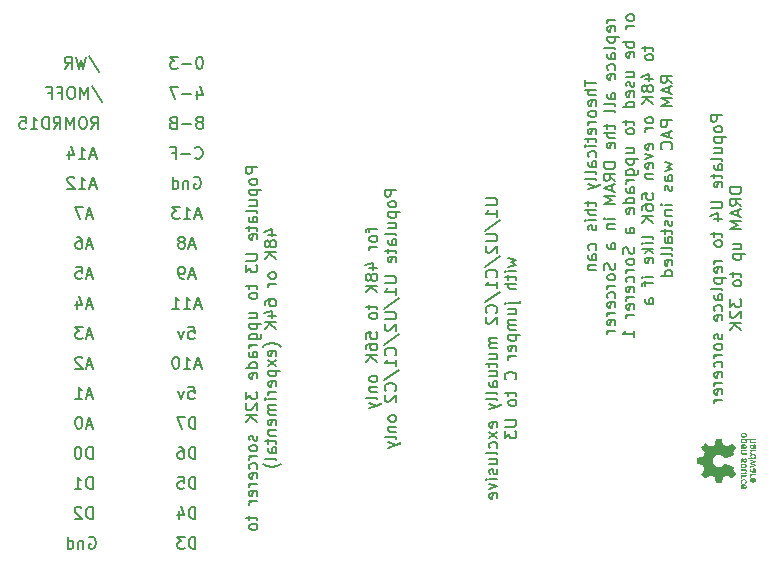
<source format=gbo>
G04 #@! TF.GenerationSoftware,KiCad,Pcbnew,(6.0.0)*
G04 #@! TF.CreationDate,2022-11-09T00:35:18-05:00*
G04 #@! TF.ProjectId,Sorcerer Internal SRAM,536f7263-6572-4657-9220-496e7465726e,rev?*
G04 #@! TF.SameCoordinates,Original*
G04 #@! TF.FileFunction,Legend,Bot*
G04 #@! TF.FilePolarity,Positive*
%FSLAX46Y46*%
G04 Gerber Fmt 4.6, Leading zero omitted, Abs format (unit mm)*
G04 Created by KiCad (PCBNEW (6.0.0)) date 2022-11-09 00:35:18*
%MOMM*%
%LPD*%
G01*
G04 APERTURE LIST*
%ADD10C,0.150000*%
%ADD11R,1.600000X1.600000*%
%ADD12O,1.600000X1.600000*%
%ADD13C,3.200000*%
%ADD14R,1.700000X1.700000*%
%ADD15O,1.700000X1.700000*%
%ADD16C,1.600000*%
G04 APERTURE END LIST*
D10*
X122674047Y-93162380D02*
X122674047Y-92162380D01*
X122435952Y-92162380D01*
X122293094Y-92210000D01*
X122197856Y-92305238D01*
X122150237Y-92400476D01*
X122102618Y-92590952D01*
X122102618Y-92733809D01*
X122150237Y-92924285D01*
X122197856Y-93019523D01*
X122293094Y-93114761D01*
X122435952Y-93162380D01*
X122674047Y-93162380D01*
X121245475Y-92162380D02*
X121435952Y-92162380D01*
X121531190Y-92210000D01*
X121578809Y-92257619D01*
X121674047Y-92400476D01*
X121721666Y-92590952D01*
X121721666Y-92971904D01*
X121674047Y-93067142D01*
X121626428Y-93114761D01*
X121531190Y-93162380D01*
X121340713Y-93162380D01*
X121245475Y-93114761D01*
X121197856Y-93067142D01*
X121150237Y-92971904D01*
X121150237Y-92733809D01*
X121197856Y-92638571D01*
X121245475Y-92590952D01*
X121340713Y-92543333D01*
X121531190Y-92543333D01*
X121626428Y-92590952D01*
X121674047Y-92638571D01*
X121721666Y-92733809D01*
X113966667Y-98242380D02*
X113966667Y-97242380D01*
X113728572Y-97242380D01*
X113585714Y-97290000D01*
X113490476Y-97385238D01*
X113442857Y-97480476D01*
X113395238Y-97670952D01*
X113395238Y-97813809D01*
X113442857Y-98004285D01*
X113490476Y-98099523D01*
X113585714Y-98194761D01*
X113728572Y-98242380D01*
X113966667Y-98242380D01*
X113014286Y-97337619D02*
X112966667Y-97290000D01*
X112871429Y-97242380D01*
X112633333Y-97242380D01*
X112538095Y-97290000D01*
X112490476Y-97337619D01*
X112442857Y-97432857D01*
X112442857Y-97528095D01*
X112490476Y-97670952D01*
X113061905Y-98242380D01*
X112442857Y-98242380D01*
X114220476Y-67476666D02*
X113744285Y-67476666D01*
X114315714Y-67762380D02*
X113982380Y-66762380D01*
X113649047Y-67762380D01*
X112791904Y-67762380D02*
X113363333Y-67762380D01*
X113077619Y-67762380D02*
X113077619Y-66762380D01*
X113172857Y-66905238D01*
X113268095Y-67000476D01*
X113363333Y-67048095D01*
X111934761Y-67095714D02*
X111934761Y-67762380D01*
X112172857Y-66714761D02*
X112410952Y-67429047D01*
X111791904Y-67429047D01*
X122650237Y-75096666D02*
X122174047Y-75096666D01*
X122745475Y-75382380D02*
X122412142Y-74382380D01*
X122078809Y-75382380D01*
X121602618Y-74810952D02*
X121697856Y-74763333D01*
X121745475Y-74715714D01*
X121793094Y-74620476D01*
X121793094Y-74572857D01*
X121745475Y-74477619D01*
X121697856Y-74430000D01*
X121602618Y-74382380D01*
X121412142Y-74382380D01*
X121316904Y-74430000D01*
X121269285Y-74477619D01*
X121221666Y-74572857D01*
X121221666Y-74620476D01*
X121269285Y-74715714D01*
X121316904Y-74763333D01*
X121412142Y-74810952D01*
X121602618Y-74810952D01*
X121697856Y-74858571D01*
X121745475Y-74906190D01*
X121793094Y-75001428D01*
X121793094Y-75191904D01*
X121745475Y-75287142D01*
X121697856Y-75334761D01*
X121602618Y-75382380D01*
X121412142Y-75382380D01*
X121316904Y-75334761D01*
X121269285Y-75287142D01*
X121221666Y-75191904D01*
X121221666Y-75001428D01*
X121269285Y-74906190D01*
X121316904Y-74858571D01*
X121412142Y-74810952D01*
X123110476Y-72556666D02*
X122634285Y-72556666D01*
X123205714Y-72842380D02*
X122872380Y-71842380D01*
X122539047Y-72842380D01*
X121681904Y-72842380D02*
X122253333Y-72842380D01*
X121967619Y-72842380D02*
X121967619Y-71842380D01*
X122062857Y-71985238D01*
X122158095Y-72080476D01*
X122253333Y-72128095D01*
X121348571Y-71842380D02*
X120729523Y-71842380D01*
X121062857Y-72223333D01*
X120920000Y-72223333D01*
X120824761Y-72270952D01*
X120777142Y-72318571D01*
X120729523Y-72413809D01*
X120729523Y-72651904D01*
X120777142Y-72747142D01*
X120824761Y-72794761D01*
X120920000Y-72842380D01*
X121205714Y-72842380D01*
X121300952Y-72794761D01*
X121348571Y-72747142D01*
X147237380Y-71129523D02*
X148046904Y-71129523D01*
X148142142Y-71177142D01*
X148189761Y-71224761D01*
X148237380Y-71320000D01*
X148237380Y-71510476D01*
X148189761Y-71605714D01*
X148142142Y-71653333D01*
X148046904Y-71700952D01*
X147237380Y-71700952D01*
X148237380Y-72700952D02*
X148237380Y-72129523D01*
X148237380Y-72415238D02*
X147237380Y-72415238D01*
X147380238Y-72320000D01*
X147475476Y-72224761D01*
X147523095Y-72129523D01*
X147189761Y-73843809D02*
X148475476Y-72986666D01*
X147237380Y-74177142D02*
X148046904Y-74177142D01*
X148142142Y-74224761D01*
X148189761Y-74272380D01*
X148237380Y-74367619D01*
X148237380Y-74558095D01*
X148189761Y-74653333D01*
X148142142Y-74700952D01*
X148046904Y-74748571D01*
X147237380Y-74748571D01*
X147332619Y-75177142D02*
X147285000Y-75224761D01*
X147237380Y-75320000D01*
X147237380Y-75558095D01*
X147285000Y-75653333D01*
X147332619Y-75700952D01*
X147427857Y-75748571D01*
X147523095Y-75748571D01*
X147665952Y-75700952D01*
X148237380Y-75129523D01*
X148237380Y-75748571D01*
X147189761Y-76891428D02*
X148475476Y-76034285D01*
X148142142Y-77796190D02*
X148189761Y-77748571D01*
X148237380Y-77605714D01*
X148237380Y-77510476D01*
X148189761Y-77367619D01*
X148094523Y-77272380D01*
X147999285Y-77224761D01*
X147808809Y-77177142D01*
X147665952Y-77177142D01*
X147475476Y-77224761D01*
X147380238Y-77272380D01*
X147285000Y-77367619D01*
X147237380Y-77510476D01*
X147237380Y-77605714D01*
X147285000Y-77748571D01*
X147332619Y-77796190D01*
X148237380Y-78748571D02*
X148237380Y-78177142D01*
X148237380Y-78462857D02*
X147237380Y-78462857D01*
X147380238Y-78367619D01*
X147475476Y-78272380D01*
X147523095Y-78177142D01*
X147189761Y-79891428D02*
X148475476Y-79034285D01*
X148142142Y-80796190D02*
X148189761Y-80748571D01*
X148237380Y-80605714D01*
X148237380Y-80510476D01*
X148189761Y-80367619D01*
X148094523Y-80272380D01*
X147999285Y-80224761D01*
X147808809Y-80177142D01*
X147665952Y-80177142D01*
X147475476Y-80224761D01*
X147380238Y-80272380D01*
X147285000Y-80367619D01*
X147237380Y-80510476D01*
X147237380Y-80605714D01*
X147285000Y-80748571D01*
X147332619Y-80796190D01*
X147332619Y-81177142D02*
X147285000Y-81224761D01*
X147237380Y-81320000D01*
X147237380Y-81558095D01*
X147285000Y-81653333D01*
X147332619Y-81700952D01*
X147427857Y-81748571D01*
X147523095Y-81748571D01*
X147665952Y-81700952D01*
X148237380Y-81129523D01*
X148237380Y-81748571D01*
X148237380Y-82939047D02*
X147570714Y-82939047D01*
X147665952Y-82939047D02*
X147618333Y-82986666D01*
X147570714Y-83081904D01*
X147570714Y-83224761D01*
X147618333Y-83320000D01*
X147713571Y-83367619D01*
X148237380Y-83367619D01*
X147713571Y-83367619D02*
X147618333Y-83415238D01*
X147570714Y-83510476D01*
X147570714Y-83653333D01*
X147618333Y-83748571D01*
X147713571Y-83796190D01*
X148237380Y-83796190D01*
X147570714Y-84700952D02*
X148237380Y-84700952D01*
X147570714Y-84272380D02*
X148094523Y-84272380D01*
X148189761Y-84320000D01*
X148237380Y-84415238D01*
X148237380Y-84558095D01*
X148189761Y-84653333D01*
X148142142Y-84700952D01*
X147570714Y-85034285D02*
X147570714Y-85415238D01*
X147237380Y-85177142D02*
X148094523Y-85177142D01*
X148189761Y-85224761D01*
X148237380Y-85320000D01*
X148237380Y-85415238D01*
X147570714Y-86177142D02*
X148237380Y-86177142D01*
X147570714Y-85748571D02*
X148094523Y-85748571D01*
X148189761Y-85796190D01*
X148237380Y-85891428D01*
X148237380Y-86034285D01*
X148189761Y-86129523D01*
X148142142Y-86177142D01*
X148237380Y-87081904D02*
X147713571Y-87081904D01*
X147618333Y-87034285D01*
X147570714Y-86939047D01*
X147570714Y-86748571D01*
X147618333Y-86653333D01*
X148189761Y-87081904D02*
X148237380Y-86986666D01*
X148237380Y-86748571D01*
X148189761Y-86653333D01*
X148094523Y-86605714D01*
X147999285Y-86605714D01*
X147904047Y-86653333D01*
X147856428Y-86748571D01*
X147856428Y-86986666D01*
X147808809Y-87081904D01*
X148237380Y-87700952D02*
X148189761Y-87605714D01*
X148094523Y-87558095D01*
X147237380Y-87558095D01*
X148237380Y-88224761D02*
X148189761Y-88129523D01*
X148094523Y-88081904D01*
X147237380Y-88081904D01*
X147570714Y-88510476D02*
X148237380Y-88748571D01*
X147570714Y-88986666D02*
X148237380Y-88748571D01*
X148475476Y-88653333D01*
X148523095Y-88605714D01*
X148570714Y-88510476D01*
X148189761Y-90510476D02*
X148237380Y-90415238D01*
X148237380Y-90224761D01*
X148189761Y-90129523D01*
X148094523Y-90081904D01*
X147713571Y-90081904D01*
X147618333Y-90129523D01*
X147570714Y-90224761D01*
X147570714Y-90415238D01*
X147618333Y-90510476D01*
X147713571Y-90558095D01*
X147808809Y-90558095D01*
X147904047Y-90081904D01*
X148237380Y-90891428D02*
X147570714Y-91415238D01*
X147570714Y-90891428D02*
X148237380Y-91415238D01*
X148189761Y-92224761D02*
X148237380Y-92129523D01*
X148237380Y-91939047D01*
X148189761Y-91843809D01*
X148142142Y-91796190D01*
X148046904Y-91748571D01*
X147761190Y-91748571D01*
X147665952Y-91796190D01*
X147618333Y-91843809D01*
X147570714Y-91939047D01*
X147570714Y-92129523D01*
X147618333Y-92224761D01*
X148237380Y-92796190D02*
X148189761Y-92700952D01*
X148094523Y-92653333D01*
X147237380Y-92653333D01*
X147570714Y-93605714D02*
X148237380Y-93605714D01*
X147570714Y-93177142D02*
X148094523Y-93177142D01*
X148189761Y-93224761D01*
X148237380Y-93320000D01*
X148237380Y-93462857D01*
X148189761Y-93558095D01*
X148142142Y-93605714D01*
X148189761Y-94034285D02*
X148237380Y-94129523D01*
X148237380Y-94320000D01*
X148189761Y-94415238D01*
X148094523Y-94462857D01*
X148046904Y-94462857D01*
X147951666Y-94415238D01*
X147904047Y-94320000D01*
X147904047Y-94177142D01*
X147856428Y-94081904D01*
X147761190Y-94034285D01*
X147713571Y-94034285D01*
X147618333Y-94081904D01*
X147570714Y-94177142D01*
X147570714Y-94320000D01*
X147618333Y-94415238D01*
X148237380Y-94891428D02*
X147570714Y-94891428D01*
X147237380Y-94891428D02*
X147285000Y-94843809D01*
X147332619Y-94891428D01*
X147285000Y-94939047D01*
X147237380Y-94891428D01*
X147332619Y-94891428D01*
X147570714Y-95272380D02*
X148237380Y-95510476D01*
X147570714Y-95748571D01*
X148189761Y-96510476D02*
X148237380Y-96415238D01*
X148237380Y-96224761D01*
X148189761Y-96129523D01*
X148094523Y-96081904D01*
X147713571Y-96081904D01*
X147618333Y-96129523D01*
X147570714Y-96224761D01*
X147570714Y-96415238D01*
X147618333Y-96510476D01*
X147713571Y-96558095D01*
X147808809Y-96558095D01*
X147904047Y-96081904D01*
X149180714Y-76153333D02*
X149847380Y-76343809D01*
X149371190Y-76534285D01*
X149847380Y-76724761D01*
X149180714Y-76915238D01*
X149847380Y-77296190D02*
X149180714Y-77296190D01*
X148847380Y-77296190D02*
X148895000Y-77248571D01*
X148942619Y-77296190D01*
X148895000Y-77343809D01*
X148847380Y-77296190D01*
X148942619Y-77296190D01*
X149180714Y-77629523D02*
X149180714Y-78010476D01*
X148847380Y-77772380D02*
X149704523Y-77772380D01*
X149799761Y-77820000D01*
X149847380Y-77915238D01*
X149847380Y-78010476D01*
X149847380Y-78343809D02*
X148847380Y-78343809D01*
X149847380Y-78772380D02*
X149323571Y-78772380D01*
X149228333Y-78724761D01*
X149180714Y-78629523D01*
X149180714Y-78486666D01*
X149228333Y-78391428D01*
X149275952Y-78343809D01*
X149180714Y-80010476D02*
X150037857Y-80010476D01*
X150133095Y-79962857D01*
X150180714Y-79867619D01*
X150180714Y-79820000D01*
X148847380Y-80010476D02*
X148895000Y-79962857D01*
X148942619Y-80010476D01*
X148895000Y-80058095D01*
X148847380Y-80010476D01*
X148942619Y-80010476D01*
X149180714Y-80915238D02*
X149847380Y-80915238D01*
X149180714Y-80486666D02*
X149704523Y-80486666D01*
X149799761Y-80534285D01*
X149847380Y-80629523D01*
X149847380Y-80772380D01*
X149799761Y-80867619D01*
X149752142Y-80915238D01*
X149847380Y-81391428D02*
X149180714Y-81391428D01*
X149275952Y-81391428D02*
X149228333Y-81439047D01*
X149180714Y-81534285D01*
X149180714Y-81677142D01*
X149228333Y-81772380D01*
X149323571Y-81820000D01*
X149847380Y-81820000D01*
X149323571Y-81820000D02*
X149228333Y-81867619D01*
X149180714Y-81962857D01*
X149180714Y-82105714D01*
X149228333Y-82200952D01*
X149323571Y-82248571D01*
X149847380Y-82248571D01*
X149180714Y-82724761D02*
X150180714Y-82724761D01*
X149228333Y-82724761D02*
X149180714Y-82820000D01*
X149180714Y-83010476D01*
X149228333Y-83105714D01*
X149275952Y-83153333D01*
X149371190Y-83200952D01*
X149656904Y-83200952D01*
X149752142Y-83153333D01*
X149799761Y-83105714D01*
X149847380Y-83010476D01*
X149847380Y-82820000D01*
X149799761Y-82724761D01*
X149799761Y-84010476D02*
X149847380Y-83915238D01*
X149847380Y-83724761D01*
X149799761Y-83629523D01*
X149704523Y-83581904D01*
X149323571Y-83581904D01*
X149228333Y-83629523D01*
X149180714Y-83724761D01*
X149180714Y-83915238D01*
X149228333Y-84010476D01*
X149323571Y-84058095D01*
X149418809Y-84058095D01*
X149514047Y-83581904D01*
X149847380Y-84486666D02*
X149180714Y-84486666D01*
X149371190Y-84486666D02*
X149275952Y-84534285D01*
X149228333Y-84581904D01*
X149180714Y-84677142D01*
X149180714Y-84772380D01*
X149752142Y-86439047D02*
X149799761Y-86391428D01*
X149847380Y-86248571D01*
X149847380Y-86153333D01*
X149799761Y-86010476D01*
X149704523Y-85915238D01*
X149609285Y-85867619D01*
X149418809Y-85820000D01*
X149275952Y-85820000D01*
X149085476Y-85867619D01*
X148990238Y-85915238D01*
X148895000Y-86010476D01*
X148847380Y-86153333D01*
X148847380Y-86248571D01*
X148895000Y-86391428D01*
X148942619Y-86439047D01*
X149180714Y-87486666D02*
X149180714Y-87867619D01*
X148847380Y-87629523D02*
X149704523Y-87629523D01*
X149799761Y-87677142D01*
X149847380Y-87772380D01*
X149847380Y-87867619D01*
X149847380Y-88343809D02*
X149799761Y-88248571D01*
X149752142Y-88200952D01*
X149656904Y-88153333D01*
X149371190Y-88153333D01*
X149275952Y-88200952D01*
X149228333Y-88248571D01*
X149180714Y-88343809D01*
X149180714Y-88486666D01*
X149228333Y-88581904D01*
X149275952Y-88629523D01*
X149371190Y-88677142D01*
X149656904Y-88677142D01*
X149752142Y-88629523D01*
X149799761Y-88581904D01*
X149847380Y-88486666D01*
X149847380Y-88343809D01*
X148847380Y-89867619D02*
X149656904Y-89867619D01*
X149752142Y-89915238D01*
X149799761Y-89962857D01*
X149847380Y-90058095D01*
X149847380Y-90248571D01*
X149799761Y-90343809D01*
X149752142Y-90391428D01*
X149656904Y-90439047D01*
X148847380Y-90439047D01*
X148847380Y-90820000D02*
X148847380Y-91439047D01*
X149228333Y-91105714D01*
X149228333Y-91248571D01*
X149275952Y-91343809D01*
X149323571Y-91391428D01*
X149418809Y-91439047D01*
X149656904Y-91439047D01*
X149752142Y-91391428D01*
X149799761Y-91343809D01*
X149847380Y-91248571D01*
X149847380Y-90962857D01*
X149799761Y-90867619D01*
X149752142Y-90820000D01*
X167287380Y-64057142D02*
X166287380Y-64057142D01*
X166287380Y-64438095D01*
X166335000Y-64533333D01*
X166382619Y-64580952D01*
X166477857Y-64628571D01*
X166620714Y-64628571D01*
X166715952Y-64580952D01*
X166763571Y-64533333D01*
X166811190Y-64438095D01*
X166811190Y-64057142D01*
X167287380Y-65200000D02*
X167239761Y-65104761D01*
X167192142Y-65057142D01*
X167096904Y-65009523D01*
X166811190Y-65009523D01*
X166715952Y-65057142D01*
X166668333Y-65104761D01*
X166620714Y-65200000D01*
X166620714Y-65342857D01*
X166668333Y-65438095D01*
X166715952Y-65485714D01*
X166811190Y-65533333D01*
X167096904Y-65533333D01*
X167192142Y-65485714D01*
X167239761Y-65438095D01*
X167287380Y-65342857D01*
X167287380Y-65200000D01*
X166620714Y-65961904D02*
X167620714Y-65961904D01*
X166668333Y-65961904D02*
X166620714Y-66057142D01*
X166620714Y-66247619D01*
X166668333Y-66342857D01*
X166715952Y-66390476D01*
X166811190Y-66438095D01*
X167096904Y-66438095D01*
X167192142Y-66390476D01*
X167239761Y-66342857D01*
X167287380Y-66247619D01*
X167287380Y-66057142D01*
X167239761Y-65961904D01*
X166620714Y-67295238D02*
X167287380Y-67295238D01*
X166620714Y-66866666D02*
X167144523Y-66866666D01*
X167239761Y-66914285D01*
X167287380Y-67009523D01*
X167287380Y-67152380D01*
X167239761Y-67247619D01*
X167192142Y-67295238D01*
X167287380Y-67914285D02*
X167239761Y-67819047D01*
X167144523Y-67771428D01*
X166287380Y-67771428D01*
X167287380Y-68723809D02*
X166763571Y-68723809D01*
X166668333Y-68676190D01*
X166620714Y-68580952D01*
X166620714Y-68390476D01*
X166668333Y-68295238D01*
X167239761Y-68723809D02*
X167287380Y-68628571D01*
X167287380Y-68390476D01*
X167239761Y-68295238D01*
X167144523Y-68247619D01*
X167049285Y-68247619D01*
X166954047Y-68295238D01*
X166906428Y-68390476D01*
X166906428Y-68628571D01*
X166858809Y-68723809D01*
X166620714Y-69057142D02*
X166620714Y-69438095D01*
X166287380Y-69200000D02*
X167144523Y-69200000D01*
X167239761Y-69247619D01*
X167287380Y-69342857D01*
X167287380Y-69438095D01*
X167239761Y-70152380D02*
X167287380Y-70057142D01*
X167287380Y-69866666D01*
X167239761Y-69771428D01*
X167144523Y-69723809D01*
X166763571Y-69723809D01*
X166668333Y-69771428D01*
X166620714Y-69866666D01*
X166620714Y-70057142D01*
X166668333Y-70152380D01*
X166763571Y-70200000D01*
X166858809Y-70200000D01*
X166954047Y-69723809D01*
X166287380Y-71390476D02*
X167096904Y-71390476D01*
X167192142Y-71438095D01*
X167239761Y-71485714D01*
X167287380Y-71580952D01*
X167287380Y-71771428D01*
X167239761Y-71866666D01*
X167192142Y-71914285D01*
X167096904Y-71961904D01*
X166287380Y-71961904D01*
X166620714Y-72866666D02*
X167287380Y-72866666D01*
X166239761Y-72628571D02*
X166954047Y-72390476D01*
X166954047Y-73009523D01*
X166620714Y-74009523D02*
X166620714Y-74390476D01*
X166287380Y-74152380D02*
X167144523Y-74152380D01*
X167239761Y-74200000D01*
X167287380Y-74295238D01*
X167287380Y-74390476D01*
X167287380Y-74866666D02*
X167239761Y-74771428D01*
X167192142Y-74723809D01*
X167096904Y-74676190D01*
X166811190Y-74676190D01*
X166715952Y-74723809D01*
X166668333Y-74771428D01*
X166620714Y-74866666D01*
X166620714Y-75009523D01*
X166668333Y-75104761D01*
X166715952Y-75152380D01*
X166811190Y-75200000D01*
X167096904Y-75200000D01*
X167192142Y-75152380D01*
X167239761Y-75104761D01*
X167287380Y-75009523D01*
X167287380Y-74866666D01*
X167287380Y-76390476D02*
X166620714Y-76390476D01*
X166811190Y-76390476D02*
X166715952Y-76438095D01*
X166668333Y-76485714D01*
X166620714Y-76580952D01*
X166620714Y-76676190D01*
X167239761Y-77390476D02*
X167287380Y-77295238D01*
X167287380Y-77104761D01*
X167239761Y-77009523D01*
X167144523Y-76961904D01*
X166763571Y-76961904D01*
X166668333Y-77009523D01*
X166620714Y-77104761D01*
X166620714Y-77295238D01*
X166668333Y-77390476D01*
X166763571Y-77438095D01*
X166858809Y-77438095D01*
X166954047Y-76961904D01*
X166620714Y-77866666D02*
X167620714Y-77866666D01*
X166668333Y-77866666D02*
X166620714Y-77961904D01*
X166620714Y-78152380D01*
X166668333Y-78247619D01*
X166715952Y-78295238D01*
X166811190Y-78342857D01*
X167096904Y-78342857D01*
X167192142Y-78295238D01*
X167239761Y-78247619D01*
X167287380Y-78152380D01*
X167287380Y-77961904D01*
X167239761Y-77866666D01*
X167287380Y-78914285D02*
X167239761Y-78819047D01*
X167144523Y-78771428D01*
X166287380Y-78771428D01*
X167287380Y-79723809D02*
X166763571Y-79723809D01*
X166668333Y-79676190D01*
X166620714Y-79580952D01*
X166620714Y-79390476D01*
X166668333Y-79295238D01*
X167239761Y-79723809D02*
X167287380Y-79628571D01*
X167287380Y-79390476D01*
X167239761Y-79295238D01*
X167144523Y-79247619D01*
X167049285Y-79247619D01*
X166954047Y-79295238D01*
X166906428Y-79390476D01*
X166906428Y-79628571D01*
X166858809Y-79723809D01*
X167239761Y-80628571D02*
X167287380Y-80533333D01*
X167287380Y-80342857D01*
X167239761Y-80247619D01*
X167192142Y-80200000D01*
X167096904Y-80152380D01*
X166811190Y-80152380D01*
X166715952Y-80200000D01*
X166668333Y-80247619D01*
X166620714Y-80342857D01*
X166620714Y-80533333D01*
X166668333Y-80628571D01*
X167239761Y-81438095D02*
X167287380Y-81342857D01*
X167287380Y-81152380D01*
X167239761Y-81057142D01*
X167144523Y-81009523D01*
X166763571Y-81009523D01*
X166668333Y-81057142D01*
X166620714Y-81152380D01*
X166620714Y-81342857D01*
X166668333Y-81438095D01*
X166763571Y-81485714D01*
X166858809Y-81485714D01*
X166954047Y-81009523D01*
X167239761Y-82628571D02*
X167287380Y-82723809D01*
X167287380Y-82914285D01*
X167239761Y-83009523D01*
X167144523Y-83057142D01*
X167096904Y-83057142D01*
X167001666Y-83009523D01*
X166954047Y-82914285D01*
X166954047Y-82771428D01*
X166906428Y-82676190D01*
X166811190Y-82628571D01*
X166763571Y-82628571D01*
X166668333Y-82676190D01*
X166620714Y-82771428D01*
X166620714Y-82914285D01*
X166668333Y-83009523D01*
X167287380Y-83628571D02*
X167239761Y-83533333D01*
X167192142Y-83485714D01*
X167096904Y-83438095D01*
X166811190Y-83438095D01*
X166715952Y-83485714D01*
X166668333Y-83533333D01*
X166620714Y-83628571D01*
X166620714Y-83771428D01*
X166668333Y-83866666D01*
X166715952Y-83914285D01*
X166811190Y-83961904D01*
X167096904Y-83961904D01*
X167192142Y-83914285D01*
X167239761Y-83866666D01*
X167287380Y-83771428D01*
X167287380Y-83628571D01*
X167287380Y-84390476D02*
X166620714Y-84390476D01*
X166811190Y-84390476D02*
X166715952Y-84438095D01*
X166668333Y-84485714D01*
X166620714Y-84580952D01*
X166620714Y-84676190D01*
X167239761Y-85438095D02*
X167287380Y-85342857D01*
X167287380Y-85152380D01*
X167239761Y-85057142D01*
X167192142Y-85009523D01*
X167096904Y-84961904D01*
X166811190Y-84961904D01*
X166715952Y-85009523D01*
X166668333Y-85057142D01*
X166620714Y-85152380D01*
X166620714Y-85342857D01*
X166668333Y-85438095D01*
X167239761Y-86247619D02*
X167287380Y-86152380D01*
X167287380Y-85961904D01*
X167239761Y-85866666D01*
X167144523Y-85819047D01*
X166763571Y-85819047D01*
X166668333Y-85866666D01*
X166620714Y-85961904D01*
X166620714Y-86152380D01*
X166668333Y-86247619D01*
X166763571Y-86295238D01*
X166858809Y-86295238D01*
X166954047Y-85819047D01*
X167287380Y-86723809D02*
X166620714Y-86723809D01*
X166811190Y-86723809D02*
X166715952Y-86771428D01*
X166668333Y-86819047D01*
X166620714Y-86914285D01*
X166620714Y-87009523D01*
X167239761Y-87723809D02*
X167287380Y-87628571D01*
X167287380Y-87438095D01*
X167239761Y-87342857D01*
X167144523Y-87295238D01*
X166763571Y-87295238D01*
X166668333Y-87342857D01*
X166620714Y-87438095D01*
X166620714Y-87628571D01*
X166668333Y-87723809D01*
X166763571Y-87771428D01*
X166858809Y-87771428D01*
X166954047Y-87295238D01*
X167287380Y-88200000D02*
X166620714Y-88200000D01*
X166811190Y-88200000D02*
X166715952Y-88247619D01*
X166668333Y-88295238D01*
X166620714Y-88390476D01*
X166620714Y-88485714D01*
X168897380Y-70200000D02*
X167897380Y-70200000D01*
X167897380Y-70438095D01*
X167945000Y-70580952D01*
X168040238Y-70676190D01*
X168135476Y-70723809D01*
X168325952Y-70771428D01*
X168468809Y-70771428D01*
X168659285Y-70723809D01*
X168754523Y-70676190D01*
X168849761Y-70580952D01*
X168897380Y-70438095D01*
X168897380Y-70200000D01*
X168897380Y-71771428D02*
X168421190Y-71438095D01*
X168897380Y-71200000D02*
X167897380Y-71200000D01*
X167897380Y-71580952D01*
X167945000Y-71676190D01*
X167992619Y-71723809D01*
X168087857Y-71771428D01*
X168230714Y-71771428D01*
X168325952Y-71723809D01*
X168373571Y-71676190D01*
X168421190Y-71580952D01*
X168421190Y-71200000D01*
X168611666Y-72152380D02*
X168611666Y-72628571D01*
X168897380Y-72057142D02*
X167897380Y-72390476D01*
X168897380Y-72723809D01*
X168897380Y-73057142D02*
X167897380Y-73057142D01*
X168611666Y-73390476D01*
X167897380Y-73723809D01*
X168897380Y-73723809D01*
X168230714Y-75390476D02*
X168897380Y-75390476D01*
X168230714Y-74961904D02*
X168754523Y-74961904D01*
X168849761Y-75009523D01*
X168897380Y-75104761D01*
X168897380Y-75247619D01*
X168849761Y-75342857D01*
X168802142Y-75390476D01*
X168230714Y-75866666D02*
X169230714Y-75866666D01*
X168278333Y-75866666D02*
X168230714Y-75961904D01*
X168230714Y-76152380D01*
X168278333Y-76247619D01*
X168325952Y-76295238D01*
X168421190Y-76342857D01*
X168706904Y-76342857D01*
X168802142Y-76295238D01*
X168849761Y-76247619D01*
X168897380Y-76152380D01*
X168897380Y-75961904D01*
X168849761Y-75866666D01*
X168230714Y-77390476D02*
X168230714Y-77771428D01*
X167897380Y-77533333D02*
X168754523Y-77533333D01*
X168849761Y-77580952D01*
X168897380Y-77676190D01*
X168897380Y-77771428D01*
X168897380Y-78247619D02*
X168849761Y-78152380D01*
X168802142Y-78104761D01*
X168706904Y-78057142D01*
X168421190Y-78057142D01*
X168325952Y-78104761D01*
X168278333Y-78152380D01*
X168230714Y-78247619D01*
X168230714Y-78390476D01*
X168278333Y-78485714D01*
X168325952Y-78533333D01*
X168421190Y-78580952D01*
X168706904Y-78580952D01*
X168802142Y-78533333D01*
X168849761Y-78485714D01*
X168897380Y-78390476D01*
X168897380Y-78247619D01*
X167897380Y-79676190D02*
X167897380Y-80295238D01*
X168278333Y-79961904D01*
X168278333Y-80104761D01*
X168325952Y-80200000D01*
X168373571Y-80247619D01*
X168468809Y-80295238D01*
X168706904Y-80295238D01*
X168802142Y-80247619D01*
X168849761Y-80200000D01*
X168897380Y-80104761D01*
X168897380Y-79819047D01*
X168849761Y-79723809D01*
X168802142Y-79676190D01*
X167992619Y-80676190D02*
X167945000Y-80723809D01*
X167897380Y-80819047D01*
X167897380Y-81057142D01*
X167945000Y-81152380D01*
X167992619Y-81200000D01*
X168087857Y-81247619D01*
X168183095Y-81247619D01*
X168325952Y-81200000D01*
X168897380Y-80628571D01*
X168897380Y-81247619D01*
X168897380Y-81676190D02*
X167897380Y-81676190D01*
X168897380Y-82247619D02*
X168325952Y-81819047D01*
X167897380Y-82247619D02*
X168468809Y-81676190D01*
X113942857Y-87796666D02*
X113466667Y-87796666D01*
X114038095Y-88082380D02*
X113704762Y-87082380D01*
X113371429Y-88082380D01*
X112514286Y-88082380D02*
X113085714Y-88082380D01*
X112800000Y-88082380D02*
X112800000Y-87082380D01*
X112895238Y-87225238D01*
X112990476Y-87320476D01*
X113085714Y-87368095D01*
X122562857Y-69350000D02*
X122658095Y-69302380D01*
X122800952Y-69302380D01*
X122943809Y-69350000D01*
X123039047Y-69445238D01*
X123086666Y-69540476D01*
X123134285Y-69730952D01*
X123134285Y-69873809D01*
X123086666Y-70064285D01*
X123039047Y-70159523D01*
X122943809Y-70254761D01*
X122800952Y-70302380D01*
X122705714Y-70302380D01*
X122562857Y-70254761D01*
X122515238Y-70207142D01*
X122515238Y-69873809D01*
X122705714Y-69873809D01*
X122086666Y-69635714D02*
X122086666Y-70302380D01*
X122086666Y-69730952D02*
X122039047Y-69683333D01*
X121943809Y-69635714D01*
X121800952Y-69635714D01*
X121705714Y-69683333D01*
X121658095Y-69778571D01*
X121658095Y-70302380D01*
X120753333Y-70302380D02*
X120753333Y-69302380D01*
X120753333Y-70254761D02*
X120848571Y-70302380D01*
X121039047Y-70302380D01*
X121134285Y-70254761D01*
X121181904Y-70207142D01*
X121229523Y-70111904D01*
X121229523Y-69826190D01*
X121181904Y-69730952D01*
X121134285Y-69683333D01*
X121039047Y-69635714D01*
X120848571Y-69635714D01*
X120753333Y-69683333D01*
X113942857Y-82716666D02*
X113466667Y-82716666D01*
X114038095Y-83002380D02*
X113704762Y-82002380D01*
X113371429Y-83002380D01*
X113133333Y-82002380D02*
X112514286Y-82002380D01*
X112847619Y-82383333D01*
X112704762Y-82383333D01*
X112609524Y-82430952D01*
X112561905Y-82478571D01*
X112514286Y-82573809D01*
X112514286Y-82811904D01*
X112561905Y-82907142D01*
X112609524Y-82954761D01*
X112704762Y-83002380D01*
X112990476Y-83002380D01*
X113085714Y-82954761D01*
X113133333Y-82907142D01*
X113942857Y-72556666D02*
X113466667Y-72556666D01*
X114038095Y-72842380D02*
X113704762Y-71842380D01*
X113371429Y-72842380D01*
X113133333Y-71842380D02*
X112466667Y-71842380D01*
X112895238Y-72842380D01*
X123062857Y-59142380D02*
X122967619Y-59142380D01*
X122872380Y-59190000D01*
X122824761Y-59237619D01*
X122777142Y-59332857D01*
X122729523Y-59523333D01*
X122729523Y-59761428D01*
X122777142Y-59951904D01*
X122824761Y-60047142D01*
X122872380Y-60094761D01*
X122967619Y-60142380D01*
X123062857Y-60142380D01*
X123158095Y-60094761D01*
X123205714Y-60047142D01*
X123253333Y-59951904D01*
X123300952Y-59761428D01*
X123300952Y-59523333D01*
X123253333Y-59332857D01*
X123205714Y-59237619D01*
X123158095Y-59190000D01*
X123062857Y-59142380D01*
X122300952Y-59761428D02*
X121539047Y-59761428D01*
X121158095Y-59142380D02*
X120539047Y-59142380D01*
X120872380Y-59523333D01*
X120729523Y-59523333D01*
X120634285Y-59570952D01*
X120586666Y-59618571D01*
X120539047Y-59713809D01*
X120539047Y-59951904D01*
X120586666Y-60047142D01*
X120634285Y-60094761D01*
X120729523Y-60142380D01*
X121015238Y-60142380D01*
X121110476Y-60094761D01*
X121158095Y-60047142D01*
X113942857Y-80176666D02*
X113466667Y-80176666D01*
X114038095Y-80462380D02*
X113704762Y-79462380D01*
X113371429Y-80462380D01*
X112609524Y-79795714D02*
X112609524Y-80462380D01*
X112847619Y-79414761D02*
X113085714Y-80129047D01*
X112466667Y-80129047D01*
X122658095Y-67667142D02*
X122705714Y-67714761D01*
X122848571Y-67762380D01*
X122943809Y-67762380D01*
X123086666Y-67714761D01*
X123181904Y-67619523D01*
X123229523Y-67524285D01*
X123277142Y-67333809D01*
X123277142Y-67190952D01*
X123229523Y-67000476D01*
X123181904Y-66905238D01*
X123086666Y-66810000D01*
X122943809Y-66762380D01*
X122848571Y-66762380D01*
X122705714Y-66810000D01*
X122658095Y-66857619D01*
X122229523Y-67381428D02*
X121467619Y-67381428D01*
X120658095Y-67238571D02*
X120991428Y-67238571D01*
X120991428Y-67762380D02*
X120991428Y-66762380D01*
X120515238Y-66762380D01*
X113966667Y-95702380D02*
X113966667Y-94702380D01*
X113728572Y-94702380D01*
X113585714Y-94750000D01*
X113490476Y-94845238D01*
X113442857Y-94940476D01*
X113395238Y-95130952D01*
X113395238Y-95273809D01*
X113442857Y-95464285D01*
X113490476Y-95559523D01*
X113585714Y-95654761D01*
X113728572Y-95702380D01*
X113966667Y-95702380D01*
X112442857Y-95702380D02*
X113014286Y-95702380D01*
X112728572Y-95702380D02*
X112728572Y-94702380D01*
X112823810Y-94845238D01*
X112919048Y-94940476D01*
X113014286Y-94988095D01*
X122674047Y-98242380D02*
X122674047Y-97242380D01*
X122435952Y-97242380D01*
X122293094Y-97290000D01*
X122197856Y-97385238D01*
X122150237Y-97480476D01*
X122102618Y-97670952D01*
X122102618Y-97813809D01*
X122150237Y-98004285D01*
X122197856Y-98099523D01*
X122293094Y-98194761D01*
X122435952Y-98242380D01*
X122674047Y-98242380D01*
X121245475Y-97575714D02*
X121245475Y-98242380D01*
X121483571Y-97194761D02*
X121721666Y-97909047D01*
X121102618Y-97909047D01*
X113863095Y-65222380D02*
X114196428Y-64746190D01*
X114434523Y-65222380D02*
X114434523Y-64222380D01*
X114053571Y-64222380D01*
X113958333Y-64270000D01*
X113910714Y-64317619D01*
X113863095Y-64412857D01*
X113863095Y-64555714D01*
X113910714Y-64650952D01*
X113958333Y-64698571D01*
X114053571Y-64746190D01*
X114434523Y-64746190D01*
X113244047Y-64222380D02*
X113053571Y-64222380D01*
X112958333Y-64270000D01*
X112863095Y-64365238D01*
X112815476Y-64555714D01*
X112815476Y-64889047D01*
X112863095Y-65079523D01*
X112958333Y-65174761D01*
X113053571Y-65222380D01*
X113244047Y-65222380D01*
X113339285Y-65174761D01*
X113434523Y-65079523D01*
X113482142Y-64889047D01*
X113482142Y-64555714D01*
X113434523Y-64365238D01*
X113339285Y-64270000D01*
X113244047Y-64222380D01*
X112386904Y-65222380D02*
X112386904Y-64222380D01*
X112053571Y-64936666D01*
X111720238Y-64222380D01*
X111720238Y-65222380D01*
X110672619Y-65222380D02*
X111005952Y-64746190D01*
X111244047Y-65222380D02*
X111244047Y-64222380D01*
X110863095Y-64222380D01*
X110767857Y-64270000D01*
X110720238Y-64317619D01*
X110672619Y-64412857D01*
X110672619Y-64555714D01*
X110720238Y-64650952D01*
X110767857Y-64698571D01*
X110863095Y-64746190D01*
X111244047Y-64746190D01*
X110244047Y-65222380D02*
X110244047Y-64222380D01*
X110005952Y-64222380D01*
X109863095Y-64270000D01*
X109767857Y-64365238D01*
X109720238Y-64460476D01*
X109672619Y-64650952D01*
X109672619Y-64793809D01*
X109720238Y-64984285D01*
X109767857Y-65079523D01*
X109863095Y-65174761D01*
X110005952Y-65222380D01*
X110244047Y-65222380D01*
X108720238Y-65222380D02*
X109291666Y-65222380D01*
X109005952Y-65222380D02*
X109005952Y-64222380D01*
X109101190Y-64365238D01*
X109196428Y-64460476D01*
X109291666Y-64508095D01*
X107815476Y-64222380D02*
X108291666Y-64222380D01*
X108339285Y-64698571D01*
X108291666Y-64650952D01*
X108196428Y-64603333D01*
X107958333Y-64603333D01*
X107863095Y-64650952D01*
X107815476Y-64698571D01*
X107767857Y-64793809D01*
X107767857Y-65031904D01*
X107815476Y-65127142D01*
X107863095Y-65174761D01*
X107958333Y-65222380D01*
X108196428Y-65222380D01*
X108291666Y-65174761D01*
X108339285Y-65127142D01*
X113918809Y-61634761D02*
X114775952Y-62920476D01*
X113585476Y-62682380D02*
X113585476Y-61682380D01*
X113252142Y-62396666D01*
X112918809Y-61682380D01*
X112918809Y-62682380D01*
X112252142Y-61682380D02*
X112061666Y-61682380D01*
X111966428Y-61730000D01*
X111871190Y-61825238D01*
X111823571Y-62015714D01*
X111823571Y-62349047D01*
X111871190Y-62539523D01*
X111966428Y-62634761D01*
X112061666Y-62682380D01*
X112252142Y-62682380D01*
X112347380Y-62634761D01*
X112442619Y-62539523D01*
X112490238Y-62349047D01*
X112490238Y-62015714D01*
X112442619Y-61825238D01*
X112347380Y-61730000D01*
X112252142Y-61682380D01*
X111061666Y-62158571D02*
X111395000Y-62158571D01*
X111395000Y-62682380D02*
X111395000Y-61682380D01*
X110918809Y-61682380D01*
X110204523Y-62158571D02*
X110537857Y-62158571D01*
X110537857Y-62682380D02*
X110537857Y-61682380D01*
X110061666Y-61682380D01*
X113672857Y-99830000D02*
X113768095Y-99782380D01*
X113910952Y-99782380D01*
X114053809Y-99830000D01*
X114149047Y-99925238D01*
X114196666Y-100020476D01*
X114244285Y-100210952D01*
X114244285Y-100353809D01*
X114196666Y-100544285D01*
X114149047Y-100639523D01*
X114053809Y-100734761D01*
X113910952Y-100782380D01*
X113815714Y-100782380D01*
X113672857Y-100734761D01*
X113625238Y-100687142D01*
X113625238Y-100353809D01*
X113815714Y-100353809D01*
X113196666Y-100115714D02*
X113196666Y-100782380D01*
X113196666Y-100210952D02*
X113149047Y-100163333D01*
X113053809Y-100115714D01*
X112910952Y-100115714D01*
X112815714Y-100163333D01*
X112768095Y-100258571D01*
X112768095Y-100782380D01*
X111863333Y-100782380D02*
X111863333Y-99782380D01*
X111863333Y-100734761D02*
X111958571Y-100782380D01*
X112149047Y-100782380D01*
X112244285Y-100734761D01*
X112291904Y-100687142D01*
X112339523Y-100591904D01*
X112339523Y-100306190D01*
X112291904Y-100210952D01*
X112244285Y-100163333D01*
X112149047Y-100115714D01*
X111958571Y-100115714D01*
X111863333Y-100163333D01*
X122674047Y-90622380D02*
X122674047Y-89622380D01*
X122435952Y-89622380D01*
X122293094Y-89670000D01*
X122197856Y-89765238D01*
X122150237Y-89860476D01*
X122102618Y-90050952D01*
X122102618Y-90193809D01*
X122150237Y-90384285D01*
X122197856Y-90479523D01*
X122293094Y-90574761D01*
X122435952Y-90622380D01*
X122674047Y-90622380D01*
X121769285Y-89622380D02*
X121102618Y-89622380D01*
X121531190Y-90622380D01*
X113942857Y-77636666D02*
X113466667Y-77636666D01*
X114038095Y-77922380D02*
X113704762Y-76922380D01*
X113371429Y-77922380D01*
X112561905Y-76922380D02*
X113038095Y-76922380D01*
X113085714Y-77398571D01*
X113038095Y-77350952D01*
X112942857Y-77303333D01*
X112704762Y-77303333D01*
X112609524Y-77350952D01*
X112561905Y-77398571D01*
X112514286Y-77493809D01*
X112514286Y-77731904D01*
X112561905Y-77827142D01*
X112609524Y-77874761D01*
X112704762Y-77922380D01*
X112942857Y-77922380D01*
X113038095Y-77874761D01*
X113085714Y-77827142D01*
X113942857Y-75096666D02*
X113466667Y-75096666D01*
X114038095Y-75382380D02*
X113704762Y-74382380D01*
X113371429Y-75382380D01*
X112609524Y-74382380D02*
X112800000Y-74382380D01*
X112895238Y-74430000D01*
X112942857Y-74477619D01*
X113038095Y-74620476D01*
X113085714Y-74810952D01*
X113085714Y-75191904D01*
X113038095Y-75287142D01*
X112990476Y-75334761D01*
X112895238Y-75382380D01*
X112704762Y-75382380D01*
X112609524Y-75334761D01*
X112561905Y-75287142D01*
X112514286Y-75191904D01*
X112514286Y-74953809D01*
X112561905Y-74858571D01*
X112609524Y-74810952D01*
X112704762Y-74763333D01*
X112895238Y-74763333D01*
X112990476Y-74810952D01*
X113038095Y-74858571D01*
X113085714Y-74953809D01*
X113942857Y-85256666D02*
X113466667Y-85256666D01*
X114038095Y-85542380D02*
X113704762Y-84542380D01*
X113371429Y-85542380D01*
X113085714Y-84637619D02*
X113038095Y-84590000D01*
X112942857Y-84542380D01*
X112704762Y-84542380D01*
X112609524Y-84590000D01*
X112561905Y-84637619D01*
X112514286Y-84732857D01*
X112514286Y-84828095D01*
X112561905Y-84970952D01*
X113133333Y-85542380D01*
X112514286Y-85542380D01*
X122824761Y-62015714D02*
X122824761Y-62682380D01*
X123062857Y-61634761D02*
X123300952Y-62349047D01*
X122681904Y-62349047D01*
X122300952Y-62301428D02*
X121539047Y-62301428D01*
X121158095Y-61682380D02*
X120491428Y-61682380D01*
X120920000Y-62682380D01*
X122650237Y-77636666D02*
X122174047Y-77636666D01*
X122745475Y-77922380D02*
X122412142Y-76922380D01*
X122078809Y-77922380D01*
X121697856Y-77922380D02*
X121507380Y-77922380D01*
X121412142Y-77874761D01*
X121364523Y-77827142D01*
X121269285Y-77684285D01*
X121221666Y-77493809D01*
X121221666Y-77112857D01*
X121269285Y-77017619D01*
X121316904Y-76970000D01*
X121412142Y-76922380D01*
X121602618Y-76922380D01*
X121697856Y-76970000D01*
X121745475Y-77017619D01*
X121793094Y-77112857D01*
X121793094Y-77350952D01*
X121745475Y-77446190D01*
X121697856Y-77493809D01*
X121602618Y-77541428D01*
X121412142Y-77541428D01*
X121316904Y-77493809D01*
X121269285Y-77446190D01*
X121221666Y-77350952D01*
X137410714Y-73613333D02*
X137410714Y-73994285D01*
X138077380Y-73756190D02*
X137220238Y-73756190D01*
X137125000Y-73803809D01*
X137077380Y-73899047D01*
X137077380Y-73994285D01*
X138077380Y-74470476D02*
X138029761Y-74375238D01*
X137982142Y-74327619D01*
X137886904Y-74280000D01*
X137601190Y-74280000D01*
X137505952Y-74327619D01*
X137458333Y-74375238D01*
X137410714Y-74470476D01*
X137410714Y-74613333D01*
X137458333Y-74708571D01*
X137505952Y-74756190D01*
X137601190Y-74803809D01*
X137886904Y-74803809D01*
X137982142Y-74756190D01*
X138029761Y-74708571D01*
X138077380Y-74613333D01*
X138077380Y-74470476D01*
X138077380Y-75232380D02*
X137410714Y-75232380D01*
X137601190Y-75232380D02*
X137505952Y-75280000D01*
X137458333Y-75327619D01*
X137410714Y-75422857D01*
X137410714Y-75518095D01*
X137410714Y-77041904D02*
X138077380Y-77041904D01*
X137029761Y-76803809D02*
X137744047Y-76565714D01*
X137744047Y-77184761D01*
X137505952Y-77708571D02*
X137458333Y-77613333D01*
X137410714Y-77565714D01*
X137315476Y-77518095D01*
X137267857Y-77518095D01*
X137172619Y-77565714D01*
X137125000Y-77613333D01*
X137077380Y-77708571D01*
X137077380Y-77899047D01*
X137125000Y-77994285D01*
X137172619Y-78041904D01*
X137267857Y-78089523D01*
X137315476Y-78089523D01*
X137410714Y-78041904D01*
X137458333Y-77994285D01*
X137505952Y-77899047D01*
X137505952Y-77708571D01*
X137553571Y-77613333D01*
X137601190Y-77565714D01*
X137696428Y-77518095D01*
X137886904Y-77518095D01*
X137982142Y-77565714D01*
X138029761Y-77613333D01*
X138077380Y-77708571D01*
X138077380Y-77899047D01*
X138029761Y-77994285D01*
X137982142Y-78041904D01*
X137886904Y-78089523D01*
X137696428Y-78089523D01*
X137601190Y-78041904D01*
X137553571Y-77994285D01*
X137505952Y-77899047D01*
X138077380Y-78518095D02*
X137077380Y-78518095D01*
X138077380Y-79089523D02*
X137505952Y-78660952D01*
X137077380Y-79089523D02*
X137648809Y-78518095D01*
X137410714Y-80137142D02*
X137410714Y-80518095D01*
X137077380Y-80280000D02*
X137934523Y-80280000D01*
X138029761Y-80327619D01*
X138077380Y-80422857D01*
X138077380Y-80518095D01*
X138077380Y-80994285D02*
X138029761Y-80899047D01*
X137982142Y-80851428D01*
X137886904Y-80803809D01*
X137601190Y-80803809D01*
X137505952Y-80851428D01*
X137458333Y-80899047D01*
X137410714Y-80994285D01*
X137410714Y-81137142D01*
X137458333Y-81232380D01*
X137505952Y-81280000D01*
X137601190Y-81327619D01*
X137886904Y-81327619D01*
X137982142Y-81280000D01*
X138029761Y-81232380D01*
X138077380Y-81137142D01*
X138077380Y-80994285D01*
X137077380Y-82994285D02*
X137077380Y-82518095D01*
X137553571Y-82470476D01*
X137505952Y-82518095D01*
X137458333Y-82613333D01*
X137458333Y-82851428D01*
X137505952Y-82946666D01*
X137553571Y-82994285D01*
X137648809Y-83041904D01*
X137886904Y-83041904D01*
X137982142Y-82994285D01*
X138029761Y-82946666D01*
X138077380Y-82851428D01*
X138077380Y-82613333D01*
X138029761Y-82518095D01*
X137982142Y-82470476D01*
X137077380Y-83899047D02*
X137077380Y-83708571D01*
X137125000Y-83613333D01*
X137172619Y-83565714D01*
X137315476Y-83470476D01*
X137505952Y-83422857D01*
X137886904Y-83422857D01*
X137982142Y-83470476D01*
X138029761Y-83518095D01*
X138077380Y-83613333D01*
X138077380Y-83803809D01*
X138029761Y-83899047D01*
X137982142Y-83946666D01*
X137886904Y-83994285D01*
X137648809Y-83994285D01*
X137553571Y-83946666D01*
X137505952Y-83899047D01*
X137458333Y-83803809D01*
X137458333Y-83613333D01*
X137505952Y-83518095D01*
X137553571Y-83470476D01*
X137648809Y-83422857D01*
X138077380Y-84422857D02*
X137077380Y-84422857D01*
X138077380Y-84994285D02*
X137505952Y-84565714D01*
X137077380Y-84994285D02*
X137648809Y-84422857D01*
X138077380Y-86327619D02*
X138029761Y-86232380D01*
X137982142Y-86184761D01*
X137886904Y-86137142D01*
X137601190Y-86137142D01*
X137505952Y-86184761D01*
X137458333Y-86232380D01*
X137410714Y-86327619D01*
X137410714Y-86470476D01*
X137458333Y-86565714D01*
X137505952Y-86613333D01*
X137601190Y-86660952D01*
X137886904Y-86660952D01*
X137982142Y-86613333D01*
X138029761Y-86565714D01*
X138077380Y-86470476D01*
X138077380Y-86327619D01*
X137410714Y-87089523D02*
X138077380Y-87089523D01*
X137505952Y-87089523D02*
X137458333Y-87137142D01*
X137410714Y-87232380D01*
X137410714Y-87375238D01*
X137458333Y-87470476D01*
X137553571Y-87518095D01*
X138077380Y-87518095D01*
X138077380Y-88137142D02*
X138029761Y-88041904D01*
X137934523Y-87994285D01*
X137077380Y-87994285D01*
X137410714Y-88422857D02*
X138077380Y-88660952D01*
X137410714Y-88899047D02*
X138077380Y-88660952D01*
X138315476Y-88565714D01*
X138363095Y-88518095D01*
X138410714Y-88422857D01*
X139687380Y-70399047D02*
X138687380Y-70399047D01*
X138687380Y-70780000D01*
X138735000Y-70875238D01*
X138782619Y-70922857D01*
X138877857Y-70970476D01*
X139020714Y-70970476D01*
X139115952Y-70922857D01*
X139163571Y-70875238D01*
X139211190Y-70780000D01*
X139211190Y-70399047D01*
X139687380Y-71541904D02*
X139639761Y-71446666D01*
X139592142Y-71399047D01*
X139496904Y-71351428D01*
X139211190Y-71351428D01*
X139115952Y-71399047D01*
X139068333Y-71446666D01*
X139020714Y-71541904D01*
X139020714Y-71684761D01*
X139068333Y-71780000D01*
X139115952Y-71827619D01*
X139211190Y-71875238D01*
X139496904Y-71875238D01*
X139592142Y-71827619D01*
X139639761Y-71780000D01*
X139687380Y-71684761D01*
X139687380Y-71541904D01*
X139020714Y-72303809D02*
X140020714Y-72303809D01*
X139068333Y-72303809D02*
X139020714Y-72399047D01*
X139020714Y-72589523D01*
X139068333Y-72684761D01*
X139115952Y-72732380D01*
X139211190Y-72780000D01*
X139496904Y-72780000D01*
X139592142Y-72732380D01*
X139639761Y-72684761D01*
X139687380Y-72589523D01*
X139687380Y-72399047D01*
X139639761Y-72303809D01*
X139020714Y-73637142D02*
X139687380Y-73637142D01*
X139020714Y-73208571D02*
X139544523Y-73208571D01*
X139639761Y-73256190D01*
X139687380Y-73351428D01*
X139687380Y-73494285D01*
X139639761Y-73589523D01*
X139592142Y-73637142D01*
X139687380Y-74256190D02*
X139639761Y-74160952D01*
X139544523Y-74113333D01*
X138687380Y-74113333D01*
X139687380Y-75065714D02*
X139163571Y-75065714D01*
X139068333Y-75018095D01*
X139020714Y-74922857D01*
X139020714Y-74732380D01*
X139068333Y-74637142D01*
X139639761Y-75065714D02*
X139687380Y-74970476D01*
X139687380Y-74732380D01*
X139639761Y-74637142D01*
X139544523Y-74589523D01*
X139449285Y-74589523D01*
X139354047Y-74637142D01*
X139306428Y-74732380D01*
X139306428Y-74970476D01*
X139258809Y-75065714D01*
X139020714Y-75399047D02*
X139020714Y-75779999D01*
X138687380Y-75541904D02*
X139544523Y-75541904D01*
X139639761Y-75589523D01*
X139687380Y-75684761D01*
X139687380Y-75779999D01*
X139639761Y-76494285D02*
X139687380Y-76399047D01*
X139687380Y-76208571D01*
X139639761Y-76113333D01*
X139544523Y-76065714D01*
X139163571Y-76065714D01*
X139068333Y-76113333D01*
X139020714Y-76208571D01*
X139020714Y-76399047D01*
X139068333Y-76494285D01*
X139163571Y-76541904D01*
X139258809Y-76541904D01*
X139354047Y-76065714D01*
X138687380Y-77732380D02*
X139496904Y-77732380D01*
X139592142Y-77779999D01*
X139639761Y-77827619D01*
X139687380Y-77922857D01*
X139687380Y-78113333D01*
X139639761Y-78208571D01*
X139592142Y-78256190D01*
X139496904Y-78303809D01*
X138687380Y-78303809D01*
X139687380Y-79303809D02*
X139687380Y-78732380D01*
X139687380Y-79018095D02*
X138687380Y-79018095D01*
X138830238Y-78922857D01*
X138925476Y-78827619D01*
X138973095Y-78732380D01*
X138639761Y-80446666D02*
X139925476Y-79589523D01*
X138687380Y-80779999D02*
X139496904Y-80779999D01*
X139592142Y-80827619D01*
X139639761Y-80875238D01*
X139687380Y-80970476D01*
X139687380Y-81160952D01*
X139639761Y-81256190D01*
X139592142Y-81303809D01*
X139496904Y-81351428D01*
X138687380Y-81351428D01*
X138782619Y-81779999D02*
X138735000Y-81827619D01*
X138687380Y-81922857D01*
X138687380Y-82160952D01*
X138735000Y-82256190D01*
X138782619Y-82303809D01*
X138877857Y-82351428D01*
X138973095Y-82351428D01*
X139115952Y-82303809D01*
X139687380Y-81732380D01*
X139687380Y-82351428D01*
X138639761Y-83494285D02*
X139925476Y-82637142D01*
X139592142Y-84399047D02*
X139639761Y-84351428D01*
X139687380Y-84208571D01*
X139687380Y-84113333D01*
X139639761Y-83970476D01*
X139544523Y-83875238D01*
X139449285Y-83827619D01*
X139258809Y-83779999D01*
X139115952Y-83779999D01*
X138925476Y-83827619D01*
X138830238Y-83875238D01*
X138735000Y-83970476D01*
X138687380Y-84113333D01*
X138687380Y-84208571D01*
X138735000Y-84351428D01*
X138782619Y-84399047D01*
X139687380Y-85351428D02*
X139687380Y-84779999D01*
X139687380Y-85065714D02*
X138687380Y-85065714D01*
X138830238Y-84970476D01*
X138925476Y-84875238D01*
X138973095Y-84779999D01*
X138639761Y-86494285D02*
X139925476Y-85637142D01*
X139592142Y-87399047D02*
X139639761Y-87351428D01*
X139687380Y-87208571D01*
X139687380Y-87113333D01*
X139639761Y-86970476D01*
X139544523Y-86875238D01*
X139449285Y-86827619D01*
X139258809Y-86779999D01*
X139115952Y-86779999D01*
X138925476Y-86827619D01*
X138830238Y-86875238D01*
X138735000Y-86970476D01*
X138687380Y-87113333D01*
X138687380Y-87208571D01*
X138735000Y-87351428D01*
X138782619Y-87399047D01*
X138782619Y-87779999D02*
X138735000Y-87827619D01*
X138687380Y-87922857D01*
X138687380Y-88160952D01*
X138735000Y-88256190D01*
X138782619Y-88303809D01*
X138877857Y-88351428D01*
X138973095Y-88351428D01*
X139115952Y-88303809D01*
X139687380Y-87732380D01*
X139687380Y-88351428D01*
X139687380Y-89684761D02*
X139639761Y-89589523D01*
X139592142Y-89541904D01*
X139496904Y-89494285D01*
X139211190Y-89494285D01*
X139115952Y-89541904D01*
X139068333Y-89589523D01*
X139020714Y-89684761D01*
X139020714Y-89827619D01*
X139068333Y-89922857D01*
X139115952Y-89970476D01*
X139211190Y-90018095D01*
X139496904Y-90018095D01*
X139592142Y-89970476D01*
X139639761Y-89922857D01*
X139687380Y-89827619D01*
X139687380Y-89684761D01*
X139020714Y-90446666D02*
X139687380Y-90446666D01*
X139115952Y-90446666D02*
X139068333Y-90494285D01*
X139020714Y-90589523D01*
X139020714Y-90732380D01*
X139068333Y-90827619D01*
X139163571Y-90875238D01*
X139687380Y-90875238D01*
X139687380Y-91494285D02*
X139639761Y-91399047D01*
X139544523Y-91351428D01*
X138687380Y-91351428D01*
X139020714Y-91779999D02*
X139687380Y-92018095D01*
X139020714Y-92256190D02*
X139687380Y-92018095D01*
X139925476Y-91922857D01*
X139973095Y-91875238D01*
X140020714Y-91779999D01*
X123110476Y-85256666D02*
X122634285Y-85256666D01*
X123205714Y-85542380D02*
X122872380Y-84542380D01*
X122539047Y-85542380D01*
X121681904Y-85542380D02*
X122253333Y-85542380D01*
X121967619Y-85542380D02*
X121967619Y-84542380D01*
X122062857Y-84685238D01*
X122158095Y-84780476D01*
X122253333Y-84828095D01*
X121062857Y-84542380D02*
X120967619Y-84542380D01*
X120872380Y-84590000D01*
X120824761Y-84637619D01*
X120777142Y-84732857D01*
X120729523Y-84923333D01*
X120729523Y-85161428D01*
X120777142Y-85351904D01*
X120824761Y-85447142D01*
X120872380Y-85494761D01*
X120967619Y-85542380D01*
X121062857Y-85542380D01*
X121158095Y-85494761D01*
X121205714Y-85447142D01*
X121253333Y-85351904D01*
X121300952Y-85161428D01*
X121300952Y-84923333D01*
X121253333Y-84732857D01*
X121205714Y-84637619D01*
X121158095Y-84590000D01*
X121062857Y-84542380D01*
X114220476Y-70016666D02*
X113744285Y-70016666D01*
X114315714Y-70302380D02*
X113982380Y-69302380D01*
X113649047Y-70302380D01*
X112791904Y-70302380D02*
X113363333Y-70302380D01*
X113077619Y-70302380D02*
X113077619Y-69302380D01*
X113172857Y-69445238D01*
X113268095Y-69540476D01*
X113363333Y-69588095D01*
X112410952Y-69397619D02*
X112363333Y-69350000D01*
X112268095Y-69302380D01*
X112030000Y-69302380D01*
X111934761Y-69350000D01*
X111887142Y-69397619D01*
X111839523Y-69492857D01*
X111839523Y-69588095D01*
X111887142Y-69730952D01*
X112458571Y-70302380D01*
X111839523Y-70302380D01*
X122078809Y-87082380D02*
X122554999Y-87082380D01*
X122602618Y-87558571D01*
X122554999Y-87510952D01*
X122459761Y-87463333D01*
X122221666Y-87463333D01*
X122126428Y-87510952D01*
X122078809Y-87558571D01*
X122031190Y-87653809D01*
X122031190Y-87891904D01*
X122078809Y-87987142D01*
X122126428Y-88034761D01*
X122221666Y-88082380D01*
X122459761Y-88082380D01*
X122554999Y-88034761D01*
X122602618Y-87987142D01*
X121697856Y-87415714D02*
X121459761Y-88082380D01*
X121221666Y-87415714D01*
X122674047Y-95702380D02*
X122674047Y-94702380D01*
X122435952Y-94702380D01*
X122293094Y-94750000D01*
X122197856Y-94845238D01*
X122150237Y-94940476D01*
X122102618Y-95130952D01*
X122102618Y-95273809D01*
X122150237Y-95464285D01*
X122197856Y-95559523D01*
X122293094Y-95654761D01*
X122435952Y-95702380D01*
X122674047Y-95702380D01*
X121197856Y-94702380D02*
X121674047Y-94702380D01*
X121721666Y-95178571D01*
X121674047Y-95130952D01*
X121578809Y-95083333D01*
X121340713Y-95083333D01*
X121245475Y-95130952D01*
X121197856Y-95178571D01*
X121150237Y-95273809D01*
X121150237Y-95511904D01*
X121197856Y-95607142D01*
X121245475Y-95654761D01*
X121340713Y-95702380D01*
X121578809Y-95702380D01*
X121674047Y-95654761D01*
X121721666Y-95607142D01*
X123110476Y-80176666D02*
X122634285Y-80176666D01*
X123205714Y-80462380D02*
X122872380Y-79462380D01*
X122539047Y-80462380D01*
X121681904Y-80462380D02*
X122253333Y-80462380D01*
X121967619Y-80462380D02*
X121967619Y-79462380D01*
X122062857Y-79605238D01*
X122158095Y-79700476D01*
X122253333Y-79748095D01*
X120729523Y-80462380D02*
X121300952Y-80462380D01*
X121015238Y-80462380D02*
X121015238Y-79462380D01*
X121110476Y-79605238D01*
X121205714Y-79700476D01*
X121300952Y-79748095D01*
X113672857Y-59094761D02*
X114530000Y-60380476D01*
X113434761Y-59142380D02*
X113196666Y-60142380D01*
X113006190Y-59428095D01*
X112815714Y-60142380D01*
X112577619Y-59142380D01*
X111625238Y-60142380D02*
X111958571Y-59666190D01*
X112196666Y-60142380D02*
X112196666Y-59142380D01*
X111815714Y-59142380D01*
X111720476Y-59190000D01*
X111672857Y-59237619D01*
X111625238Y-59332857D01*
X111625238Y-59475714D01*
X111672857Y-59570952D01*
X111720476Y-59618571D01*
X111815714Y-59666190D01*
X112196666Y-59666190D01*
X127917380Y-68486666D02*
X126917380Y-68486666D01*
X126917380Y-68867619D01*
X126965000Y-68962857D01*
X127012619Y-69010476D01*
X127107857Y-69058095D01*
X127250714Y-69058095D01*
X127345952Y-69010476D01*
X127393571Y-68962857D01*
X127441190Y-68867619D01*
X127441190Y-68486666D01*
X127917380Y-69629523D02*
X127869761Y-69534285D01*
X127822142Y-69486666D01*
X127726904Y-69439047D01*
X127441190Y-69439047D01*
X127345952Y-69486666D01*
X127298333Y-69534285D01*
X127250714Y-69629523D01*
X127250714Y-69772380D01*
X127298333Y-69867619D01*
X127345952Y-69915238D01*
X127441190Y-69962857D01*
X127726904Y-69962857D01*
X127822142Y-69915238D01*
X127869761Y-69867619D01*
X127917380Y-69772380D01*
X127917380Y-69629523D01*
X127250714Y-70391428D02*
X128250714Y-70391428D01*
X127298333Y-70391428D02*
X127250714Y-70486666D01*
X127250714Y-70677142D01*
X127298333Y-70772380D01*
X127345952Y-70820000D01*
X127441190Y-70867619D01*
X127726904Y-70867619D01*
X127822142Y-70820000D01*
X127869761Y-70772380D01*
X127917380Y-70677142D01*
X127917380Y-70486666D01*
X127869761Y-70391428D01*
X127250714Y-71724761D02*
X127917380Y-71724761D01*
X127250714Y-71296190D02*
X127774523Y-71296190D01*
X127869761Y-71343809D01*
X127917380Y-71439047D01*
X127917380Y-71581904D01*
X127869761Y-71677142D01*
X127822142Y-71724761D01*
X127917380Y-72343809D02*
X127869761Y-72248571D01*
X127774523Y-72200952D01*
X126917380Y-72200952D01*
X127917380Y-73153333D02*
X127393571Y-73153333D01*
X127298333Y-73105714D01*
X127250714Y-73010476D01*
X127250714Y-72820000D01*
X127298333Y-72724761D01*
X127869761Y-73153333D02*
X127917380Y-73058095D01*
X127917380Y-72820000D01*
X127869761Y-72724761D01*
X127774523Y-72677142D01*
X127679285Y-72677142D01*
X127584047Y-72724761D01*
X127536428Y-72820000D01*
X127536428Y-73058095D01*
X127488809Y-73153333D01*
X127250714Y-73486666D02*
X127250714Y-73867619D01*
X126917380Y-73629523D02*
X127774523Y-73629523D01*
X127869761Y-73677142D01*
X127917380Y-73772380D01*
X127917380Y-73867619D01*
X127869761Y-74581904D02*
X127917380Y-74486666D01*
X127917380Y-74296190D01*
X127869761Y-74200952D01*
X127774523Y-74153333D01*
X127393571Y-74153333D01*
X127298333Y-74200952D01*
X127250714Y-74296190D01*
X127250714Y-74486666D01*
X127298333Y-74581904D01*
X127393571Y-74629523D01*
X127488809Y-74629523D01*
X127584047Y-74153333D01*
X126917380Y-75820000D02*
X127726904Y-75820000D01*
X127822142Y-75867619D01*
X127869761Y-75915238D01*
X127917380Y-76010476D01*
X127917380Y-76200952D01*
X127869761Y-76296190D01*
X127822142Y-76343809D01*
X127726904Y-76391428D01*
X126917380Y-76391428D01*
X126917380Y-76772380D02*
X126917380Y-77391428D01*
X127298333Y-77058095D01*
X127298333Y-77200952D01*
X127345952Y-77296190D01*
X127393571Y-77343809D01*
X127488809Y-77391428D01*
X127726904Y-77391428D01*
X127822142Y-77343809D01*
X127869761Y-77296190D01*
X127917380Y-77200952D01*
X127917380Y-76915238D01*
X127869761Y-76820000D01*
X127822142Y-76772380D01*
X127250714Y-78439047D02*
X127250714Y-78820000D01*
X126917380Y-78581904D02*
X127774523Y-78581904D01*
X127869761Y-78629523D01*
X127917380Y-78724761D01*
X127917380Y-78820000D01*
X127917380Y-79296190D02*
X127869761Y-79200952D01*
X127822142Y-79153333D01*
X127726904Y-79105714D01*
X127441190Y-79105714D01*
X127345952Y-79153333D01*
X127298333Y-79200952D01*
X127250714Y-79296190D01*
X127250714Y-79439047D01*
X127298333Y-79534285D01*
X127345952Y-79581904D01*
X127441190Y-79629523D01*
X127726904Y-79629523D01*
X127822142Y-79581904D01*
X127869761Y-79534285D01*
X127917380Y-79439047D01*
X127917380Y-79296190D01*
X127250714Y-81248571D02*
X127917380Y-81248571D01*
X127250714Y-80819999D02*
X127774523Y-80819999D01*
X127869761Y-80867619D01*
X127917380Y-80962857D01*
X127917380Y-81105714D01*
X127869761Y-81200952D01*
X127822142Y-81248571D01*
X127250714Y-81724761D02*
X128250714Y-81724761D01*
X127298333Y-81724761D02*
X127250714Y-81819999D01*
X127250714Y-82010476D01*
X127298333Y-82105714D01*
X127345952Y-82153333D01*
X127441190Y-82200952D01*
X127726904Y-82200952D01*
X127822142Y-82153333D01*
X127869761Y-82105714D01*
X127917380Y-82010476D01*
X127917380Y-81819999D01*
X127869761Y-81724761D01*
X127250714Y-83058095D02*
X128060238Y-83058095D01*
X128155476Y-83010476D01*
X128203095Y-82962857D01*
X128250714Y-82867619D01*
X128250714Y-82724761D01*
X128203095Y-82629523D01*
X127869761Y-83058095D02*
X127917380Y-82962857D01*
X127917380Y-82772380D01*
X127869761Y-82677142D01*
X127822142Y-82629523D01*
X127726904Y-82581904D01*
X127441190Y-82581904D01*
X127345952Y-82629523D01*
X127298333Y-82677142D01*
X127250714Y-82772380D01*
X127250714Y-82962857D01*
X127298333Y-83058095D01*
X127917380Y-83534285D02*
X127250714Y-83534285D01*
X127441190Y-83534285D02*
X127345952Y-83581904D01*
X127298333Y-83629523D01*
X127250714Y-83724761D01*
X127250714Y-83819999D01*
X127917380Y-84581904D02*
X127393571Y-84581904D01*
X127298333Y-84534285D01*
X127250714Y-84439047D01*
X127250714Y-84248571D01*
X127298333Y-84153333D01*
X127869761Y-84581904D02*
X127917380Y-84486666D01*
X127917380Y-84248571D01*
X127869761Y-84153333D01*
X127774523Y-84105714D01*
X127679285Y-84105714D01*
X127584047Y-84153333D01*
X127536428Y-84248571D01*
X127536428Y-84486666D01*
X127488809Y-84581904D01*
X127917380Y-85486666D02*
X126917380Y-85486666D01*
X127869761Y-85486666D02*
X127917380Y-85391428D01*
X127917380Y-85200952D01*
X127869761Y-85105714D01*
X127822142Y-85058095D01*
X127726904Y-85010476D01*
X127441190Y-85010476D01*
X127345952Y-85058095D01*
X127298333Y-85105714D01*
X127250714Y-85200952D01*
X127250714Y-85391428D01*
X127298333Y-85486666D01*
X127869761Y-86343809D02*
X127917380Y-86248571D01*
X127917380Y-86058095D01*
X127869761Y-85962857D01*
X127774523Y-85915238D01*
X127393571Y-85915238D01*
X127298333Y-85962857D01*
X127250714Y-86058095D01*
X127250714Y-86248571D01*
X127298333Y-86343809D01*
X127393571Y-86391428D01*
X127488809Y-86391428D01*
X127584047Y-85915238D01*
X126917380Y-87486666D02*
X126917380Y-88105714D01*
X127298333Y-87772380D01*
X127298333Y-87915238D01*
X127345952Y-88010476D01*
X127393571Y-88058095D01*
X127488809Y-88105714D01*
X127726904Y-88105714D01*
X127822142Y-88058095D01*
X127869761Y-88010476D01*
X127917380Y-87915238D01*
X127917380Y-87629523D01*
X127869761Y-87534285D01*
X127822142Y-87486666D01*
X127012619Y-88486666D02*
X126965000Y-88534285D01*
X126917380Y-88629523D01*
X126917380Y-88867619D01*
X126965000Y-88962857D01*
X127012619Y-89010476D01*
X127107857Y-89058095D01*
X127203095Y-89058095D01*
X127345952Y-89010476D01*
X127917380Y-88439047D01*
X127917380Y-89058095D01*
X127917380Y-89486666D02*
X126917380Y-89486666D01*
X127917380Y-90058095D02*
X127345952Y-89629523D01*
X126917380Y-90058095D02*
X127488809Y-89486666D01*
X127869761Y-91200952D02*
X127917380Y-91296190D01*
X127917380Y-91486666D01*
X127869761Y-91581904D01*
X127774523Y-91629523D01*
X127726904Y-91629523D01*
X127631666Y-91581904D01*
X127584047Y-91486666D01*
X127584047Y-91343809D01*
X127536428Y-91248571D01*
X127441190Y-91200952D01*
X127393571Y-91200952D01*
X127298333Y-91248571D01*
X127250714Y-91343809D01*
X127250714Y-91486666D01*
X127298333Y-91581904D01*
X127917380Y-92200952D02*
X127869761Y-92105714D01*
X127822142Y-92058095D01*
X127726904Y-92010476D01*
X127441190Y-92010476D01*
X127345952Y-92058095D01*
X127298333Y-92105714D01*
X127250714Y-92200952D01*
X127250714Y-92343809D01*
X127298333Y-92439047D01*
X127345952Y-92486666D01*
X127441190Y-92534285D01*
X127726904Y-92534285D01*
X127822142Y-92486666D01*
X127869761Y-92439047D01*
X127917380Y-92343809D01*
X127917380Y-92200952D01*
X127917380Y-92962857D02*
X127250714Y-92962857D01*
X127441190Y-92962857D02*
X127345952Y-93010476D01*
X127298333Y-93058095D01*
X127250714Y-93153333D01*
X127250714Y-93248571D01*
X127869761Y-94010476D02*
X127917380Y-93915238D01*
X127917380Y-93724761D01*
X127869761Y-93629523D01*
X127822142Y-93581904D01*
X127726904Y-93534285D01*
X127441190Y-93534285D01*
X127345952Y-93581904D01*
X127298333Y-93629523D01*
X127250714Y-93724761D01*
X127250714Y-93915238D01*
X127298333Y-94010476D01*
X127869761Y-94819999D02*
X127917380Y-94724761D01*
X127917380Y-94534285D01*
X127869761Y-94439047D01*
X127774523Y-94391428D01*
X127393571Y-94391428D01*
X127298333Y-94439047D01*
X127250714Y-94534285D01*
X127250714Y-94724761D01*
X127298333Y-94819999D01*
X127393571Y-94867619D01*
X127488809Y-94867619D01*
X127584047Y-94391428D01*
X127917380Y-95296190D02*
X127250714Y-95296190D01*
X127441190Y-95296190D02*
X127345952Y-95343809D01*
X127298333Y-95391428D01*
X127250714Y-95486666D01*
X127250714Y-95581904D01*
X127869761Y-96296190D02*
X127917380Y-96200952D01*
X127917380Y-96010476D01*
X127869761Y-95915238D01*
X127774523Y-95867619D01*
X127393571Y-95867619D01*
X127298333Y-95915238D01*
X127250714Y-96010476D01*
X127250714Y-96200952D01*
X127298333Y-96296190D01*
X127393571Y-96343809D01*
X127488809Y-96343809D01*
X127584047Y-95867619D01*
X127917380Y-96772380D02*
X127250714Y-96772380D01*
X127441190Y-96772380D02*
X127345952Y-96819999D01*
X127298333Y-96867619D01*
X127250714Y-96962857D01*
X127250714Y-97058095D01*
X127250714Y-98010476D02*
X127250714Y-98391428D01*
X126917380Y-98153333D02*
X127774523Y-98153333D01*
X127869761Y-98200952D01*
X127917380Y-98296190D01*
X127917380Y-98391428D01*
X127917380Y-98867619D02*
X127869761Y-98772380D01*
X127822142Y-98724761D01*
X127726904Y-98677142D01*
X127441190Y-98677142D01*
X127345952Y-98724761D01*
X127298333Y-98772380D01*
X127250714Y-98867619D01*
X127250714Y-99010476D01*
X127298333Y-99105714D01*
X127345952Y-99153333D01*
X127441190Y-99200952D01*
X127726904Y-99200952D01*
X127822142Y-99153333D01*
X127869761Y-99105714D01*
X127917380Y-99010476D01*
X127917380Y-98867619D01*
X128860714Y-74200952D02*
X129527380Y-74200952D01*
X128479761Y-73962857D02*
X129194047Y-73724761D01*
X129194047Y-74343809D01*
X128955952Y-74867619D02*
X128908333Y-74772380D01*
X128860714Y-74724761D01*
X128765476Y-74677142D01*
X128717857Y-74677142D01*
X128622619Y-74724761D01*
X128575000Y-74772380D01*
X128527380Y-74867619D01*
X128527380Y-75058095D01*
X128575000Y-75153333D01*
X128622619Y-75200952D01*
X128717857Y-75248571D01*
X128765476Y-75248571D01*
X128860714Y-75200952D01*
X128908333Y-75153333D01*
X128955952Y-75058095D01*
X128955952Y-74867619D01*
X129003571Y-74772380D01*
X129051190Y-74724761D01*
X129146428Y-74677142D01*
X129336904Y-74677142D01*
X129432142Y-74724761D01*
X129479761Y-74772380D01*
X129527380Y-74867619D01*
X129527380Y-75058095D01*
X129479761Y-75153333D01*
X129432142Y-75200952D01*
X129336904Y-75248571D01*
X129146428Y-75248571D01*
X129051190Y-75200952D01*
X129003571Y-75153333D01*
X128955952Y-75058095D01*
X129527380Y-75677142D02*
X128527380Y-75677142D01*
X129527380Y-76248571D02*
X128955952Y-75820000D01*
X128527380Y-76248571D02*
X129098809Y-75677142D01*
X129527380Y-77581904D02*
X129479761Y-77486666D01*
X129432142Y-77439047D01*
X129336904Y-77391428D01*
X129051190Y-77391428D01*
X128955952Y-77439047D01*
X128908333Y-77486666D01*
X128860714Y-77581904D01*
X128860714Y-77724761D01*
X128908333Y-77820000D01*
X128955952Y-77867619D01*
X129051190Y-77915238D01*
X129336904Y-77915238D01*
X129432142Y-77867619D01*
X129479761Y-77820000D01*
X129527380Y-77724761D01*
X129527380Y-77581904D01*
X129527380Y-78343809D02*
X128860714Y-78343809D01*
X129051190Y-78343809D02*
X128955952Y-78391428D01*
X128908333Y-78439047D01*
X128860714Y-78534285D01*
X128860714Y-78629523D01*
X128527380Y-80153333D02*
X128527380Y-79962857D01*
X128575000Y-79867619D01*
X128622619Y-79820000D01*
X128765476Y-79724761D01*
X128955952Y-79677142D01*
X129336904Y-79677142D01*
X129432142Y-79724761D01*
X129479761Y-79772380D01*
X129527380Y-79867619D01*
X129527380Y-80058095D01*
X129479761Y-80153333D01*
X129432142Y-80200952D01*
X129336904Y-80248571D01*
X129098809Y-80248571D01*
X129003571Y-80200952D01*
X128955952Y-80153333D01*
X128908333Y-80058095D01*
X128908333Y-79867619D01*
X128955952Y-79772380D01*
X129003571Y-79724761D01*
X129098809Y-79677142D01*
X128860714Y-81105714D02*
X129527380Y-81105714D01*
X128479761Y-80867619D02*
X129194047Y-80629523D01*
X129194047Y-81248571D01*
X129527380Y-81629523D02*
X128527380Y-81629523D01*
X129527380Y-82200952D02*
X128955952Y-81772380D01*
X128527380Y-82200952D02*
X129098809Y-81629523D01*
X129908333Y-83677142D02*
X129860714Y-83629523D01*
X129717857Y-83534285D01*
X129622619Y-83486666D01*
X129479761Y-83439047D01*
X129241666Y-83391428D01*
X129051190Y-83391428D01*
X128813095Y-83439047D01*
X128670238Y-83486666D01*
X128575000Y-83534285D01*
X128432142Y-83629523D01*
X128384523Y-83677142D01*
X129479761Y-84439047D02*
X129527380Y-84343809D01*
X129527380Y-84153333D01*
X129479761Y-84058095D01*
X129384523Y-84010476D01*
X129003571Y-84010476D01*
X128908333Y-84058095D01*
X128860714Y-84153333D01*
X128860714Y-84343809D01*
X128908333Y-84439047D01*
X129003571Y-84486666D01*
X129098809Y-84486666D01*
X129194047Y-84010476D01*
X129527380Y-84819999D02*
X128860714Y-85343809D01*
X128860714Y-84819999D02*
X129527380Y-85343809D01*
X128860714Y-85724761D02*
X129860714Y-85724761D01*
X128908333Y-85724761D02*
X128860714Y-85819999D01*
X128860714Y-86010476D01*
X128908333Y-86105714D01*
X128955952Y-86153333D01*
X129051190Y-86200952D01*
X129336904Y-86200952D01*
X129432142Y-86153333D01*
X129479761Y-86105714D01*
X129527380Y-86010476D01*
X129527380Y-85819999D01*
X129479761Y-85724761D01*
X129479761Y-87010476D02*
X129527380Y-86915238D01*
X129527380Y-86724761D01*
X129479761Y-86629523D01*
X129384523Y-86581904D01*
X129003571Y-86581904D01*
X128908333Y-86629523D01*
X128860714Y-86724761D01*
X128860714Y-86915238D01*
X128908333Y-87010476D01*
X129003571Y-87058095D01*
X129098809Y-87058095D01*
X129194047Y-86581904D01*
X129527380Y-87486666D02*
X128860714Y-87486666D01*
X129051190Y-87486666D02*
X128955952Y-87534285D01*
X128908333Y-87581904D01*
X128860714Y-87677142D01*
X128860714Y-87772380D01*
X129527380Y-88105714D02*
X128860714Y-88105714D01*
X128527380Y-88105714D02*
X128575000Y-88058095D01*
X128622619Y-88105714D01*
X128575000Y-88153333D01*
X128527380Y-88105714D01*
X128622619Y-88105714D01*
X129527380Y-88581904D02*
X128860714Y-88581904D01*
X128955952Y-88581904D02*
X128908333Y-88629523D01*
X128860714Y-88724761D01*
X128860714Y-88867619D01*
X128908333Y-88962857D01*
X129003571Y-89010476D01*
X129527380Y-89010476D01*
X129003571Y-89010476D02*
X128908333Y-89058095D01*
X128860714Y-89153333D01*
X128860714Y-89296190D01*
X128908333Y-89391428D01*
X129003571Y-89439047D01*
X129527380Y-89439047D01*
X129479761Y-90296190D02*
X129527380Y-90200952D01*
X129527380Y-90010476D01*
X129479761Y-89915238D01*
X129384523Y-89867619D01*
X129003571Y-89867619D01*
X128908333Y-89915238D01*
X128860714Y-90010476D01*
X128860714Y-90200952D01*
X128908333Y-90296190D01*
X129003571Y-90343809D01*
X129098809Y-90343809D01*
X129194047Y-89867619D01*
X128860714Y-90772380D02*
X129527380Y-90772380D01*
X128955952Y-90772380D02*
X128908333Y-90819999D01*
X128860714Y-90915238D01*
X128860714Y-91058095D01*
X128908333Y-91153333D01*
X129003571Y-91200952D01*
X129527380Y-91200952D01*
X128860714Y-91534285D02*
X128860714Y-91915238D01*
X128527380Y-91677142D02*
X129384523Y-91677142D01*
X129479761Y-91724761D01*
X129527380Y-91819999D01*
X129527380Y-91915238D01*
X129527380Y-92677142D02*
X129003571Y-92677142D01*
X128908333Y-92629523D01*
X128860714Y-92534285D01*
X128860714Y-92343809D01*
X128908333Y-92248571D01*
X129479761Y-92677142D02*
X129527380Y-92581904D01*
X129527380Y-92343809D01*
X129479761Y-92248571D01*
X129384523Y-92200952D01*
X129289285Y-92200952D01*
X129194047Y-92248571D01*
X129146428Y-92343809D01*
X129146428Y-92581904D01*
X129098809Y-92677142D01*
X129527380Y-93296190D02*
X129479761Y-93200952D01*
X129384523Y-93153333D01*
X128527380Y-93153333D01*
X129908333Y-93581904D02*
X129860714Y-93629523D01*
X129717857Y-93724761D01*
X129622619Y-93772380D01*
X129479761Y-93819999D01*
X129241666Y-93867619D01*
X129051190Y-93867619D01*
X128813095Y-93819999D01*
X128670238Y-93772380D01*
X128575000Y-93724761D01*
X128432142Y-93629523D01*
X128384523Y-93581904D01*
X113966667Y-93162380D02*
X113966667Y-92162380D01*
X113728572Y-92162380D01*
X113585714Y-92210000D01*
X113490476Y-92305238D01*
X113442857Y-92400476D01*
X113395238Y-92590952D01*
X113395238Y-92733809D01*
X113442857Y-92924285D01*
X113490476Y-93019523D01*
X113585714Y-93114761D01*
X113728572Y-93162380D01*
X113966667Y-93162380D01*
X112776191Y-92162380D02*
X112680952Y-92162380D01*
X112585714Y-92210000D01*
X112538095Y-92257619D01*
X112490476Y-92352857D01*
X112442857Y-92543333D01*
X112442857Y-92781428D01*
X112490476Y-92971904D01*
X112538095Y-93067142D01*
X112585714Y-93114761D01*
X112680952Y-93162380D01*
X112776191Y-93162380D01*
X112871429Y-93114761D01*
X112919048Y-93067142D01*
X112966667Y-92971904D01*
X113014286Y-92781428D01*
X113014286Y-92543333D01*
X112966667Y-92352857D01*
X112919048Y-92257619D01*
X112871429Y-92210000D01*
X112776191Y-92162380D01*
X122078809Y-82002380D02*
X122554999Y-82002380D01*
X122602618Y-82478571D01*
X122554999Y-82430952D01*
X122459761Y-82383333D01*
X122221666Y-82383333D01*
X122126428Y-82430952D01*
X122078809Y-82478571D01*
X122031190Y-82573809D01*
X122031190Y-82811904D01*
X122078809Y-82907142D01*
X122126428Y-82954761D01*
X122221666Y-83002380D01*
X122459761Y-83002380D01*
X122554999Y-82954761D01*
X122602618Y-82907142D01*
X121697856Y-82335714D02*
X121459761Y-83002380D01*
X121221666Y-82335714D01*
X123134285Y-64650952D02*
X123229523Y-64603333D01*
X123277142Y-64555714D01*
X123324761Y-64460476D01*
X123324761Y-64412857D01*
X123277142Y-64317619D01*
X123229523Y-64270000D01*
X123134285Y-64222380D01*
X122943809Y-64222380D01*
X122848571Y-64270000D01*
X122800952Y-64317619D01*
X122753333Y-64412857D01*
X122753333Y-64460476D01*
X122800952Y-64555714D01*
X122848571Y-64603333D01*
X122943809Y-64650952D01*
X123134285Y-64650952D01*
X123229523Y-64698571D01*
X123277142Y-64746190D01*
X123324761Y-64841428D01*
X123324761Y-65031904D01*
X123277142Y-65127142D01*
X123229523Y-65174761D01*
X123134285Y-65222380D01*
X122943809Y-65222380D01*
X122848571Y-65174761D01*
X122800952Y-65127142D01*
X122753333Y-65031904D01*
X122753333Y-64841428D01*
X122800952Y-64746190D01*
X122848571Y-64698571D01*
X122943809Y-64650952D01*
X122324761Y-64841428D02*
X121562857Y-64841428D01*
X120753333Y-64698571D02*
X120610476Y-64746190D01*
X120562857Y-64793809D01*
X120515238Y-64889047D01*
X120515238Y-65031904D01*
X120562857Y-65127142D01*
X120610476Y-65174761D01*
X120705714Y-65222380D01*
X121086666Y-65222380D01*
X121086666Y-64222380D01*
X120753333Y-64222380D01*
X120658095Y-64270000D01*
X120610476Y-64317619D01*
X120562857Y-64412857D01*
X120562857Y-64508095D01*
X120610476Y-64603333D01*
X120658095Y-64650952D01*
X120753333Y-64698571D01*
X121086666Y-64698571D01*
X122674047Y-100782380D02*
X122674047Y-99782380D01*
X122435952Y-99782380D01*
X122293094Y-99830000D01*
X122197856Y-99925238D01*
X122150237Y-100020476D01*
X122102618Y-100210952D01*
X122102618Y-100353809D01*
X122150237Y-100544285D01*
X122197856Y-100639523D01*
X122293094Y-100734761D01*
X122435952Y-100782380D01*
X122674047Y-100782380D01*
X121769285Y-99782380D02*
X121150237Y-99782380D01*
X121483571Y-100163333D01*
X121340713Y-100163333D01*
X121245475Y-100210952D01*
X121197856Y-100258571D01*
X121150237Y-100353809D01*
X121150237Y-100591904D01*
X121197856Y-100687142D01*
X121245475Y-100734761D01*
X121340713Y-100782380D01*
X121626428Y-100782380D01*
X121721666Y-100734761D01*
X121769285Y-100687142D01*
X155617380Y-61072142D02*
X155617380Y-61643571D01*
X156617380Y-61357857D02*
X155617380Y-61357857D01*
X156617380Y-61976904D02*
X155617380Y-61976904D01*
X156617380Y-62405476D02*
X156093571Y-62405476D01*
X155998333Y-62357857D01*
X155950714Y-62262619D01*
X155950714Y-62119761D01*
X155998333Y-62024523D01*
X156045952Y-61976904D01*
X156569761Y-63262619D02*
X156617380Y-63167380D01*
X156617380Y-62976904D01*
X156569761Y-62881666D01*
X156474523Y-62834047D01*
X156093571Y-62834047D01*
X155998333Y-62881666D01*
X155950714Y-62976904D01*
X155950714Y-63167380D01*
X155998333Y-63262619D01*
X156093571Y-63310238D01*
X156188809Y-63310238D01*
X156284047Y-62834047D01*
X156617380Y-63881666D02*
X156569761Y-63786428D01*
X156522142Y-63738809D01*
X156426904Y-63691190D01*
X156141190Y-63691190D01*
X156045952Y-63738809D01*
X155998333Y-63786428D01*
X155950714Y-63881666D01*
X155950714Y-64024523D01*
X155998333Y-64119761D01*
X156045952Y-64167380D01*
X156141190Y-64214999D01*
X156426904Y-64214999D01*
X156522142Y-64167380D01*
X156569761Y-64119761D01*
X156617380Y-64024523D01*
X156617380Y-63881666D01*
X156617380Y-64643571D02*
X155950714Y-64643571D01*
X156141190Y-64643571D02*
X156045952Y-64691190D01*
X155998333Y-64738809D01*
X155950714Y-64834047D01*
X155950714Y-64929285D01*
X156569761Y-65643571D02*
X156617380Y-65548333D01*
X156617380Y-65357857D01*
X156569761Y-65262619D01*
X156474523Y-65214999D01*
X156093571Y-65214999D01*
X155998333Y-65262619D01*
X155950714Y-65357857D01*
X155950714Y-65548333D01*
X155998333Y-65643571D01*
X156093571Y-65691190D01*
X156188809Y-65691190D01*
X156284047Y-65214999D01*
X155950714Y-65976904D02*
X155950714Y-66357857D01*
X155617380Y-66119761D02*
X156474523Y-66119761D01*
X156569761Y-66167380D01*
X156617380Y-66262619D01*
X156617380Y-66357857D01*
X156617380Y-66691190D02*
X155950714Y-66691190D01*
X155617380Y-66691190D02*
X155665000Y-66643571D01*
X155712619Y-66691190D01*
X155665000Y-66738809D01*
X155617380Y-66691190D01*
X155712619Y-66691190D01*
X156569761Y-67595952D02*
X156617380Y-67500714D01*
X156617380Y-67310238D01*
X156569761Y-67214999D01*
X156522142Y-67167380D01*
X156426904Y-67119761D01*
X156141190Y-67119761D01*
X156045952Y-67167380D01*
X155998333Y-67214999D01*
X155950714Y-67310238D01*
X155950714Y-67500714D01*
X155998333Y-67595952D01*
X156617380Y-68453095D02*
X156093571Y-68453095D01*
X155998333Y-68405476D01*
X155950714Y-68310238D01*
X155950714Y-68119761D01*
X155998333Y-68024523D01*
X156569761Y-68453095D02*
X156617380Y-68357857D01*
X156617380Y-68119761D01*
X156569761Y-68024523D01*
X156474523Y-67976904D01*
X156379285Y-67976904D01*
X156284047Y-68024523D01*
X156236428Y-68119761D01*
X156236428Y-68357857D01*
X156188809Y-68453095D01*
X156617380Y-69072142D02*
X156569761Y-68976904D01*
X156474523Y-68929285D01*
X155617380Y-68929285D01*
X156617380Y-69595952D02*
X156569761Y-69500714D01*
X156474523Y-69453095D01*
X155617380Y-69453095D01*
X155950714Y-69881666D02*
X156617380Y-70119761D01*
X155950714Y-70357857D02*
X156617380Y-70119761D01*
X156855476Y-70024523D01*
X156903095Y-69976904D01*
X156950714Y-69881666D01*
X155950714Y-71357857D02*
X155950714Y-71738809D01*
X155617380Y-71500714D02*
X156474523Y-71500714D01*
X156569761Y-71548333D01*
X156617380Y-71643571D01*
X156617380Y-71738809D01*
X156617380Y-72072142D02*
X155617380Y-72072142D01*
X156617380Y-72500714D02*
X156093571Y-72500714D01*
X155998333Y-72453095D01*
X155950714Y-72357857D01*
X155950714Y-72214999D01*
X155998333Y-72119761D01*
X156045952Y-72072142D01*
X156617380Y-72976904D02*
X155950714Y-72976904D01*
X155617380Y-72976904D02*
X155665000Y-72929285D01*
X155712619Y-72976904D01*
X155665000Y-73024523D01*
X155617380Y-72976904D01*
X155712619Y-72976904D01*
X156569761Y-73405476D02*
X156617380Y-73500714D01*
X156617380Y-73691190D01*
X156569761Y-73786428D01*
X156474523Y-73834047D01*
X156426904Y-73834047D01*
X156331666Y-73786428D01*
X156284047Y-73691190D01*
X156284047Y-73548333D01*
X156236428Y-73453095D01*
X156141190Y-73405476D01*
X156093571Y-73405476D01*
X155998333Y-73453095D01*
X155950714Y-73548333D01*
X155950714Y-73691190D01*
X155998333Y-73786428D01*
X156569761Y-75453095D02*
X156617380Y-75357857D01*
X156617380Y-75167380D01*
X156569761Y-75072142D01*
X156522142Y-75024523D01*
X156426904Y-74976904D01*
X156141190Y-74976904D01*
X156045952Y-75024523D01*
X155998333Y-75072142D01*
X155950714Y-75167380D01*
X155950714Y-75357857D01*
X155998333Y-75453095D01*
X156617380Y-76310238D02*
X156093571Y-76310238D01*
X155998333Y-76262619D01*
X155950714Y-76167380D01*
X155950714Y-75976904D01*
X155998333Y-75881666D01*
X156569761Y-76310238D02*
X156617380Y-76214999D01*
X156617380Y-75976904D01*
X156569761Y-75881666D01*
X156474523Y-75834047D01*
X156379285Y-75834047D01*
X156284047Y-75881666D01*
X156236428Y-75976904D01*
X156236428Y-76214999D01*
X156188809Y-76310238D01*
X155950714Y-76786428D02*
X156617380Y-76786428D01*
X156045952Y-76786428D02*
X155998333Y-76834047D01*
X155950714Y-76929285D01*
X155950714Y-77072142D01*
X155998333Y-77167380D01*
X156093571Y-77214999D01*
X156617380Y-77214999D01*
X158227380Y-55976904D02*
X157560714Y-55976904D01*
X157751190Y-55976904D02*
X157655952Y-56024523D01*
X157608333Y-56072142D01*
X157560714Y-56167380D01*
X157560714Y-56262619D01*
X158179761Y-56976904D02*
X158227380Y-56881666D01*
X158227380Y-56691190D01*
X158179761Y-56595952D01*
X158084523Y-56548333D01*
X157703571Y-56548333D01*
X157608333Y-56595952D01*
X157560714Y-56691190D01*
X157560714Y-56881666D01*
X157608333Y-56976904D01*
X157703571Y-57024523D01*
X157798809Y-57024523D01*
X157894047Y-56548333D01*
X157560714Y-57453095D02*
X158560714Y-57453095D01*
X157608333Y-57453095D02*
X157560714Y-57548333D01*
X157560714Y-57738809D01*
X157608333Y-57834047D01*
X157655952Y-57881666D01*
X157751190Y-57929285D01*
X158036904Y-57929285D01*
X158132142Y-57881666D01*
X158179761Y-57834047D01*
X158227380Y-57738809D01*
X158227380Y-57548333D01*
X158179761Y-57453095D01*
X158227380Y-58500714D02*
X158179761Y-58405476D01*
X158084523Y-58357857D01*
X157227380Y-58357857D01*
X158227380Y-59310238D02*
X157703571Y-59310238D01*
X157608333Y-59262619D01*
X157560714Y-59167380D01*
X157560714Y-58976904D01*
X157608333Y-58881666D01*
X158179761Y-59310238D02*
X158227380Y-59215000D01*
X158227380Y-58976904D01*
X158179761Y-58881666D01*
X158084523Y-58834047D01*
X157989285Y-58834047D01*
X157894047Y-58881666D01*
X157846428Y-58976904D01*
X157846428Y-59215000D01*
X157798809Y-59310238D01*
X158179761Y-60215000D02*
X158227380Y-60119761D01*
X158227380Y-59929285D01*
X158179761Y-59834047D01*
X158132142Y-59786428D01*
X158036904Y-59738809D01*
X157751190Y-59738809D01*
X157655952Y-59786428D01*
X157608333Y-59834047D01*
X157560714Y-59929285D01*
X157560714Y-60119761D01*
X157608333Y-60215000D01*
X158179761Y-61024523D02*
X158227380Y-60929285D01*
X158227380Y-60738809D01*
X158179761Y-60643571D01*
X158084523Y-60595952D01*
X157703571Y-60595952D01*
X157608333Y-60643571D01*
X157560714Y-60738809D01*
X157560714Y-60929285D01*
X157608333Y-61024523D01*
X157703571Y-61072142D01*
X157798809Y-61072142D01*
X157894047Y-60595952D01*
X158227380Y-62691190D02*
X157703571Y-62691190D01*
X157608333Y-62643571D01*
X157560714Y-62548333D01*
X157560714Y-62357857D01*
X157608333Y-62262619D01*
X158179761Y-62691190D02*
X158227380Y-62595952D01*
X158227380Y-62357857D01*
X158179761Y-62262619D01*
X158084523Y-62215000D01*
X157989285Y-62215000D01*
X157894047Y-62262619D01*
X157846428Y-62357857D01*
X157846428Y-62595952D01*
X157798809Y-62691190D01*
X158227380Y-63310238D02*
X158179761Y-63215000D01*
X158084523Y-63167380D01*
X157227380Y-63167380D01*
X158227380Y-63834047D02*
X158179761Y-63738809D01*
X158084523Y-63691190D01*
X157227380Y-63691190D01*
X157560714Y-64834047D02*
X157560714Y-65215000D01*
X157227380Y-64976904D02*
X158084523Y-64976904D01*
X158179761Y-65024523D01*
X158227380Y-65119761D01*
X158227380Y-65215000D01*
X158227380Y-65548333D02*
X157227380Y-65548333D01*
X158227380Y-65976904D02*
X157703571Y-65976904D01*
X157608333Y-65929285D01*
X157560714Y-65834047D01*
X157560714Y-65691190D01*
X157608333Y-65595952D01*
X157655952Y-65548333D01*
X158179761Y-66834047D02*
X158227380Y-66738809D01*
X158227380Y-66548333D01*
X158179761Y-66453095D01*
X158084523Y-66405476D01*
X157703571Y-66405476D01*
X157608333Y-66453095D01*
X157560714Y-66548333D01*
X157560714Y-66738809D01*
X157608333Y-66834047D01*
X157703571Y-66881666D01*
X157798809Y-66881666D01*
X157894047Y-66405476D01*
X158227380Y-68072142D02*
X157227380Y-68072142D01*
X157227380Y-68310238D01*
X157275000Y-68453095D01*
X157370238Y-68548333D01*
X157465476Y-68595952D01*
X157655952Y-68643571D01*
X157798809Y-68643571D01*
X157989285Y-68595952D01*
X158084523Y-68548333D01*
X158179761Y-68453095D01*
X158227380Y-68310238D01*
X158227380Y-68072142D01*
X158227380Y-69643571D02*
X157751190Y-69310238D01*
X158227380Y-69072142D02*
X157227380Y-69072142D01*
X157227380Y-69453095D01*
X157275000Y-69548333D01*
X157322619Y-69595952D01*
X157417857Y-69643571D01*
X157560714Y-69643571D01*
X157655952Y-69595952D01*
X157703571Y-69548333D01*
X157751190Y-69453095D01*
X157751190Y-69072142D01*
X157941666Y-70024523D02*
X157941666Y-70500714D01*
X158227380Y-69929285D02*
X157227380Y-70262619D01*
X158227380Y-70595952D01*
X158227380Y-70929285D02*
X157227380Y-70929285D01*
X157941666Y-71262619D01*
X157227380Y-71595952D01*
X158227380Y-71595952D01*
X158227380Y-72834047D02*
X157560714Y-72834047D01*
X157227380Y-72834047D02*
X157275000Y-72786428D01*
X157322619Y-72834047D01*
X157275000Y-72881666D01*
X157227380Y-72834047D01*
X157322619Y-72834047D01*
X157560714Y-73310238D02*
X158227380Y-73310238D01*
X157655952Y-73310238D02*
X157608333Y-73357857D01*
X157560714Y-73453095D01*
X157560714Y-73595952D01*
X157608333Y-73691190D01*
X157703571Y-73738809D01*
X158227380Y-73738809D01*
X158227380Y-75405476D02*
X157703571Y-75405476D01*
X157608333Y-75357857D01*
X157560714Y-75262619D01*
X157560714Y-75072142D01*
X157608333Y-74976904D01*
X158179761Y-75405476D02*
X158227380Y-75310238D01*
X158227380Y-75072142D01*
X158179761Y-74976904D01*
X158084523Y-74929285D01*
X157989285Y-74929285D01*
X157894047Y-74976904D01*
X157846428Y-75072142D01*
X157846428Y-75310238D01*
X157798809Y-75405476D01*
X158179761Y-76595952D02*
X158227380Y-76738809D01*
X158227380Y-76976904D01*
X158179761Y-77072142D01*
X158132142Y-77119761D01*
X158036904Y-77167380D01*
X157941666Y-77167380D01*
X157846428Y-77119761D01*
X157798809Y-77072142D01*
X157751190Y-76976904D01*
X157703571Y-76786428D01*
X157655952Y-76691190D01*
X157608333Y-76643571D01*
X157513095Y-76595952D01*
X157417857Y-76595952D01*
X157322619Y-76643571D01*
X157275000Y-76691190D01*
X157227380Y-76786428D01*
X157227380Y-77024523D01*
X157275000Y-77167380D01*
X158227380Y-77738809D02*
X158179761Y-77643571D01*
X158132142Y-77595952D01*
X158036904Y-77548333D01*
X157751190Y-77548333D01*
X157655952Y-77595952D01*
X157608333Y-77643571D01*
X157560714Y-77738809D01*
X157560714Y-77881666D01*
X157608333Y-77976904D01*
X157655952Y-78024523D01*
X157751190Y-78072142D01*
X158036904Y-78072142D01*
X158132142Y-78024523D01*
X158179761Y-77976904D01*
X158227380Y-77881666D01*
X158227380Y-77738809D01*
X158227380Y-78500714D02*
X157560714Y-78500714D01*
X157751190Y-78500714D02*
X157655952Y-78548333D01*
X157608333Y-78595952D01*
X157560714Y-78691190D01*
X157560714Y-78786428D01*
X158179761Y-79548333D02*
X158227380Y-79453095D01*
X158227380Y-79262619D01*
X158179761Y-79167380D01*
X158132142Y-79119761D01*
X158036904Y-79072142D01*
X157751190Y-79072142D01*
X157655952Y-79119761D01*
X157608333Y-79167380D01*
X157560714Y-79262619D01*
X157560714Y-79453095D01*
X157608333Y-79548333D01*
X158179761Y-80357857D02*
X158227380Y-80262619D01*
X158227380Y-80072142D01*
X158179761Y-79976904D01*
X158084523Y-79929285D01*
X157703571Y-79929285D01*
X157608333Y-79976904D01*
X157560714Y-80072142D01*
X157560714Y-80262619D01*
X157608333Y-80357857D01*
X157703571Y-80405476D01*
X157798809Y-80405476D01*
X157894047Y-79929285D01*
X158227380Y-80834047D02*
X157560714Y-80834047D01*
X157751190Y-80834047D02*
X157655952Y-80881666D01*
X157608333Y-80929285D01*
X157560714Y-81024523D01*
X157560714Y-81119761D01*
X158179761Y-81834047D02*
X158227380Y-81738809D01*
X158227380Y-81548333D01*
X158179761Y-81453095D01*
X158084523Y-81405476D01*
X157703571Y-81405476D01*
X157608333Y-81453095D01*
X157560714Y-81548333D01*
X157560714Y-81738809D01*
X157608333Y-81834047D01*
X157703571Y-81881666D01*
X157798809Y-81881666D01*
X157894047Y-81405476D01*
X158227380Y-82310238D02*
X157560714Y-82310238D01*
X157751190Y-82310238D02*
X157655952Y-82357857D01*
X157608333Y-82405476D01*
X157560714Y-82500714D01*
X157560714Y-82595952D01*
X159837380Y-55738809D02*
X159789761Y-55643571D01*
X159742142Y-55595952D01*
X159646904Y-55548333D01*
X159361190Y-55548333D01*
X159265952Y-55595952D01*
X159218333Y-55643571D01*
X159170714Y-55738809D01*
X159170714Y-55881666D01*
X159218333Y-55976904D01*
X159265952Y-56024523D01*
X159361190Y-56072142D01*
X159646904Y-56072142D01*
X159742142Y-56024523D01*
X159789761Y-55976904D01*
X159837380Y-55881666D01*
X159837380Y-55738809D01*
X159837380Y-56500714D02*
X159170714Y-56500714D01*
X159361190Y-56500714D02*
X159265952Y-56548333D01*
X159218333Y-56595952D01*
X159170714Y-56691190D01*
X159170714Y-56786428D01*
X159837380Y-57881666D02*
X158837380Y-57881666D01*
X159218333Y-57881666D02*
X159170714Y-57976904D01*
X159170714Y-58167380D01*
X159218333Y-58262619D01*
X159265952Y-58310238D01*
X159361190Y-58357857D01*
X159646904Y-58357857D01*
X159742142Y-58310238D01*
X159789761Y-58262619D01*
X159837380Y-58167380D01*
X159837380Y-57976904D01*
X159789761Y-57881666D01*
X159789761Y-59167380D02*
X159837380Y-59072142D01*
X159837380Y-58881666D01*
X159789761Y-58786428D01*
X159694523Y-58738809D01*
X159313571Y-58738809D01*
X159218333Y-58786428D01*
X159170714Y-58881666D01*
X159170714Y-59072142D01*
X159218333Y-59167380D01*
X159313571Y-59215000D01*
X159408809Y-59215000D01*
X159504047Y-58738809D01*
X159170714Y-60834047D02*
X159837380Y-60834047D01*
X159170714Y-60405476D02*
X159694523Y-60405476D01*
X159789761Y-60453095D01*
X159837380Y-60548333D01*
X159837380Y-60691190D01*
X159789761Y-60786428D01*
X159742142Y-60834047D01*
X159789761Y-61262619D02*
X159837380Y-61357857D01*
X159837380Y-61548333D01*
X159789761Y-61643571D01*
X159694523Y-61691190D01*
X159646904Y-61691190D01*
X159551666Y-61643571D01*
X159504047Y-61548333D01*
X159504047Y-61405476D01*
X159456428Y-61310238D01*
X159361190Y-61262619D01*
X159313571Y-61262619D01*
X159218333Y-61310238D01*
X159170714Y-61405476D01*
X159170714Y-61548333D01*
X159218333Y-61643571D01*
X159789761Y-62500714D02*
X159837380Y-62405476D01*
X159837380Y-62215000D01*
X159789761Y-62119761D01*
X159694523Y-62072142D01*
X159313571Y-62072142D01*
X159218333Y-62119761D01*
X159170714Y-62215000D01*
X159170714Y-62405476D01*
X159218333Y-62500714D01*
X159313571Y-62548333D01*
X159408809Y-62548333D01*
X159504047Y-62072142D01*
X159837380Y-63405476D02*
X158837380Y-63405476D01*
X159789761Y-63405476D02*
X159837380Y-63310238D01*
X159837380Y-63119761D01*
X159789761Y-63024523D01*
X159742142Y-62976904D01*
X159646904Y-62929285D01*
X159361190Y-62929285D01*
X159265952Y-62976904D01*
X159218333Y-63024523D01*
X159170714Y-63119761D01*
X159170714Y-63310238D01*
X159218333Y-63405476D01*
X159170714Y-64500714D02*
X159170714Y-64881666D01*
X158837380Y-64643571D02*
X159694523Y-64643571D01*
X159789761Y-64691190D01*
X159837380Y-64786428D01*
X159837380Y-64881666D01*
X159837380Y-65357857D02*
X159789761Y-65262619D01*
X159742142Y-65215000D01*
X159646904Y-65167380D01*
X159361190Y-65167380D01*
X159265952Y-65215000D01*
X159218333Y-65262619D01*
X159170714Y-65357857D01*
X159170714Y-65500714D01*
X159218333Y-65595952D01*
X159265952Y-65643571D01*
X159361190Y-65691190D01*
X159646904Y-65691190D01*
X159742142Y-65643571D01*
X159789761Y-65595952D01*
X159837380Y-65500714D01*
X159837380Y-65357857D01*
X159170714Y-67310238D02*
X159837380Y-67310238D01*
X159170714Y-66881666D02*
X159694523Y-66881666D01*
X159789761Y-66929285D01*
X159837380Y-67024523D01*
X159837380Y-67167380D01*
X159789761Y-67262619D01*
X159742142Y-67310238D01*
X159170714Y-67786428D02*
X160170714Y-67786428D01*
X159218333Y-67786428D02*
X159170714Y-67881666D01*
X159170714Y-68072142D01*
X159218333Y-68167380D01*
X159265952Y-68215000D01*
X159361190Y-68262619D01*
X159646904Y-68262619D01*
X159742142Y-68215000D01*
X159789761Y-68167380D01*
X159837380Y-68072142D01*
X159837380Y-67881666D01*
X159789761Y-67786428D01*
X159170714Y-69119761D02*
X159980238Y-69119761D01*
X160075476Y-69072142D01*
X160123095Y-69024523D01*
X160170714Y-68929285D01*
X160170714Y-68786428D01*
X160123095Y-68691190D01*
X159789761Y-69119761D02*
X159837380Y-69024523D01*
X159837380Y-68834047D01*
X159789761Y-68738809D01*
X159742142Y-68691190D01*
X159646904Y-68643571D01*
X159361190Y-68643571D01*
X159265952Y-68691190D01*
X159218333Y-68738809D01*
X159170714Y-68834047D01*
X159170714Y-69024523D01*
X159218333Y-69119761D01*
X159837380Y-69595952D02*
X159170714Y-69595952D01*
X159361190Y-69595952D02*
X159265952Y-69643571D01*
X159218333Y-69691190D01*
X159170714Y-69786428D01*
X159170714Y-69881666D01*
X159837380Y-70643571D02*
X159313571Y-70643571D01*
X159218333Y-70595952D01*
X159170714Y-70500714D01*
X159170714Y-70310238D01*
X159218333Y-70215000D01*
X159789761Y-70643571D02*
X159837380Y-70548333D01*
X159837380Y-70310238D01*
X159789761Y-70215000D01*
X159694523Y-70167380D01*
X159599285Y-70167380D01*
X159504047Y-70215000D01*
X159456428Y-70310238D01*
X159456428Y-70548333D01*
X159408809Y-70643571D01*
X159837380Y-71548333D02*
X158837380Y-71548333D01*
X159789761Y-71548333D02*
X159837380Y-71453095D01*
X159837380Y-71262619D01*
X159789761Y-71167380D01*
X159742142Y-71119761D01*
X159646904Y-71072142D01*
X159361190Y-71072142D01*
X159265952Y-71119761D01*
X159218333Y-71167380D01*
X159170714Y-71262619D01*
X159170714Y-71453095D01*
X159218333Y-71548333D01*
X159789761Y-72405476D02*
X159837380Y-72310238D01*
X159837380Y-72119761D01*
X159789761Y-72024523D01*
X159694523Y-71976904D01*
X159313571Y-71976904D01*
X159218333Y-72024523D01*
X159170714Y-72119761D01*
X159170714Y-72310238D01*
X159218333Y-72405476D01*
X159313571Y-72453095D01*
X159408809Y-72453095D01*
X159504047Y-71976904D01*
X159837380Y-74072142D02*
X159313571Y-74072142D01*
X159218333Y-74024523D01*
X159170714Y-73929285D01*
X159170714Y-73738809D01*
X159218333Y-73643571D01*
X159789761Y-74072142D02*
X159837380Y-73976904D01*
X159837380Y-73738809D01*
X159789761Y-73643571D01*
X159694523Y-73595952D01*
X159599285Y-73595952D01*
X159504047Y-73643571D01*
X159456428Y-73738809D01*
X159456428Y-73976904D01*
X159408809Y-74072142D01*
X159789761Y-75262619D02*
X159837380Y-75405476D01*
X159837380Y-75643571D01*
X159789761Y-75738809D01*
X159742142Y-75786428D01*
X159646904Y-75834047D01*
X159551666Y-75834047D01*
X159456428Y-75786428D01*
X159408809Y-75738809D01*
X159361190Y-75643571D01*
X159313571Y-75453095D01*
X159265952Y-75357857D01*
X159218333Y-75310238D01*
X159123095Y-75262619D01*
X159027857Y-75262619D01*
X158932619Y-75310238D01*
X158885000Y-75357857D01*
X158837380Y-75453095D01*
X158837380Y-75691190D01*
X158885000Y-75834047D01*
X159837380Y-76405476D02*
X159789761Y-76310238D01*
X159742142Y-76262619D01*
X159646904Y-76215000D01*
X159361190Y-76215000D01*
X159265952Y-76262619D01*
X159218333Y-76310238D01*
X159170714Y-76405476D01*
X159170714Y-76548333D01*
X159218333Y-76643571D01*
X159265952Y-76691190D01*
X159361190Y-76738809D01*
X159646904Y-76738809D01*
X159742142Y-76691190D01*
X159789761Y-76643571D01*
X159837380Y-76548333D01*
X159837380Y-76405476D01*
X159837380Y-77167380D02*
X159170714Y-77167380D01*
X159361190Y-77167380D02*
X159265952Y-77215000D01*
X159218333Y-77262619D01*
X159170714Y-77357857D01*
X159170714Y-77453095D01*
X159789761Y-78215000D02*
X159837380Y-78119761D01*
X159837380Y-77929285D01*
X159789761Y-77834047D01*
X159742142Y-77786428D01*
X159646904Y-77738809D01*
X159361190Y-77738809D01*
X159265952Y-77786428D01*
X159218333Y-77834047D01*
X159170714Y-77929285D01*
X159170714Y-78119761D01*
X159218333Y-78215000D01*
X159789761Y-79024523D02*
X159837380Y-78929285D01*
X159837380Y-78738809D01*
X159789761Y-78643571D01*
X159694523Y-78595952D01*
X159313571Y-78595952D01*
X159218333Y-78643571D01*
X159170714Y-78738809D01*
X159170714Y-78929285D01*
X159218333Y-79024523D01*
X159313571Y-79072142D01*
X159408809Y-79072142D01*
X159504047Y-78595952D01*
X159837380Y-79500714D02*
X159170714Y-79500714D01*
X159361190Y-79500714D02*
X159265952Y-79548333D01*
X159218333Y-79595952D01*
X159170714Y-79691190D01*
X159170714Y-79786428D01*
X159789761Y-80500714D02*
X159837380Y-80405476D01*
X159837380Y-80215000D01*
X159789761Y-80119761D01*
X159694523Y-80072142D01*
X159313571Y-80072142D01*
X159218333Y-80119761D01*
X159170714Y-80215000D01*
X159170714Y-80405476D01*
X159218333Y-80500714D01*
X159313571Y-80548333D01*
X159408809Y-80548333D01*
X159504047Y-80072142D01*
X159837380Y-80976904D02*
X159170714Y-80976904D01*
X159361190Y-80976904D02*
X159265952Y-81024523D01*
X159218333Y-81072142D01*
X159170714Y-81167380D01*
X159170714Y-81262619D01*
X159837380Y-82881666D02*
X159837380Y-82310238D01*
X159837380Y-82595952D02*
X158837380Y-82595952D01*
X158980238Y-82500714D01*
X159075476Y-82405476D01*
X159123095Y-82310238D01*
X160780714Y-58238809D02*
X160780714Y-58619761D01*
X160447380Y-58381666D02*
X161304523Y-58381666D01*
X161399761Y-58429285D01*
X161447380Y-58524523D01*
X161447380Y-58619761D01*
X161447380Y-59095952D02*
X161399761Y-59000714D01*
X161352142Y-58953095D01*
X161256904Y-58905476D01*
X160971190Y-58905476D01*
X160875952Y-58953095D01*
X160828333Y-59000714D01*
X160780714Y-59095952D01*
X160780714Y-59238809D01*
X160828333Y-59334047D01*
X160875952Y-59381666D01*
X160971190Y-59429285D01*
X161256904Y-59429285D01*
X161352142Y-59381666D01*
X161399761Y-59334047D01*
X161447380Y-59238809D01*
X161447380Y-59095952D01*
X160780714Y-61048333D02*
X161447380Y-61048333D01*
X160399761Y-60810238D02*
X161114047Y-60572142D01*
X161114047Y-61191190D01*
X160875952Y-61715000D02*
X160828333Y-61619761D01*
X160780714Y-61572142D01*
X160685476Y-61524523D01*
X160637857Y-61524523D01*
X160542619Y-61572142D01*
X160495000Y-61619761D01*
X160447380Y-61715000D01*
X160447380Y-61905476D01*
X160495000Y-62000714D01*
X160542619Y-62048333D01*
X160637857Y-62095952D01*
X160685476Y-62095952D01*
X160780714Y-62048333D01*
X160828333Y-62000714D01*
X160875952Y-61905476D01*
X160875952Y-61715000D01*
X160923571Y-61619761D01*
X160971190Y-61572142D01*
X161066428Y-61524523D01*
X161256904Y-61524523D01*
X161352142Y-61572142D01*
X161399761Y-61619761D01*
X161447380Y-61715000D01*
X161447380Y-61905476D01*
X161399761Y-62000714D01*
X161352142Y-62048333D01*
X161256904Y-62095952D01*
X161066428Y-62095952D01*
X160971190Y-62048333D01*
X160923571Y-62000714D01*
X160875952Y-61905476D01*
X161447380Y-62524523D02*
X160447380Y-62524523D01*
X161447380Y-63095952D02*
X160875952Y-62667380D01*
X160447380Y-63095952D02*
X161018809Y-62524523D01*
X161447380Y-64429285D02*
X161399761Y-64334047D01*
X161352142Y-64286428D01*
X161256904Y-64238809D01*
X160971190Y-64238809D01*
X160875952Y-64286428D01*
X160828333Y-64334047D01*
X160780714Y-64429285D01*
X160780714Y-64572142D01*
X160828333Y-64667380D01*
X160875952Y-64715000D01*
X160971190Y-64762619D01*
X161256904Y-64762619D01*
X161352142Y-64715000D01*
X161399761Y-64667380D01*
X161447380Y-64572142D01*
X161447380Y-64429285D01*
X161447380Y-65191190D02*
X160780714Y-65191190D01*
X160971190Y-65191190D02*
X160875952Y-65238809D01*
X160828333Y-65286428D01*
X160780714Y-65381666D01*
X160780714Y-65476904D01*
X161399761Y-66953095D02*
X161447380Y-66857857D01*
X161447380Y-66667380D01*
X161399761Y-66572142D01*
X161304523Y-66524523D01*
X160923571Y-66524523D01*
X160828333Y-66572142D01*
X160780714Y-66667380D01*
X160780714Y-66857857D01*
X160828333Y-66953095D01*
X160923571Y-67000714D01*
X161018809Y-67000714D01*
X161114047Y-66524523D01*
X160780714Y-67334047D02*
X161447380Y-67572142D01*
X160780714Y-67810238D01*
X161399761Y-68572142D02*
X161447380Y-68476904D01*
X161447380Y-68286428D01*
X161399761Y-68191190D01*
X161304523Y-68143571D01*
X160923571Y-68143571D01*
X160828333Y-68191190D01*
X160780714Y-68286428D01*
X160780714Y-68476904D01*
X160828333Y-68572142D01*
X160923571Y-68619761D01*
X161018809Y-68619761D01*
X161114047Y-68143571D01*
X160780714Y-69048333D02*
X161447380Y-69048333D01*
X160875952Y-69048333D02*
X160828333Y-69095952D01*
X160780714Y-69191190D01*
X160780714Y-69334047D01*
X160828333Y-69429285D01*
X160923571Y-69476904D01*
X161447380Y-69476904D01*
X160447380Y-71191190D02*
X160447380Y-70715000D01*
X160923571Y-70667380D01*
X160875952Y-70715000D01*
X160828333Y-70810238D01*
X160828333Y-71048333D01*
X160875952Y-71143571D01*
X160923571Y-71191190D01*
X161018809Y-71238809D01*
X161256904Y-71238809D01*
X161352142Y-71191190D01*
X161399761Y-71143571D01*
X161447380Y-71048333D01*
X161447380Y-70810238D01*
X161399761Y-70715000D01*
X161352142Y-70667380D01*
X160447380Y-72095952D02*
X160447380Y-71905476D01*
X160495000Y-71810238D01*
X160542619Y-71762619D01*
X160685476Y-71667380D01*
X160875952Y-71619761D01*
X161256904Y-71619761D01*
X161352142Y-71667380D01*
X161399761Y-71714999D01*
X161447380Y-71810238D01*
X161447380Y-72000714D01*
X161399761Y-72095952D01*
X161352142Y-72143571D01*
X161256904Y-72191190D01*
X161018809Y-72191190D01*
X160923571Y-72143571D01*
X160875952Y-72095952D01*
X160828333Y-72000714D01*
X160828333Y-71810238D01*
X160875952Y-71714999D01*
X160923571Y-71667380D01*
X161018809Y-71619761D01*
X161447380Y-72619761D02*
X160447380Y-72619761D01*
X161447380Y-73191190D02*
X160875952Y-72762619D01*
X160447380Y-73191190D02*
X161018809Y-72619761D01*
X161447380Y-74524523D02*
X161399761Y-74429285D01*
X161304523Y-74381666D01*
X160447380Y-74381666D01*
X161447380Y-74905476D02*
X160780714Y-74905476D01*
X160447380Y-74905476D02*
X160495000Y-74857857D01*
X160542619Y-74905476D01*
X160495000Y-74953095D01*
X160447380Y-74905476D01*
X160542619Y-74905476D01*
X161447380Y-75381666D02*
X160447380Y-75381666D01*
X161066428Y-75476904D02*
X161447380Y-75762619D01*
X160780714Y-75762619D02*
X161161666Y-75381666D01*
X161399761Y-76572142D02*
X161447380Y-76476904D01*
X161447380Y-76286428D01*
X161399761Y-76191190D01*
X161304523Y-76143571D01*
X160923571Y-76143571D01*
X160828333Y-76191190D01*
X160780714Y-76286428D01*
X160780714Y-76476904D01*
X160828333Y-76572142D01*
X160923571Y-76619761D01*
X161018809Y-76619761D01*
X161114047Y-76143571D01*
X161447380Y-77810238D02*
X160780714Y-77810238D01*
X160447380Y-77810238D02*
X160495000Y-77762619D01*
X160542619Y-77810238D01*
X160495000Y-77857857D01*
X160447380Y-77810238D01*
X160542619Y-77810238D01*
X160780714Y-78143571D02*
X160780714Y-78524523D01*
X161447380Y-78286428D02*
X160590238Y-78286428D01*
X160495000Y-78334047D01*
X160447380Y-78429285D01*
X160447380Y-78524523D01*
X161447380Y-80048333D02*
X160923571Y-80048333D01*
X160828333Y-80000714D01*
X160780714Y-79905476D01*
X160780714Y-79714999D01*
X160828333Y-79619761D01*
X161399761Y-80048333D02*
X161447380Y-79953095D01*
X161447380Y-79714999D01*
X161399761Y-79619761D01*
X161304523Y-79572142D01*
X161209285Y-79572142D01*
X161114047Y-79619761D01*
X161066428Y-79714999D01*
X161066428Y-79953095D01*
X161018809Y-80048333D01*
X163057380Y-61334047D02*
X162581190Y-61000714D01*
X163057380Y-60762619D02*
X162057380Y-60762619D01*
X162057380Y-61143571D01*
X162105000Y-61238809D01*
X162152619Y-61286428D01*
X162247857Y-61334047D01*
X162390714Y-61334047D01*
X162485952Y-61286428D01*
X162533571Y-61238809D01*
X162581190Y-61143571D01*
X162581190Y-60762619D01*
X162771666Y-61715000D02*
X162771666Y-62191190D01*
X163057380Y-61619761D02*
X162057380Y-61953095D01*
X163057380Y-62286428D01*
X163057380Y-62619761D02*
X162057380Y-62619761D01*
X162771666Y-62953095D01*
X162057380Y-63286428D01*
X163057380Y-63286428D01*
X163057380Y-64524523D02*
X162057380Y-64524523D01*
X162057380Y-64905476D01*
X162105000Y-65000714D01*
X162152619Y-65048333D01*
X162247857Y-65095952D01*
X162390714Y-65095952D01*
X162485952Y-65048333D01*
X162533571Y-65000714D01*
X162581190Y-64905476D01*
X162581190Y-64524523D01*
X162771666Y-65476904D02*
X162771666Y-65953095D01*
X163057380Y-65381666D02*
X162057380Y-65715000D01*
X163057380Y-66048333D01*
X162962142Y-66953095D02*
X163009761Y-66905476D01*
X163057380Y-66762619D01*
X163057380Y-66667380D01*
X163009761Y-66524523D01*
X162914523Y-66429285D01*
X162819285Y-66381666D01*
X162628809Y-66334047D01*
X162485952Y-66334047D01*
X162295476Y-66381666D01*
X162200238Y-66429285D01*
X162105000Y-66524523D01*
X162057380Y-66667380D01*
X162057380Y-66762619D01*
X162105000Y-66905476D01*
X162152619Y-66953095D01*
X162390714Y-68048333D02*
X163057380Y-68238809D01*
X162581190Y-68429285D01*
X163057380Y-68619761D01*
X162390714Y-68810238D01*
X163057380Y-69619761D02*
X162533571Y-69619761D01*
X162438333Y-69572142D01*
X162390714Y-69476904D01*
X162390714Y-69286428D01*
X162438333Y-69191190D01*
X163009761Y-69619761D02*
X163057380Y-69524523D01*
X163057380Y-69286428D01*
X163009761Y-69191190D01*
X162914523Y-69143571D01*
X162819285Y-69143571D01*
X162724047Y-69191190D01*
X162676428Y-69286428D01*
X162676428Y-69524523D01*
X162628809Y-69619761D01*
X163009761Y-70048333D02*
X163057380Y-70143571D01*
X163057380Y-70334047D01*
X163009761Y-70429285D01*
X162914523Y-70476904D01*
X162866904Y-70476904D01*
X162771666Y-70429285D01*
X162724047Y-70334047D01*
X162724047Y-70191190D01*
X162676428Y-70095952D01*
X162581190Y-70048333D01*
X162533571Y-70048333D01*
X162438333Y-70095952D01*
X162390714Y-70191190D01*
X162390714Y-70334047D01*
X162438333Y-70429285D01*
X163057380Y-71667380D02*
X162390714Y-71667380D01*
X162057380Y-71667380D02*
X162105000Y-71619761D01*
X162152619Y-71667380D01*
X162105000Y-71714999D01*
X162057380Y-71667380D01*
X162152619Y-71667380D01*
X162390714Y-72143571D02*
X163057380Y-72143571D01*
X162485952Y-72143571D02*
X162438333Y-72191190D01*
X162390714Y-72286428D01*
X162390714Y-72429285D01*
X162438333Y-72524523D01*
X162533571Y-72572142D01*
X163057380Y-72572142D01*
X163009761Y-73000714D02*
X163057380Y-73095952D01*
X163057380Y-73286428D01*
X163009761Y-73381666D01*
X162914523Y-73429285D01*
X162866904Y-73429285D01*
X162771666Y-73381666D01*
X162724047Y-73286428D01*
X162724047Y-73143571D01*
X162676428Y-73048333D01*
X162581190Y-73000714D01*
X162533571Y-73000714D01*
X162438333Y-73048333D01*
X162390714Y-73143571D01*
X162390714Y-73286428D01*
X162438333Y-73381666D01*
X162390714Y-73714999D02*
X162390714Y-74095952D01*
X162057380Y-73857857D02*
X162914523Y-73857857D01*
X163009761Y-73905476D01*
X163057380Y-74000714D01*
X163057380Y-74095952D01*
X163057380Y-74857857D02*
X162533571Y-74857857D01*
X162438333Y-74810238D01*
X162390714Y-74714999D01*
X162390714Y-74524523D01*
X162438333Y-74429285D01*
X163009761Y-74857857D02*
X163057380Y-74762619D01*
X163057380Y-74524523D01*
X163009761Y-74429285D01*
X162914523Y-74381666D01*
X162819285Y-74381666D01*
X162724047Y-74429285D01*
X162676428Y-74524523D01*
X162676428Y-74762619D01*
X162628809Y-74857857D01*
X163057380Y-75476904D02*
X163009761Y-75381666D01*
X162914523Y-75334047D01*
X162057380Y-75334047D01*
X163057380Y-76000714D02*
X163009761Y-75905476D01*
X162914523Y-75857857D01*
X162057380Y-75857857D01*
X163009761Y-76762619D02*
X163057380Y-76667380D01*
X163057380Y-76476904D01*
X163009761Y-76381666D01*
X162914523Y-76334047D01*
X162533571Y-76334047D01*
X162438333Y-76381666D01*
X162390714Y-76476904D01*
X162390714Y-76667380D01*
X162438333Y-76762619D01*
X162533571Y-76810238D01*
X162628809Y-76810238D01*
X162724047Y-76334047D01*
X163057380Y-77667380D02*
X162057380Y-77667380D01*
X163009761Y-77667380D02*
X163057380Y-77572142D01*
X163057380Y-77381666D01*
X163009761Y-77286428D01*
X162962142Y-77238809D01*
X162866904Y-77191190D01*
X162581190Y-77191190D01*
X162485952Y-77238809D01*
X162438333Y-77286428D01*
X162390714Y-77381666D01*
X162390714Y-77572142D01*
X162438333Y-77667380D01*
X113942857Y-90336666D02*
X113466667Y-90336666D01*
X114038095Y-90622380D02*
X113704762Y-89622380D01*
X113371429Y-90622380D01*
X112847619Y-89622380D02*
X112752381Y-89622380D01*
X112657143Y-89670000D01*
X112609524Y-89717619D01*
X112561905Y-89812857D01*
X112514286Y-90003333D01*
X112514286Y-90241428D01*
X112561905Y-90431904D01*
X112609524Y-90527142D01*
X112657143Y-90574761D01*
X112752381Y-90622380D01*
X112847619Y-90622380D01*
X112942857Y-90574761D01*
X112990476Y-90527142D01*
X113038095Y-90431904D01*
X113085714Y-90241428D01*
X113085714Y-90003333D01*
X113038095Y-89812857D01*
X112990476Y-89717619D01*
X112942857Y-89670000D01*
X112847619Y-89622380D01*
G36*
X170134364Y-92538552D02*
G01*
X169973148Y-92538552D01*
X169951833Y-92538557D01*
X169907135Y-92538657D01*
X169872579Y-92538980D01*
X169846483Y-92539651D01*
X169827165Y-92540797D01*
X169812943Y-92542541D01*
X169802136Y-92545009D01*
X169793062Y-92548326D01*
X169784039Y-92552618D01*
X169763807Y-92566596D01*
X169744808Y-92591211D01*
X169735030Y-92620339D01*
X169735323Y-92651073D01*
X169746539Y-92680510D01*
X169758766Y-92700564D01*
X169717025Y-92735211D01*
X169709116Y-92741699D01*
X169690800Y-92756104D01*
X169676956Y-92766110D01*
X169670103Y-92769859D01*
X169666371Y-92766637D01*
X169658697Y-92754721D01*
X169649643Y-92737038D01*
X169644084Y-92723604D01*
X169634588Y-92681320D01*
X169635965Y-92638812D01*
X169647909Y-92598677D01*
X169670115Y-92563510D01*
X169691479Y-92538552D01*
X169640492Y-92538552D01*
X169640492Y-92438527D01*
X170134364Y-92438527D01*
X170134364Y-92538552D01*
G37*
G36*
X169176582Y-93572654D02*
G01*
X169214055Y-93578981D01*
X169242669Y-93588063D01*
X169280762Y-93611048D01*
X169314331Y-93644489D01*
X169338832Y-93685169D01*
X169352858Y-93731256D01*
X169354265Y-93741045D01*
X169355441Y-93780970D01*
X169350546Y-93821214D01*
X169340182Y-93855858D01*
X169325797Y-93881615D01*
X169299539Y-93913392D01*
X169268013Y-93940370D01*
X169235035Y-93958811D01*
X169224799Y-93962674D01*
X169209735Y-93967143D01*
X169193039Y-93970118D01*
X169171993Y-93971898D01*
X169143881Y-93972784D01*
X169105986Y-93973076D01*
X169092509Y-93973061D01*
X169047476Y-93971988D01*
X169011867Y-93968824D01*
X168983289Y-93962932D01*
X168959350Y-93953676D01*
X168937655Y-93940421D01*
X168915813Y-93922529D01*
X168886796Y-93890192D01*
X168864438Y-93849966D01*
X168851922Y-93806715D01*
X168849733Y-93773771D01*
X168952823Y-93773771D01*
X168952825Y-93774487D01*
X168958568Y-93809170D01*
X168975289Y-93837888D01*
X169002856Y-93860414D01*
X169003891Y-93861015D01*
X169014874Y-93866345D01*
X169027566Y-93869888D01*
X169044662Y-93871989D01*
X169068861Y-93872996D01*
X169102860Y-93873255D01*
X169125778Y-93873048D01*
X169160510Y-93871256D01*
X169186462Y-93867008D01*
X169206017Y-93859564D01*
X169221558Y-93848187D01*
X169235466Y-93832136D01*
X169246316Y-93813176D01*
X169253735Y-93780133D01*
X169249881Y-93743593D01*
X169249820Y-93743355D01*
X169240895Y-93717675D01*
X169227919Y-93698484D01*
X169209248Y-93684962D01*
X169183237Y-93676290D01*
X169148243Y-93671648D01*
X169102622Y-93670217D01*
X169073170Y-93670393D01*
X169048809Y-93671430D01*
X169031081Y-93673778D01*
X169016870Y-93677871D01*
X169003059Y-93684146D01*
X168995788Y-93688209D01*
X168971670Y-93709344D01*
X168957473Y-93737643D01*
X168952823Y-93773771D01*
X168849733Y-93773771D01*
X168848968Y-93762257D01*
X168855294Y-93718414D01*
X168870621Y-93677002D01*
X168894667Y-93639843D01*
X168927152Y-93608754D01*
X168967796Y-93585555D01*
X168973404Y-93583405D01*
X169005000Y-93575502D01*
X169044460Y-93570506D01*
X169088440Y-93568386D01*
X169102622Y-93568614D01*
X169133596Y-93569112D01*
X169176582Y-93572654D01*
G37*
G36*
X170035740Y-91935723D02*
G01*
X170055757Y-91944078D01*
X170087802Y-91967420D01*
X170113586Y-92000089D01*
X170131616Y-92040455D01*
X170137020Y-92065842D01*
X170139812Y-92100582D01*
X170138875Y-92135599D01*
X170134088Y-92164828D01*
X170133657Y-92166309D01*
X170124380Y-92187683D01*
X170111687Y-92207026D01*
X170095743Y-92225975D01*
X170134364Y-92225975D01*
X170134364Y-92333349D01*
X169945255Y-92330792D01*
X169942355Y-92330753D01*
X169881620Y-92329725D01*
X169832473Y-92328452D01*
X169794040Y-92326887D01*
X169765444Y-92324988D01*
X169745811Y-92322708D01*
X169734265Y-92320002D01*
X169706681Y-92306557D01*
X169677763Y-92281718D01*
X169655477Y-92247099D01*
X169651171Y-92237947D01*
X169644373Y-92220213D01*
X169639986Y-92201330D01*
X169637268Y-92177514D01*
X169635479Y-92144980D01*
X169634870Y-92118568D01*
X169637008Y-92074985D01*
X169644034Y-92039575D01*
X169656543Y-92009909D01*
X169675132Y-91983560D01*
X169684729Y-91972830D01*
X169696123Y-91961539D01*
X169702491Y-91957159D01*
X169703031Y-91957307D01*
X169709955Y-91963389D01*
X169721767Y-91976604D01*
X169736248Y-91994496D01*
X169765244Y-92031834D01*
X169750518Y-92047723D01*
X169743351Y-92056730D01*
X169734342Y-92075847D01*
X169729474Y-92101413D01*
X169728014Y-92136310D01*
X169728657Y-92151706D01*
X169734125Y-92181852D01*
X169744349Y-92205268D01*
X169758331Y-92219220D01*
X169765205Y-92221660D01*
X169783354Y-92224762D01*
X169805065Y-92225975D01*
X169839179Y-92225975D01*
X169927094Y-92225975D01*
X169962272Y-92225975D01*
X169976452Y-92225396D01*
X170004494Y-92220275D01*
X170025439Y-92210665D01*
X170036712Y-92197549D01*
X170037600Y-92194845D01*
X170040827Y-92176831D01*
X170042946Y-92151829D01*
X170043796Y-92124293D01*
X170043214Y-92098672D01*
X170041036Y-92079418D01*
X170038911Y-92071359D01*
X170026711Y-92048535D01*
X170008733Y-92033156D01*
X169987599Y-92026257D01*
X169965929Y-92028873D01*
X169946344Y-92042039D01*
X169940676Y-92048659D01*
X169936213Y-92056613D01*
X169933238Y-92067551D01*
X169931340Y-92083852D01*
X169930111Y-92107897D01*
X169929141Y-92142063D01*
X169927094Y-92225975D01*
X169839179Y-92225975D01*
X169841805Y-92133765D01*
X169843565Y-92090996D01*
X169846623Y-92056170D01*
X169851508Y-92029320D01*
X169858814Y-92008137D01*
X169869137Y-91990312D01*
X169883071Y-91973538D01*
X169895966Y-91962051D01*
X169927197Y-91944497D01*
X169963625Y-91933583D01*
X169987599Y-91931501D01*
X170001167Y-91930322D01*
X170035740Y-91935723D01*
G37*
G36*
X169040344Y-94060833D02*
G01*
X169046771Y-94060835D01*
X169098487Y-94060886D01*
X169139436Y-94061080D01*
X169171183Y-94061523D01*
X169195292Y-94062318D01*
X169213328Y-94063569D01*
X169226855Y-94065383D01*
X169237436Y-94067862D01*
X169246638Y-94071111D01*
X169256022Y-94075235D01*
X169273573Y-94084395D01*
X169309845Y-94112647D01*
X169336638Y-94148802D01*
X169353307Y-94192083D01*
X169355289Y-94201687D01*
X169356291Y-94243322D01*
X169345917Y-94285748D01*
X169324650Y-94326699D01*
X169303754Y-94357749D01*
X169352921Y-94357749D01*
X169352921Y-94457774D01*
X168852798Y-94457774D01*
X168852798Y-94357749D01*
X169014014Y-94357749D01*
X169035468Y-94357744D01*
X169080131Y-94357644D01*
X169114655Y-94357321D01*
X169140721Y-94356649D01*
X169160008Y-94355504D01*
X169174197Y-94353759D01*
X169184969Y-94351291D01*
X169194003Y-94347974D01*
X169202980Y-94343683D01*
X169211387Y-94339032D01*
X169235627Y-94318314D01*
X169249554Y-94291195D01*
X169253845Y-94256515D01*
X169253738Y-94251631D01*
X169249097Y-94223753D01*
X169236186Y-94201121D01*
X169212994Y-94179967D01*
X169209993Y-94177831D01*
X169203882Y-94174445D01*
X169195918Y-94171814D01*
X169184580Y-94169819D01*
X169168346Y-94168342D01*
X169145694Y-94167263D01*
X169115104Y-94166463D01*
X169075054Y-94165826D01*
X169024023Y-94165230D01*
X168852302Y-94163384D01*
X168854113Y-94112092D01*
X168855924Y-94060801D01*
X169040344Y-94060833D01*
G37*
G36*
X170134364Y-91562566D02*
G01*
X169967135Y-91564502D01*
X169937512Y-91564855D01*
X169893597Y-91565481D01*
X169859697Y-91566217D01*
X169834222Y-91567195D01*
X169815577Y-91568549D01*
X169802172Y-91570413D01*
X169792412Y-91572920D01*
X169784706Y-91576203D01*
X169777461Y-91580397D01*
X169776494Y-91581008D01*
X169754799Y-91601851D01*
X169740771Y-91629488D01*
X169735062Y-91660479D01*
X169738325Y-91691380D01*
X169751214Y-91718751D01*
X169759294Y-91729018D01*
X169768344Y-91737756D01*
X169779322Y-91744472D01*
X169793738Y-91749429D01*
X169813103Y-91752893D01*
X169838927Y-91755127D01*
X169872721Y-91756397D01*
X169915995Y-91756966D01*
X169970261Y-91757100D01*
X170134364Y-91757109D01*
X170134364Y-91857646D01*
X169942129Y-91855827D01*
X169931827Y-91855729D01*
X169876085Y-91855129D01*
X169831100Y-91854314D01*
X169795373Y-91853002D01*
X169767404Y-91850912D01*
X169745694Y-91847760D01*
X169728744Y-91843265D01*
X169715054Y-91837145D01*
X169703126Y-91829116D01*
X169691460Y-91818897D01*
X169678557Y-91806206D01*
X169665508Y-91791044D01*
X169645927Y-91755329D01*
X169635566Y-91715208D01*
X169634657Y-91673609D01*
X169643430Y-91633462D01*
X169662116Y-91597695D01*
X169663586Y-91595666D01*
X169673746Y-91581225D01*
X169680376Y-91571126D01*
X169680602Y-91570299D01*
X169677698Y-91568180D01*
X169668631Y-91566508D01*
X169652346Y-91565239D01*
X169627785Y-91564329D01*
X169593893Y-91563734D01*
X169549612Y-91563410D01*
X169493886Y-91563312D01*
X169302781Y-91563312D01*
X169324443Y-91596132D01*
X169333433Y-91611338D01*
X169345327Y-91636560D01*
X169352693Y-91658771D01*
X169356451Y-91689806D01*
X169351887Y-91731864D01*
X169336972Y-91770758D01*
X169312870Y-91804496D01*
X169280746Y-91831086D01*
X169241763Y-91848536D01*
X169238742Y-91849348D01*
X169214146Y-91853505D01*
X169180661Y-91856441D01*
X169141333Y-91858156D01*
X169099209Y-91858651D01*
X169057334Y-91857928D01*
X169018754Y-91855986D01*
X168986517Y-91852827D01*
X168963668Y-91848452D01*
X168944939Y-91841756D01*
X168909125Y-91820352D01*
X168881222Y-91791270D01*
X168861821Y-91756328D01*
X168851514Y-91717346D01*
X168850892Y-91676145D01*
X168851589Y-91673142D01*
X168953596Y-91673142D01*
X168959064Y-91703605D01*
X168972914Y-91726298D01*
X168995828Y-91742714D01*
X169007489Y-91747425D01*
X169021916Y-91750669D01*
X169041514Y-91752677D01*
X169068724Y-91753699D01*
X169105986Y-91753984D01*
X169144380Y-91753502D01*
X169176556Y-91751518D01*
X169200193Y-91747468D01*
X169217347Y-91740790D01*
X169230073Y-91730924D01*
X169240429Y-91717309D01*
X169248480Y-91700244D01*
X169254127Y-91670777D01*
X169252293Y-91640349D01*
X169243372Y-91612881D01*
X169227764Y-91592296D01*
X169219379Y-91586301D01*
X169191046Y-91574033D01*
X169155414Y-91566243D01*
X169115623Y-91562912D01*
X169074815Y-91564021D01*
X169036130Y-91569551D01*
X169002709Y-91579484D01*
X168977694Y-91593800D01*
X168967959Y-91602655D01*
X168960372Y-91613522D01*
X168956336Y-91628125D01*
X168954032Y-91650847D01*
X168953596Y-91673142D01*
X168851589Y-91673142D01*
X168860547Y-91634543D01*
X168881070Y-91594362D01*
X168901965Y-91563312D01*
X168852798Y-91563312D01*
X168852798Y-91463287D01*
X170134364Y-91463287D01*
X170134364Y-91562566D01*
G37*
G36*
X169852044Y-94781669D02*
G01*
X169907588Y-94780588D01*
X169960463Y-94786521D01*
X170007828Y-94798988D01*
X170046842Y-94817506D01*
X170068242Y-94832364D01*
X170095475Y-94858273D01*
X170115912Y-94889568D01*
X170132229Y-94929765D01*
X170137181Y-94951808D01*
X170139604Y-94987902D01*
X170137480Y-95027094D01*
X170131135Y-95064620D01*
X170120895Y-95095716D01*
X170117955Y-95101807D01*
X170105974Y-95122925D01*
X170092124Y-95143413D01*
X170078394Y-95160698D01*
X170066774Y-95172209D01*
X170059256Y-95175374D01*
X170059097Y-95175301D01*
X170052625Y-95169471D01*
X170040762Y-95156777D01*
X170025952Y-95139828D01*
X169997278Y-95106080D01*
X170012629Y-95087837D01*
X170026108Y-95066300D01*
X170037553Y-95036054D01*
X170043929Y-95004311D01*
X170043702Y-94976567D01*
X170032814Y-94943449D01*
X170012784Y-94915246D01*
X169985845Y-94894956D01*
X169954091Y-94884723D01*
X169928063Y-94881232D01*
X169928063Y-95190777D01*
X169856836Y-95188051D01*
X169851763Y-95187853D01*
X169820901Y-95186280D01*
X169798369Y-95183949D01*
X169780495Y-95180105D01*
X169763609Y-95173994D01*
X169744040Y-95164860D01*
X169708225Y-95142934D01*
X169674336Y-95109865D01*
X169650766Y-95069924D01*
X169637762Y-95023552D01*
X169636518Y-94993808D01*
X169729240Y-94993808D01*
X169737018Y-95026408D01*
X169755292Y-95053100D01*
X169783287Y-95072943D01*
X169820224Y-95084995D01*
X169840541Y-95088867D01*
X169840541Y-94881232D01*
X169814513Y-94884723D01*
X169783679Y-94893919D01*
X169757012Y-94913280D01*
X169738467Y-94940879D01*
X169729577Y-94975083D01*
X169729240Y-94993808D01*
X169636518Y-94993808D01*
X169635572Y-94971192D01*
X169636027Y-94964924D01*
X169645742Y-94916421D01*
X169665773Y-94874701D01*
X169695736Y-94840117D01*
X169735243Y-94813023D01*
X169783909Y-94793771D01*
X169840541Y-94782871D01*
X169841349Y-94782715D01*
X169852044Y-94781669D01*
G37*
G36*
X169160644Y-90971611D02*
G01*
X169204692Y-90978113D01*
X169241065Y-90989568D01*
X169271840Y-91006617D01*
X169299091Y-91029899D01*
X169313032Y-91045457D01*
X169338863Y-91086470D01*
X169353036Y-91131458D01*
X169355788Y-91166686D01*
X169353121Y-91207255D01*
X169345277Y-91244483D01*
X169334783Y-91270070D01*
X169309732Y-91307097D01*
X169276289Y-91338178D01*
X169236896Y-91360695D01*
X169223802Y-91365041D01*
X169192798Y-91371031D01*
X169154595Y-91374834D01*
X169112443Y-91376445D01*
X169069595Y-91375863D01*
X169029300Y-91373084D01*
X168994811Y-91368106D01*
X168969377Y-91360926D01*
X168949878Y-91351497D01*
X168912228Y-91324243D01*
X168882967Y-91289871D01*
X168862456Y-91250176D01*
X168851056Y-91206955D01*
X168850199Y-91186961D01*
X168952361Y-91186961D01*
X168960271Y-91216431D01*
X168977171Y-91242162D01*
X169003059Y-91261675D01*
X169015271Y-91267328D01*
X169029273Y-91271657D01*
X169046421Y-91274189D01*
X169069832Y-91275359D01*
X169102622Y-91275604D01*
X169131827Y-91274991D01*
X169171015Y-91271390D01*
X169200494Y-91264182D01*
X169221791Y-91252929D01*
X169236431Y-91237193D01*
X169236454Y-91237158D01*
X169249496Y-91207301D01*
X169253697Y-91174090D01*
X169249083Y-91141617D01*
X169235678Y-91113969D01*
X169228094Y-91104509D01*
X169213574Y-91091023D01*
X169196180Y-91081830D01*
X169173524Y-91076187D01*
X169143214Y-91073347D01*
X169102860Y-91072566D01*
X169099198Y-91072568D01*
X169066228Y-91072882D01*
X169042807Y-91073976D01*
X169026236Y-91076198D01*
X169013818Y-91079893D01*
X169002856Y-91085407D01*
X168982609Y-91100882D01*
X168963528Y-91126709D01*
X168953446Y-91156228D01*
X168952361Y-91186961D01*
X168850199Y-91186961D01*
X168849129Y-91162003D01*
X168857034Y-91117116D01*
X168875134Y-91074089D01*
X168903789Y-91034719D01*
X168912975Y-91025248D01*
X168939849Y-91003249D01*
X168970103Y-90987378D01*
X169005908Y-90976924D01*
X169049437Y-90971174D01*
X169102860Y-90969416D01*
X169106846Y-90969424D01*
X169160644Y-90971611D01*
G37*
G36*
X170134364Y-94545295D02*
G01*
X169970261Y-94545305D01*
X169937446Y-94545338D01*
X169893757Y-94545559D01*
X169860000Y-94546070D01*
X169834591Y-94546964D01*
X169815944Y-94548335D01*
X169802474Y-94550277D01*
X169792595Y-94552882D01*
X169784722Y-94556245D01*
X169769290Y-94566153D01*
X169748292Y-94589887D01*
X169736753Y-94618879D01*
X169735525Y-94650401D01*
X169745462Y-94681728D01*
X169758221Y-94706206D01*
X169714346Y-94742301D01*
X169713397Y-94743080D01*
X169691992Y-94760049D01*
X169677879Y-94769490D01*
X169669283Y-94772377D01*
X169664426Y-94769685D01*
X169645579Y-94733657D01*
X169635391Y-94691050D01*
X169635800Y-94647323D01*
X169646756Y-94605140D01*
X169668210Y-94567163D01*
X169684889Y-94545295D01*
X169640492Y-94545295D01*
X169640492Y-94445271D01*
X170134364Y-94445271D01*
X170134364Y-94545295D01*
G37*
G36*
X169977442Y-92779886D02*
G01*
X169999143Y-92780897D01*
X170015095Y-92782615D01*
X170027291Y-92785223D01*
X170037724Y-92788907D01*
X170048388Y-92793851D01*
X170055791Y-92797805D01*
X170087005Y-92821302D01*
X170113135Y-92851657D01*
X170130505Y-92884795D01*
X170132243Y-92890202D01*
X170137683Y-92915154D01*
X170140122Y-92939978D01*
X170139651Y-92951487D01*
X170134859Y-92979078D01*
X170126148Y-93007305D01*
X170115019Y-93031795D01*
X170102975Y-93048171D01*
X170098290Y-93052648D01*
X170091470Y-93062775D01*
X170096086Y-93068274D01*
X170112483Y-93069932D01*
X170134364Y-93069932D01*
X170134364Y-93169957D01*
X169433665Y-93169957D01*
X169435491Y-93121508D01*
X169437317Y-93073058D01*
X169560785Y-93071363D01*
X169567201Y-93071268D01*
X169604317Y-93070420D01*
X169636464Y-93069193D01*
X169661758Y-93067695D01*
X169678315Y-93066033D01*
X169684253Y-93064314D01*
X169682273Y-93059540D01*
X169673881Y-93050380D01*
X169670796Y-93047526D01*
X169657342Y-93028405D01*
X169645674Y-93002133D01*
X169639874Y-92981662D01*
X169734486Y-92981662D01*
X169741665Y-93010259D01*
X169757231Y-93035249D01*
X169781152Y-93053875D01*
X169782958Y-93054794D01*
X169795206Y-93060003D01*
X169809052Y-93063476D01*
X169827222Y-93065547D01*
X169852439Y-93066546D01*
X169887428Y-93066805D01*
X169889233Y-93066804D01*
X169931573Y-93065976D01*
X169963550Y-93063121D01*
X169987164Y-93057537D01*
X170004413Y-93048519D01*
X170017296Y-93035363D01*
X170027811Y-93017365D01*
X170035832Y-92997004D01*
X170039449Y-92966227D01*
X170032097Y-92933451D01*
X170029566Y-92927281D01*
X170014740Y-92906431D01*
X169991685Y-92891300D01*
X169959552Y-92881603D01*
X169917486Y-92877056D01*
X169864638Y-92877372D01*
X169829000Y-92879862D01*
X169798902Y-92884445D01*
X169779312Y-92891028D01*
X169763578Y-92901776D01*
X169745411Y-92924665D01*
X169735724Y-92952212D01*
X169734486Y-92981662D01*
X169639874Y-92981662D01*
X169637443Y-92973083D01*
X169634302Y-92945627D01*
X169634433Y-92936283D01*
X169639481Y-92897105D01*
X169652925Y-92863730D01*
X169676230Y-92832188D01*
X169691443Y-92816274D01*
X169706465Y-92803704D01*
X169722877Y-92794322D01*
X169742528Y-92787671D01*
X169767270Y-92783295D01*
X169798955Y-92780735D01*
X169839432Y-92779534D01*
X169890554Y-92779236D01*
X169908820Y-92779244D01*
X169917486Y-92779278D01*
X169947999Y-92779396D01*
X169977442Y-92779886D01*
G37*
G36*
X169161558Y-94894743D02*
G01*
X169212106Y-94907320D01*
X169256354Y-94927355D01*
X169292062Y-94954283D01*
X169298200Y-94960687D01*
X169322577Y-94993798D01*
X169341771Y-95032084D01*
X169352867Y-95069997D01*
X169356394Y-95093978D01*
X169357908Y-95121670D01*
X169355074Y-95146901D01*
X169347619Y-95175201D01*
X169343538Y-95187013D01*
X169327273Y-95222092D01*
X169306747Y-95254455D01*
X169284882Y-95279257D01*
X169275808Y-95286684D01*
X169268513Y-95287232D01*
X169258459Y-95279257D01*
X169254658Y-95275622D01*
X169241044Y-95261005D01*
X169226782Y-95244038D01*
X169208296Y-95220728D01*
X169225423Y-95198273D01*
X169229027Y-95193332D01*
X169246417Y-95159322D01*
X169253831Y-95123431D01*
X169251672Y-95087967D01*
X169240349Y-95055235D01*
X169220264Y-95027541D01*
X169191825Y-95007192D01*
X169190244Y-95006424D01*
X169173391Y-94999469D01*
X169155822Y-94995301D01*
X169133618Y-94993284D01*
X169102860Y-94992784D01*
X169093915Y-94992823D01*
X169066334Y-94993651D01*
X169046228Y-94996075D01*
X169029631Y-95000785D01*
X169012574Y-95008468D01*
X168987155Y-95025104D01*
X168966800Y-95049968D01*
X168955986Y-95081789D01*
X168954096Y-95121761D01*
X168954829Y-95133017D01*
X168958086Y-95155578D01*
X168964754Y-95173529D01*
X168976636Y-95192527D01*
X168996942Y-95221336D01*
X168978697Y-95244342D01*
X168974039Y-95250083D01*
X168959426Y-95266847D01*
X168947195Y-95279316D01*
X168945144Y-95281160D01*
X168936479Y-95287440D01*
X168929261Y-95286071D01*
X168918254Y-95276551D01*
X168915425Y-95273813D01*
X168890751Y-95243014D01*
X168869886Y-95204930D01*
X168855443Y-95164236D01*
X168852973Y-95154168D01*
X168848847Y-95130509D01*
X168848690Y-95108430D01*
X168852238Y-95081129D01*
X168861047Y-95043008D01*
X168881097Y-94996166D01*
X168910091Y-94957973D01*
X168948168Y-94928298D01*
X168995468Y-94907010D01*
X169052132Y-94893978D01*
X169106952Y-94890187D01*
X169161558Y-94894743D01*
G37*
G36*
X170047519Y-93945896D02*
G01*
X170081522Y-93966830D01*
X170109309Y-93997546D01*
X170129415Y-94037277D01*
X170129592Y-94037775D01*
X170136670Y-94068050D01*
X170139914Y-94104335D01*
X170139122Y-94140789D01*
X170134088Y-94171572D01*
X170133657Y-94173052D01*
X170124380Y-94194426D01*
X170111687Y-94213770D01*
X170095743Y-94232718D01*
X170134364Y-94232718D01*
X170134364Y-94332743D01*
X169948380Y-94332708D01*
X169913627Y-94332618D01*
X169859609Y-94332087D01*
X169813939Y-94331110D01*
X169777654Y-94329719D01*
X169751792Y-94327948D01*
X169737391Y-94325832D01*
X169733610Y-94324686D01*
X169705853Y-94309895D01*
X169680037Y-94285988D01*
X169658802Y-94255910D01*
X169644788Y-94222603D01*
X169640206Y-94202099D01*
X169635574Y-94162431D01*
X169634642Y-94119894D01*
X169637434Y-94079419D01*
X169643971Y-94045934D01*
X169645500Y-94041323D01*
X169654593Y-94021592D01*
X169667137Y-94000931D01*
X169680921Y-93982395D01*
X169693735Y-93969034D01*
X169703369Y-93963902D01*
X169703840Y-93964007D01*
X169710775Y-93969878D01*
X169722545Y-93982957D01*
X169736889Y-94000759D01*
X169741106Y-94006263D01*
X169753615Y-94023425D01*
X169759431Y-94034094D01*
X169759568Y-94040803D01*
X169755041Y-94046083D01*
X169745698Y-94056791D01*
X169734890Y-94081017D01*
X169728970Y-94111142D01*
X169727950Y-94143722D01*
X169731843Y-94175317D01*
X169740661Y-94202483D01*
X169754416Y-94221778D01*
X169758986Y-94225080D01*
X169776354Y-94230906D01*
X169803151Y-94232718D01*
X169839395Y-94232718D01*
X169928063Y-94232718D01*
X169958914Y-94232718D01*
X169961370Y-94232708D01*
X169993220Y-94229746D01*
X170015765Y-94221007D01*
X170031041Y-94205727D01*
X170031552Y-94204897D01*
X170037004Y-94189592D01*
X170041400Y-94166737D01*
X170044227Y-94140875D01*
X170044973Y-94116551D01*
X170043129Y-94098310D01*
X170040948Y-94089019D01*
X170037062Y-94071582D01*
X170028436Y-94052430D01*
X170010406Y-94037943D01*
X169985890Y-94032868D01*
X169980813Y-94032994D01*
X169961719Y-94035887D01*
X169947699Y-94043704D01*
X169938037Y-94057942D01*
X169932020Y-94080100D01*
X169928933Y-94111674D01*
X169928063Y-94154163D01*
X169928063Y-94232718D01*
X169839395Y-94232718D01*
X169841639Y-94140508D01*
X169841901Y-94130272D01*
X169843178Y-94094625D01*
X169844992Y-94068330D01*
X169847665Y-94048849D01*
X169851518Y-94033641D01*
X169856873Y-94020166D01*
X169878461Y-93985470D01*
X169908661Y-93958204D01*
X169945731Y-93941160D01*
X169966733Y-93936442D01*
X169985890Y-93936018D01*
X170008767Y-93935511D01*
X170047519Y-93945896D01*
G37*
G36*
X169133025Y-95320549D02*
G01*
X169167379Y-95323012D01*
X169193969Y-95327300D01*
X169232741Y-95339903D01*
X169276724Y-95364298D01*
X169311624Y-95397048D01*
X169337074Y-95437788D01*
X169352708Y-95486152D01*
X169353295Y-95489130D01*
X169357426Y-95543105D01*
X169349787Y-95596452D01*
X169330941Y-95646918D01*
X169301447Y-95692250D01*
X169295882Y-95698731D01*
X169284868Y-95709910D01*
X169278207Y-95714333D01*
X169277966Y-95714302D01*
X169271179Y-95709211D01*
X169259098Y-95697093D01*
X169244170Y-95680388D01*
X169215169Y-95646443D01*
X169230524Y-95623816D01*
X169232850Y-95620265D01*
X169244624Y-95599103D01*
X169253217Y-95578955D01*
X169255786Y-95569095D01*
X169258513Y-95541681D01*
X169256956Y-95512149D01*
X169251555Y-95485254D01*
X169242748Y-95465750D01*
X169226790Y-95450184D01*
X169203823Y-95435490D01*
X169179144Y-95424703D01*
X169157799Y-95420511D01*
X169140369Y-95420511D01*
X169140369Y-95728186D01*
X169070039Y-95725622D01*
X169024718Y-95722417D01*
X168987731Y-95715639D01*
X168957451Y-95704270D01*
X168931071Y-95687249D01*
X168905789Y-95663516D01*
X168877394Y-95625916D01*
X168857477Y-95581096D01*
X168849200Y-95533392D01*
X168849910Y-95524202D01*
X168946571Y-95524202D01*
X168946768Y-95531051D01*
X168954359Y-95564667D01*
X168972311Y-95592028D01*
X168999713Y-95612114D01*
X169035656Y-95623909D01*
X169059099Y-95628203D01*
X169059099Y-95420511D01*
X169041328Y-95420511D01*
X169022786Y-95423550D01*
X168997124Y-95434765D01*
X168973933Y-95451437D01*
X168958170Y-95470581D01*
X168957698Y-95471480D01*
X168949620Y-95495697D01*
X168946571Y-95524202D01*
X168849910Y-95524202D01*
X168852995Y-95484267D01*
X168866291Y-95441671D01*
X168890633Y-95401169D01*
X168924780Y-95368239D01*
X168968495Y-95343106D01*
X169021537Y-95325994D01*
X169029494Y-95324460D01*
X169059099Y-95321278D01*
X169059472Y-95321238D01*
X169095519Y-95319946D01*
X169133025Y-95320549D01*
G37*
G36*
X169644205Y-93226252D02*
G01*
X169651929Y-93228528D01*
X169669824Y-93234056D01*
X169696349Y-93242348D01*
X169729962Y-93252914D01*
X169769123Y-93265265D01*
X169812290Y-93278913D01*
X169857923Y-93293369D01*
X169904480Y-93308143D01*
X169950421Y-93322747D01*
X169994204Y-93336692D01*
X170034289Y-93349488D01*
X170069135Y-93360648D01*
X170097200Y-93369681D01*
X170116944Y-93376099D01*
X170126825Y-93379413D01*
X170127237Y-93379583D01*
X170131492Y-93386095D01*
X170133366Y-93401579D01*
X170133076Y-93427726D01*
X170131238Y-93473123D01*
X169964291Y-93522643D01*
X169958166Y-93524463D01*
X169915454Y-93537337D01*
X169877276Y-93549155D01*
X169845128Y-93559431D01*
X169820504Y-93567679D01*
X169804899Y-93573412D01*
X169799806Y-93576145D01*
X169799938Y-93576274D01*
X169807492Y-93579366D01*
X169825325Y-93585436D01*
X169851880Y-93593992D01*
X169885601Y-93604537D01*
X169924932Y-93616580D01*
X169968315Y-93629625D01*
X170134364Y-93679124D01*
X170134364Y-93769272D01*
X170007770Y-93809824D01*
X169970180Y-93821855D01*
X169917832Y-93838585D01*
X169863767Y-93855840D01*
X169812526Y-93872173D01*
X169768649Y-93886133D01*
X169768288Y-93886248D01*
X169732513Y-93897638D01*
X169700618Y-93907836D01*
X169674612Y-93916194D01*
X169656505Y-93922068D01*
X169648306Y-93924810D01*
X169645595Y-93924557D01*
X169642595Y-93917722D01*
X169640977Y-93901597D01*
X169640492Y-93874593D01*
X169640495Y-93872263D01*
X169641390Y-93843142D01*
X169643953Y-93825500D01*
X169648306Y-93818463D01*
X169654707Y-93816522D01*
X169671867Y-93811664D01*
X169697913Y-93804434D01*
X169731149Y-93795300D01*
X169769880Y-93784730D01*
X169812409Y-93773192D01*
X169850260Y-93762867D01*
X169889124Y-93752070D01*
X169922524Y-93742581D01*
X169948806Y-93734879D01*
X169966314Y-93729441D01*
X169973395Y-93726744D01*
X169973400Y-93726434D01*
X169966638Y-93722813D01*
X169949696Y-93716048D01*
X169924018Y-93706658D01*
X169891047Y-93695158D01*
X169852228Y-93682066D01*
X169809002Y-93667897D01*
X169639911Y-93613219D01*
X169641764Y-93574839D01*
X169643618Y-93536459D01*
X169810724Y-93482927D01*
X169817491Y-93480757D01*
X169860207Y-93466936D01*
X169898542Y-93454330D01*
X169930989Y-93443449D01*
X169956040Y-93434805D01*
X169972185Y-93428908D01*
X169977917Y-93426270D01*
X169974573Y-93424701D01*
X169960741Y-93420165D01*
X169937694Y-93413258D01*
X169907062Y-93404456D01*
X169870475Y-93394233D01*
X169829565Y-93383065D01*
X169800819Y-93375303D01*
X169760316Y-93364362D01*
X169724124Y-93354582D01*
X169694182Y-93346486D01*
X169672430Y-93340600D01*
X169660810Y-93337448D01*
X169640492Y-93331909D01*
X169640492Y-93279065D01*
X169640550Y-93269526D01*
X169641203Y-93247387D01*
X169642426Y-93231992D01*
X169644029Y-93226221D01*
X169644205Y-93226252D01*
G37*
G36*
X169352921Y-92518890D02*
G01*
X169185693Y-92520906D01*
X169149193Y-92521361D01*
X169106886Y-92521999D01*
X169074355Y-92522755D01*
X169050000Y-92523768D01*
X169032222Y-92525179D01*
X169019420Y-92527127D01*
X169009994Y-92529752D01*
X169002343Y-92533193D01*
X168994869Y-92537592D01*
X168990537Y-92540404D01*
X168968786Y-92560657D01*
X168956614Y-92586441D01*
X168952823Y-92620109D01*
X168956765Y-92652501D01*
X168969841Y-92678871D01*
X168992742Y-92698681D01*
X168999182Y-92702038D01*
X169007755Y-92704933D01*
X169019551Y-92707209D01*
X169036116Y-92708989D01*
X169058997Y-92710394D01*
X169089741Y-92711549D01*
X169129895Y-92712575D01*
X169181004Y-92713595D01*
X169349796Y-92716720D01*
X169351619Y-92768787D01*
X169353443Y-92820853D01*
X169167199Y-92818799D01*
X169164587Y-92818770D01*
X169111735Y-92818146D01*
X169069759Y-92817497D01*
X169037104Y-92816704D01*
X169012211Y-92815651D01*
X168993524Y-92814218D01*
X168979486Y-92812289D01*
X168968541Y-92809745D01*
X168959130Y-92806470D01*
X168949697Y-92802344D01*
X168917025Y-92783806D01*
X168889184Y-92757855D01*
X168866819Y-92722972D01*
X168863112Y-92715102D01*
X168852882Y-92679442D01*
X168850572Y-92641247D01*
X168855800Y-92603838D01*
X168868183Y-92570534D01*
X168887339Y-92544655D01*
X168896500Y-92535349D01*
X168901696Y-92525851D01*
X168895629Y-92521096D01*
X168877804Y-92519797D01*
X168852798Y-92519797D01*
X168852798Y-92419772D01*
X169352921Y-92419772D01*
X169352921Y-92518890D01*
G37*
G36*
X169119975Y-91927797D02*
G01*
X169171625Y-91933068D01*
X169220000Y-91945207D01*
X169262730Y-91964244D01*
X169297443Y-91990209D01*
X169316949Y-92013373D01*
X169338874Y-92052452D01*
X169352715Y-92095516D01*
X169355811Y-92123307D01*
X169354766Y-92161941D01*
X169349114Y-92201580D01*
X169339376Y-92236701D01*
X169333062Y-92250673D01*
X169318007Y-92275872D01*
X169300966Y-92297857D01*
X169274777Y-92326349D01*
X169245185Y-92290488D01*
X169238494Y-92282330D01*
X169226362Y-92266584D01*
X169220842Y-92256438D01*
X169220788Y-92249121D01*
X169225052Y-92241864D01*
X169227275Y-92238796D01*
X169247592Y-92201179D01*
X169257834Y-92161307D01*
X169257639Y-92121809D01*
X169246645Y-92085314D01*
X169228031Y-92060116D01*
X169199670Y-92040862D01*
X169163812Y-92029532D01*
X169140369Y-92025359D01*
X169140369Y-92338502D01*
X169101297Y-92338455D01*
X169076930Y-92337960D01*
X169023407Y-92332514D01*
X168978594Y-92320600D01*
X168940759Y-92301648D01*
X168908165Y-92275090D01*
X168885489Y-92247717D01*
X168864044Y-92206787D01*
X168852312Y-92162448D01*
X168850532Y-92121499D01*
X168946741Y-92121499D01*
X168948494Y-92153414D01*
X168958170Y-92182156D01*
X168969653Y-92197195D01*
X168991635Y-92214667D01*
X169017179Y-92227339D01*
X169041328Y-92232226D01*
X169059099Y-92232226D01*
X169059099Y-92026238D01*
X169038781Y-92029906D01*
X169013361Y-92036796D01*
X168982597Y-92053016D01*
X168960720Y-92075299D01*
X168952794Y-92091371D01*
X168946741Y-92121499D01*
X168850532Y-92121499D01*
X168850332Y-92116907D01*
X168858143Y-92072372D01*
X168875782Y-92031052D01*
X168903288Y-91995152D01*
X168928073Y-91974798D01*
X168969101Y-91952894D01*
X169016342Y-91937740D01*
X169059099Y-91930729D01*
X169067424Y-91929364D01*
X169119975Y-91927797D01*
G37*
G36*
X169351611Y-94615625D02*
G01*
X169349796Y-94667200D01*
X169177878Y-94670326D01*
X169151424Y-94670813D01*
X169103364Y-94671830D01*
X169065612Y-94673058D01*
X169036674Y-94674791D01*
X169015055Y-94677320D01*
X168999263Y-94680940D01*
X168987801Y-94685943D01*
X168979178Y-94692622D01*
X168971898Y-94701270D01*
X168964468Y-94712180D01*
X168957232Y-94728775D01*
X168953181Y-94755885D01*
X168955096Y-94784575D01*
X168963054Y-94809512D01*
X168973286Y-94829297D01*
X168945863Y-94853309D01*
X168934505Y-94863083D01*
X168916055Y-94878374D01*
X168901784Y-94889520D01*
X168885129Y-94901720D01*
X168872421Y-94881158D01*
X168859594Y-94853683D01*
X168851486Y-94816295D01*
X168851265Y-94777384D01*
X168858593Y-94739995D01*
X168873131Y-94707175D01*
X168894542Y-94681969D01*
X168895481Y-94681185D01*
X168899819Y-94675912D01*
X168895413Y-94672804D01*
X168880400Y-94670326D01*
X168855924Y-94667200D01*
X168854108Y-94615625D01*
X168852293Y-94564050D01*
X169353427Y-94564050D01*
X169351611Y-94615625D01*
G37*
G36*
X166997380Y-91500797D02*
G01*
X167058530Y-91500837D01*
X167108474Y-91500979D01*
X167148368Y-91501272D01*
X167179366Y-91501766D01*
X167202623Y-91502511D01*
X167219295Y-91503556D01*
X167230537Y-91504952D01*
X167237504Y-91506747D01*
X167241351Y-91508992D01*
X167243233Y-91511736D01*
X167245385Y-91520039D01*
X167249547Y-91539235D01*
X167255416Y-91567843D01*
X167262702Y-91604411D01*
X167271116Y-91647488D01*
X167280369Y-91695623D01*
X167290173Y-91747366D01*
X167295726Y-91776755D01*
X167306767Y-91834136D01*
X167316034Y-91880523D01*
X167323736Y-91916839D01*
X167330085Y-91944007D01*
X167335289Y-91962950D01*
X167339560Y-91974591D01*
X167343108Y-91979853D01*
X167344600Y-91980744D01*
X167356358Y-91986317D01*
X167377708Y-91995638D01*
X167407110Y-92008062D01*
X167443027Y-92022942D01*
X167483920Y-92039635D01*
X167528250Y-92057495D01*
X167568008Y-92073286D01*
X167618836Y-92092969D01*
X167658990Y-92107786D01*
X167688911Y-92117889D01*
X167709039Y-92123435D01*
X167719813Y-92124576D01*
X167727173Y-92121348D01*
X167744078Y-92111653D01*
X167768802Y-92096351D01*
X167800050Y-92076274D01*
X167836529Y-92052256D01*
X167876944Y-92025129D01*
X167920001Y-91995726D01*
X167958495Y-91969383D01*
X167998662Y-91942266D01*
X168034781Y-91918271D01*
X168065609Y-91898204D01*
X168089907Y-91882871D01*
X168106434Y-91873080D01*
X168113948Y-91869637D01*
X168114879Y-91869934D01*
X168123668Y-91876386D01*
X168139950Y-91890549D01*
X168162715Y-91911468D01*
X168190948Y-91938186D01*
X168223639Y-91969750D01*
X168259775Y-92005205D01*
X168298343Y-92043595D01*
X168326412Y-92071776D01*
X168366395Y-92112169D01*
X168398566Y-92145090D01*
X168423638Y-92171321D01*
X168442324Y-92191647D01*
X168455336Y-92206852D01*
X168463387Y-92217720D01*
X168467190Y-92225034D01*
X168467458Y-92229578D01*
X168464169Y-92235464D01*
X168454400Y-92250918D01*
X168439073Y-92274333D01*
X168419033Y-92304443D01*
X168395125Y-92339980D01*
X168368193Y-92379677D01*
X168339082Y-92422267D01*
X168314526Y-92458302D01*
X168287542Y-92498503D01*
X168263644Y-92534761D01*
X168243642Y-92565813D01*
X168228350Y-92590396D01*
X168218579Y-92607246D01*
X168215141Y-92615100D01*
X168215687Y-92618031D01*
X168220812Y-92631659D01*
X168230468Y-92652967D01*
X168243594Y-92679676D01*
X168259128Y-92709504D01*
X168266123Y-92722773D01*
X168280502Y-92751394D01*
X168291838Y-92775850D01*
X168299117Y-92793888D01*
X168301325Y-92803256D01*
X168300138Y-92805152D01*
X168293986Y-92809712D01*
X168282039Y-92816383D01*
X168263651Y-92825450D01*
X168238179Y-92837197D01*
X168204977Y-92851907D01*
X168163400Y-92869866D01*
X168112804Y-92891357D01*
X168052543Y-92916664D01*
X167981973Y-92946071D01*
X167900449Y-92979862D01*
X167857880Y-92997443D01*
X167792673Y-93024260D01*
X167731273Y-93049376D01*
X167674647Y-93072403D01*
X167623760Y-93092953D01*
X167579580Y-93110637D01*
X167543075Y-93125067D01*
X167515210Y-93135855D01*
X167496954Y-93142612D01*
X167489273Y-93144951D01*
X167486090Y-93144398D01*
X167473750Y-93135766D01*
X167460067Y-93118382D01*
X167457721Y-93114788D01*
X167444425Y-93095222D01*
X167427478Y-93071114D01*
X167409960Y-93046860D01*
X167380131Y-93009829D01*
X167323696Y-92954853D01*
X167260520Y-92909528D01*
X167191825Y-92874328D01*
X167118831Y-92849726D01*
X167042763Y-92836194D01*
X166964841Y-92834205D01*
X166886288Y-92844233D01*
X166865870Y-92848907D01*
X166792745Y-92873525D01*
X166724523Y-92908850D01*
X166662286Y-92953869D01*
X166607119Y-93007567D01*
X166560104Y-93068930D01*
X166522327Y-93136943D01*
X166494870Y-93210592D01*
X166489961Y-93230475D01*
X166482619Y-93279236D01*
X166479439Y-93333444D01*
X166480421Y-93388790D01*
X166485565Y-93440965D01*
X166494870Y-93485660D01*
X166510173Y-93531639D01*
X166539533Y-93594487D01*
X166577993Y-93652189D01*
X166627248Y-93707589D01*
X166635386Y-93715644D01*
X166675485Y-93752393D01*
X166713186Y-93781112D01*
X166751811Y-93804103D01*
X166794684Y-93823669D01*
X166860314Y-93845391D01*
X166937516Y-93859458D01*
X167014636Y-93861842D01*
X167090501Y-93852874D01*
X167163939Y-93832886D01*
X167233777Y-93802213D01*
X167298842Y-93761184D01*
X167357961Y-93710133D01*
X167409960Y-93649392D01*
X167414131Y-93643684D01*
X167431793Y-93619060D01*
X167448132Y-93595656D01*
X167460067Y-93577870D01*
X167464321Y-93571657D01*
X167477847Y-93556759D01*
X167489273Y-93551301D01*
X167492824Y-93552237D01*
X167507276Y-93557403D01*
X167531694Y-93566743D01*
X167565111Y-93579869D01*
X167606561Y-93596393D01*
X167655076Y-93615927D01*
X167709689Y-93638081D01*
X167769434Y-93662469D01*
X167833343Y-93688701D01*
X167900449Y-93716390D01*
X167952472Y-93737935D01*
X168027107Y-93768967D01*
X168091190Y-93795790D01*
X168145365Y-93818691D01*
X168190276Y-93837951D01*
X168226569Y-93853857D01*
X168254888Y-93866691D01*
X168275879Y-93876738D01*
X168290185Y-93884281D01*
X168298452Y-93889606D01*
X168301325Y-93892996D01*
X168301047Y-93895887D01*
X168296494Y-93909329D01*
X168287313Y-93930454D01*
X168274520Y-93957011D01*
X168259128Y-93986747D01*
X168252219Y-93999814D01*
X168237591Y-94028579D01*
X168225827Y-94053245D01*
X168217990Y-94071529D01*
X168215141Y-94081152D01*
X168217601Y-94087149D01*
X168226434Y-94102673D01*
X168240915Y-94126128D01*
X168260232Y-94156250D01*
X168283574Y-94191776D01*
X168310128Y-94231442D01*
X168339082Y-94273985D01*
X168363514Y-94309708D01*
X168390865Y-94349970D01*
X168415330Y-94386281D01*
X168436066Y-94417375D01*
X168452229Y-94441983D01*
X168462975Y-94458838D01*
X168467458Y-94466673D01*
X168467681Y-94469115D01*
X168465376Y-94475229D01*
X168459106Y-94484583D01*
X168448161Y-94497962D01*
X168431827Y-94516149D01*
X168409390Y-94539928D01*
X168380140Y-94570083D01*
X168343362Y-94607398D01*
X168298343Y-94652656D01*
X168288165Y-94662840D01*
X168250130Y-94700561D01*
X168214790Y-94735098D01*
X168183158Y-94765498D01*
X168156246Y-94790804D01*
X168135065Y-94810062D01*
X168120628Y-94822317D01*
X168113948Y-94826615D01*
X168107635Y-94823828D01*
X168091972Y-94814648D01*
X168068411Y-94799844D01*
X168038192Y-94780223D01*
X168002557Y-94756592D01*
X167962746Y-94729757D01*
X167920001Y-94700526D01*
X167882226Y-94674704D01*
X167841409Y-94647245D01*
X167804366Y-94622791D01*
X167772391Y-94602175D01*
X167746777Y-94586228D01*
X167728820Y-94575784D01*
X167719813Y-94571675D01*
X167713701Y-94571947D01*
X167696780Y-94575988D01*
X167670215Y-94584535D01*
X167633565Y-94597743D01*
X167586390Y-94615766D01*
X167528250Y-94638757D01*
X167513684Y-94644600D01*
X167470294Y-94662154D01*
X167430836Y-94678333D01*
X167396850Y-94692493D01*
X167369875Y-94703987D01*
X167351448Y-94712171D01*
X167343108Y-94716399D01*
X167341601Y-94718017D01*
X167337757Y-94726011D01*
X167333095Y-94740796D01*
X167327406Y-94763294D01*
X167320480Y-94794429D01*
X167312106Y-94835124D01*
X167302073Y-94886302D01*
X167290173Y-94948886D01*
X167280496Y-94999964D01*
X167271233Y-95048156D01*
X167262806Y-95091310D01*
X167255504Y-95127973D01*
X167249615Y-95156696D01*
X167245428Y-95176027D01*
X167243233Y-95184515D01*
X167243069Y-95184881D01*
X167241007Y-95187561D01*
X167236839Y-95189748D01*
X167229409Y-95191492D01*
X167217563Y-95192842D01*
X167200144Y-95193848D01*
X167175997Y-95194559D01*
X167143969Y-95195026D01*
X167102903Y-95195298D01*
X167051644Y-95195424D01*
X166989037Y-95195455D01*
X166739510Y-95195455D01*
X166733600Y-95181389D01*
X166731378Y-95173209D01*
X166727099Y-95153892D01*
X166721158Y-95125144D01*
X166713851Y-95088453D01*
X166705474Y-95045311D01*
X166696325Y-94997208D01*
X166686699Y-94945633D01*
X166677689Y-94897676D01*
X166668311Y-94849392D01*
X166659570Y-94806017D01*
X166651780Y-94769031D01*
X166645253Y-94739912D01*
X166640301Y-94720142D01*
X166637235Y-94711200D01*
X166633343Y-94707960D01*
X166618900Y-94699636D01*
X166595799Y-94687962D01*
X166565833Y-94673714D01*
X166530794Y-94657669D01*
X166492476Y-94640604D01*
X166452672Y-94623294D01*
X166413174Y-94606517D01*
X166375776Y-94591049D01*
X166342271Y-94577667D01*
X166314451Y-94567147D01*
X166294109Y-94560265D01*
X166283039Y-94557798D01*
X166282674Y-94557815D01*
X166271809Y-94562018D01*
X166251026Y-94573595D01*
X166220440Y-94592476D01*
X166180165Y-94618586D01*
X166130317Y-94651854D01*
X166071009Y-94692207D01*
X166065138Y-94696227D01*
X166021082Y-94726147D01*
X165980031Y-94753600D01*
X165943195Y-94777809D01*
X165911784Y-94797993D01*
X165887008Y-94813375D01*
X165870076Y-94823175D01*
X165862199Y-94826615D01*
X165857539Y-94824040D01*
X165844664Y-94813659D01*
X165825176Y-94796411D01*
X165800271Y-94773472D01*
X165771147Y-94746015D01*
X165738999Y-94715218D01*
X165705023Y-94682254D01*
X165670415Y-94648298D01*
X165636373Y-94614527D01*
X165604092Y-94582115D01*
X165574767Y-94552237D01*
X165549596Y-94526068D01*
X165529775Y-94504784D01*
X165516500Y-94489560D01*
X165510967Y-94481570D01*
X165510499Y-94480120D01*
X165509597Y-94476639D01*
X165509616Y-94472709D01*
X165511169Y-94467342D01*
X165514870Y-94459552D01*
X165521336Y-94448353D01*
X165531181Y-94432759D01*
X165545019Y-94411782D01*
X165563465Y-94384437D01*
X165587134Y-94349738D01*
X165616641Y-94306697D01*
X165652601Y-94254329D01*
X165673294Y-94224103D01*
X165708517Y-94172064D01*
X165736719Y-94129477D01*
X165758158Y-94095931D01*
X165773093Y-94071018D01*
X165781783Y-94054327D01*
X165784485Y-94045449D01*
X165783981Y-94042546D01*
X165779611Y-94028374D01*
X165771387Y-94005463D01*
X165760071Y-93975669D01*
X165746422Y-93940846D01*
X165731200Y-93902848D01*
X165715166Y-93863530D01*
X165699079Y-93824746D01*
X165683700Y-93788352D01*
X165669788Y-93756202D01*
X165658103Y-93730149D01*
X165649406Y-93712050D01*
X165644457Y-93703759D01*
X165643946Y-93703407D01*
X165634161Y-93700165D01*
X165613705Y-93695050D01*
X165583968Y-93688355D01*
X165546339Y-93680379D01*
X165502209Y-93671416D01*
X165452967Y-93661763D01*
X165400004Y-93651715D01*
X165391196Y-93650068D01*
X165338520Y-93640095D01*
X165289621Y-93630633D01*
X165245921Y-93621971D01*
X165208839Y-93614398D01*
X165179795Y-93608204D01*
X165160210Y-93603678D01*
X165151505Y-93601108D01*
X165150010Y-93600235D01*
X165147228Y-93597686D01*
X165144980Y-93593246D01*
X165143207Y-93585734D01*
X165141854Y-93573972D01*
X165140864Y-93556781D01*
X165140181Y-93532982D01*
X165139748Y-93501396D01*
X165139508Y-93460844D01*
X165139406Y-93410147D01*
X165139385Y-93348126D01*
X165139388Y-93315631D01*
X165139442Y-93259430D01*
X165139603Y-93213962D01*
X165139928Y-93178048D01*
X165140476Y-93150510D01*
X165141302Y-93130166D01*
X165142464Y-93115837D01*
X165144019Y-93106345D01*
X165146024Y-93100509D01*
X165148535Y-93097149D01*
X165151610Y-93095087D01*
X165152217Y-93094818D01*
X165162783Y-93091906D01*
X165184002Y-93087091D01*
X165214450Y-93080659D01*
X165252706Y-93072901D01*
X165297349Y-93064106D01*
X165346957Y-93054562D01*
X165400108Y-93044559D01*
X165409436Y-93042818D01*
X165461856Y-93032836D01*
X165510320Y-93023288D01*
X165553436Y-93014470D01*
X165589812Y-93006680D01*
X165618058Y-93000213D01*
X165636782Y-92995367D01*
X165644591Y-92992437D01*
X165646118Y-92990342D01*
X165652716Y-92977773D01*
X165662748Y-92956153D01*
X165675451Y-92927340D01*
X165690066Y-92893190D01*
X165705832Y-92855561D01*
X165721987Y-92816311D01*
X165737772Y-92777298D01*
X165752425Y-92740379D01*
X165765186Y-92707412D01*
X165775293Y-92680254D01*
X165781986Y-92660764D01*
X165784505Y-92650797D01*
X165783922Y-92647440D01*
X165778311Y-92634772D01*
X165766554Y-92614052D01*
X165748396Y-92584878D01*
X165723582Y-92546848D01*
X165691858Y-92499558D01*
X165652970Y-92442606D01*
X165641042Y-92425252D01*
X165607091Y-92375830D01*
X165579409Y-92335424D01*
X165557381Y-92303047D01*
X165540393Y-92277712D01*
X165527831Y-92258434D01*
X165519079Y-92244224D01*
X165513523Y-92234096D01*
X165510549Y-92227065D01*
X165509541Y-92222143D01*
X165509885Y-92218344D01*
X165510967Y-92214682D01*
X165514512Y-92209196D01*
X165526125Y-92195520D01*
X165544557Y-92175516D01*
X165568611Y-92150359D01*
X165597093Y-92121224D01*
X165628804Y-92089287D01*
X165662550Y-92055722D01*
X165697134Y-92021706D01*
X165731359Y-91988412D01*
X165764030Y-91957016D01*
X165793950Y-91928693D01*
X165819924Y-91904619D01*
X165840754Y-91885968D01*
X165855244Y-91873916D01*
X165862199Y-91869637D01*
X165862667Y-91869697D01*
X165871787Y-91874005D01*
X165889805Y-91884573D01*
X165915510Y-91900622D01*
X165947693Y-91921372D01*
X165985143Y-91946045D01*
X166026652Y-91973863D01*
X166071009Y-92004045D01*
X166075208Y-92006922D01*
X166133896Y-92046810D01*
X166183116Y-92079608D01*
X166222756Y-92105244D01*
X166252699Y-92123645D01*
X166272831Y-92134739D01*
X166283039Y-92138453D01*
X166289070Y-92137397D01*
X166306357Y-92131978D01*
X166331753Y-92122648D01*
X166363465Y-92110183D01*
X166399699Y-92095360D01*
X166438663Y-92078955D01*
X166478564Y-92061744D01*
X166517609Y-92044504D01*
X166554004Y-92028012D01*
X166585958Y-92013044D01*
X166611676Y-92000377D01*
X166629366Y-91990787D01*
X166637235Y-91985051D01*
X166640017Y-91977119D01*
X166644846Y-91958070D01*
X166651271Y-91929567D01*
X166658982Y-91893090D01*
X166667665Y-91850120D01*
X166677008Y-91802136D01*
X166686699Y-91750618D01*
X166695626Y-91702759D01*
X166704820Y-91654347D01*
X166713264Y-91610787D01*
X166720660Y-91573568D01*
X166726713Y-91544181D01*
X166731125Y-91524116D01*
X166733600Y-91514862D01*
X166739510Y-91500796D01*
X166989037Y-91500796D01*
X166997380Y-91500797D01*
G37*
G36*
X169267685Y-93089020D02*
G01*
X169276242Y-93096159D01*
X169288355Y-93111168D01*
X169302200Y-93131422D01*
X169315956Y-93154295D01*
X169327800Y-93177164D01*
X169336572Y-93198134D01*
X169346252Y-93226655D01*
X169352356Y-93251227D01*
X169354276Y-93263821D01*
X169356589Y-93314133D01*
X169350800Y-93362563D01*
X169337634Y-93407152D01*
X169317812Y-93445943D01*
X169292060Y-93476979D01*
X169261098Y-93498302D01*
X169233604Y-93506763D01*
X169197819Y-93509401D01*
X169161406Y-93505066D01*
X169129383Y-93493924D01*
X169127092Y-93492725D01*
X169104241Y-93477663D01*
X169086351Y-93458596D01*
X169072699Y-93433838D01*
X169062565Y-93401705D01*
X169055225Y-93360511D01*
X169049958Y-93308572D01*
X169049950Y-93308470D01*
X169046876Y-93282941D01*
X169042231Y-93259993D01*
X169037017Y-93244585D01*
X169027077Y-93231354D01*
X169009409Y-93221969D01*
X168989678Y-93222470D01*
X168970755Y-93232593D01*
X168955511Y-93252074D01*
X168949058Y-93271099D01*
X168946109Y-93302299D01*
X168948912Y-93337288D01*
X168957083Y-93372154D01*
X168970241Y-93402984D01*
X168989826Y-93437687D01*
X168956261Y-93466362D01*
X168955233Y-93467238D01*
X168938032Y-93481270D01*
X168924483Y-93491224D01*
X168917442Y-93494994D01*
X168915712Y-93494498D01*
X168907151Y-93486357D01*
X168895807Y-93470322D01*
X168883462Y-93449117D01*
X168871902Y-93425464D01*
X168863958Y-93402668D01*
X168856275Y-93369637D01*
X168850866Y-93333993D01*
X168848432Y-93300511D01*
X168849672Y-93273966D01*
X168854969Y-93246948D01*
X168870908Y-93201194D01*
X168894083Y-93165596D01*
X168924461Y-93140189D01*
X168962007Y-93125006D01*
X169006686Y-93120082D01*
X169014215Y-93120411D01*
X169039819Y-93124509D01*
X169062225Y-93131760D01*
X169073849Y-93137707D01*
X169097793Y-93155437D01*
X169116253Y-93179083D01*
X169130022Y-93210236D01*
X169139892Y-93250491D01*
X169146656Y-93301439D01*
X169148527Y-93319366D01*
X169153525Y-93353711D01*
X169159940Y-93377918D01*
X169168542Y-93393649D01*
X169180105Y-93402565D01*
X169195399Y-93406327D01*
X169211094Y-93406179D01*
X169232300Y-93397679D01*
X169247297Y-93378687D01*
X169256206Y-93349015D01*
X169259148Y-93308478D01*
X169259144Y-93306777D01*
X169255304Y-93262364D01*
X169243264Y-93223532D01*
X169221552Y-93185459D01*
X169202204Y-93157338D01*
X169232239Y-93123092D01*
X169234063Y-93121020D01*
X169248995Y-93104719D01*
X169260578Y-93093172D01*
X169266437Y-93088766D01*
X169267685Y-93089020D01*
G37*
%LPC*%
D11*
X124460000Y-60965000D03*
D12*
X127000000Y-60965000D03*
D11*
X155395000Y-82550000D03*
D12*
X155395000Y-85090000D03*
X155395000Y-87630000D03*
X155395000Y-90170000D03*
X155395000Y-92710000D03*
X155395000Y-95250000D03*
X155395000Y-97790000D03*
X155395000Y-100330000D03*
X163015000Y-100330000D03*
X163015000Y-97790000D03*
X163015000Y-95250000D03*
X163015000Y-92710000D03*
X163015000Y-90170000D03*
X163015000Y-87630000D03*
X163015000Y-85090000D03*
X163015000Y-82550000D03*
D13*
X168275000Y-58420000D03*
D14*
X116205000Y-59690000D03*
D15*
X118745000Y-59690000D03*
X116205000Y-62230000D03*
X118745000Y-62230000D03*
X116205000Y-64770000D03*
X118745000Y-64770000D03*
X116205000Y-67310000D03*
X118745000Y-67310000D03*
X116205000Y-69850000D03*
X118745000Y-69850000D03*
X116205000Y-72390000D03*
X118745000Y-72390000D03*
X116205000Y-74930000D03*
X118745000Y-74930000D03*
X116205000Y-77470000D03*
X118745000Y-77470000D03*
X116205000Y-80010000D03*
X118745000Y-80010000D03*
X116205000Y-82550000D03*
X118745000Y-82550000D03*
X116205000Y-85090000D03*
X118745000Y-85090000D03*
X116205000Y-87630000D03*
X118745000Y-87630000D03*
X116205000Y-90170000D03*
X118745000Y-90170000D03*
X116205000Y-92710000D03*
X118745000Y-92710000D03*
X116205000Y-95250000D03*
X118745000Y-95250000D03*
X116205000Y-97790000D03*
X118745000Y-97790000D03*
X116205000Y-100330000D03*
X118745000Y-100330000D03*
D16*
X152915000Y-64135000D03*
D12*
X145415000Y-64135000D03*
D14*
X130175000Y-60960000D03*
D15*
X130175000Y-58420000D03*
X132715000Y-60960000D03*
X132715000Y-58420000D03*
D14*
X149225000Y-60960000D03*
D15*
X149225000Y-58420000D03*
X151765000Y-60960000D03*
X151765000Y-58420000D03*
D16*
X163075000Y-79375000D03*
D12*
X155575000Y-79375000D03*
D11*
X125095000Y-67310000D03*
D12*
X125095000Y-69850000D03*
X125095000Y-72390000D03*
X125095000Y-74930000D03*
X125095000Y-77470000D03*
X125095000Y-80010000D03*
X125095000Y-82550000D03*
X125095000Y-85090000D03*
X125095000Y-87630000D03*
X125095000Y-90170000D03*
X125095000Y-92710000D03*
X125095000Y-95250000D03*
X125095000Y-97790000D03*
X125095000Y-100330000D03*
X132715000Y-100330000D03*
X132715000Y-97790000D03*
X132715000Y-95250000D03*
X132715000Y-92710000D03*
X132715000Y-90170000D03*
X132715000Y-87630000D03*
X132715000Y-85090000D03*
X132715000Y-82550000D03*
X132715000Y-80010000D03*
X132715000Y-77470000D03*
X132715000Y-74930000D03*
X132715000Y-72390000D03*
X132715000Y-69850000D03*
X132715000Y-67310000D03*
D11*
X143510000Y-58420000D03*
D12*
X146050000Y-58420000D03*
D11*
X145415000Y-67310000D03*
D12*
X145415000Y-69850000D03*
X145415000Y-72390000D03*
X145415000Y-74930000D03*
X145415000Y-77470000D03*
X145415000Y-80010000D03*
X145415000Y-82550000D03*
X145415000Y-85090000D03*
X145415000Y-87630000D03*
X145415000Y-90170000D03*
X145415000Y-92710000D03*
X145415000Y-95250000D03*
X145415000Y-97790000D03*
X145415000Y-100330000D03*
X153035000Y-100330000D03*
X153035000Y-97790000D03*
X153035000Y-95250000D03*
X153035000Y-92710000D03*
X153035000Y-90170000D03*
X153035000Y-87630000D03*
X153035000Y-85090000D03*
X153035000Y-82550000D03*
X153035000Y-80010000D03*
X153035000Y-77470000D03*
X153035000Y-74930000D03*
X153035000Y-72390000D03*
X153035000Y-69850000D03*
X153035000Y-67310000D03*
D11*
X135255000Y-67310000D03*
D12*
X135255000Y-69850000D03*
X135255000Y-72390000D03*
X135255000Y-74930000D03*
X135255000Y-77470000D03*
X135255000Y-80010000D03*
X135255000Y-82550000D03*
X135255000Y-85090000D03*
X135255000Y-87630000D03*
X135255000Y-90170000D03*
X135255000Y-92710000D03*
X135255000Y-95250000D03*
X135255000Y-97790000D03*
X135255000Y-100330000D03*
X142875000Y-100330000D03*
X142875000Y-97790000D03*
X142875000Y-95250000D03*
X142875000Y-92710000D03*
X142875000Y-90170000D03*
X142875000Y-87630000D03*
X142875000Y-85090000D03*
X142875000Y-82550000D03*
X142875000Y-80010000D03*
X142875000Y-77470000D03*
X142875000Y-74930000D03*
X142875000Y-72390000D03*
X142875000Y-69850000D03*
X142875000Y-67310000D03*
D13*
X168275000Y-100330000D03*
D11*
X124460000Y-58425000D03*
D12*
X127000000Y-58425000D03*
D13*
X109855000Y-100330000D03*
D16*
X142755000Y-64135000D03*
D12*
X135255000Y-64135000D03*
D16*
X132595000Y-64135000D03*
D12*
X125095000Y-64135000D03*
D13*
X109855000Y-58420000D03*
D11*
X143510000Y-60960000D03*
D12*
X146050000Y-60960000D03*
M02*

</source>
